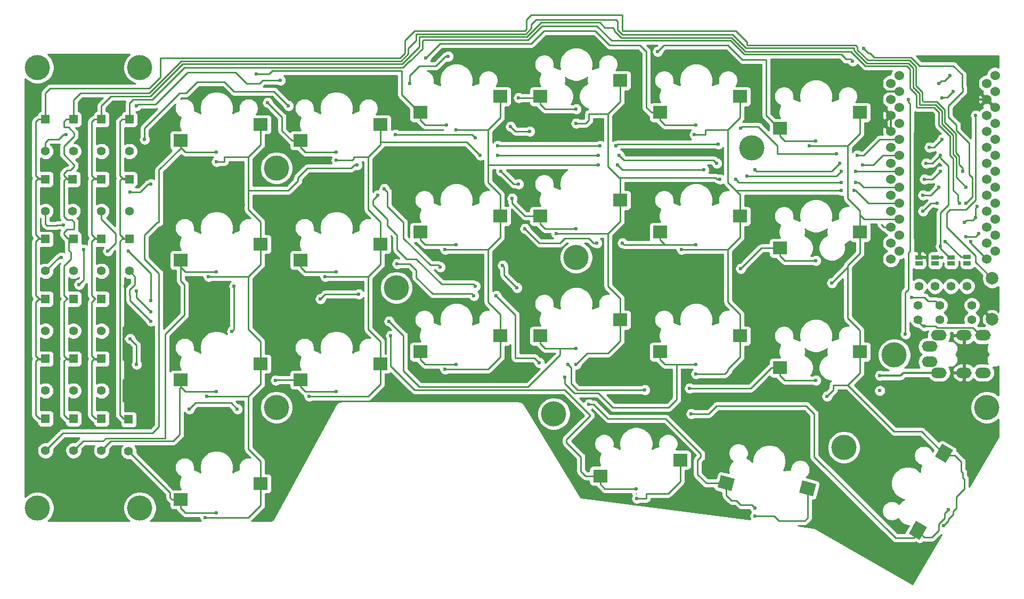
<source format=gbl>
G04 #@! TF.GenerationSoftware,KiCad,Pcbnew,(5.1.0)-1*
G04 #@! TF.CreationDate,2019-06-07T23:15:03+02:00*
G04 #@! TF.ProjectId,prkbd,70726b62-642e-46b6-9963-61645f706362,1*
G04 #@! TF.SameCoordinates,Original*
G04 #@! TF.FileFunction,Copper,L2,Bot*
G04 #@! TF.FilePolarity,Positive*
%FSLAX46Y46*%
G04 Gerber Fmt 4.6, Leading zero omitted, Abs format (unit mm)*
G04 Created by KiCad (PCBNEW (5.1.0)-1) date 2019-06-07 23:15:03*
%MOMM*%
%LPD*%
G04 APERTURE LIST*
%ADD10C,4.000000*%
%ADD11R,2.300000X2.000000*%
%ADD12O,2.500000X1.700000*%
%ADD13C,1.397000*%
%ADD14R,1.143000X0.635000*%
%ADD15C,2.000000*%
%ADD16C,0.100000*%
%ADD17C,1.524000*%
%ADD18C,1.400000*%
%ADD19R,1.400000X1.400000*%
%ADD20C,0.600000*%
%ADD21C,0.250000*%
%ADD22C,0.380000*%
%ADD23C,0.254000*%
G04 APERTURE END LIST*
D10*
X158750000Y-80645000D03*
X173355000Y-128270000D03*
X127254000Y-122936000D03*
X83185000Y-121920000D03*
X102235000Y-102870000D03*
X83185000Y-83820000D03*
X130810000Y-98044000D03*
D11*
X163210000Y-77510000D03*
X175910000Y-74970000D03*
D10*
X61468000Y-67818000D03*
X45212000Y-67818000D03*
X61468000Y-137922000D03*
X45212000Y-137922000D03*
X196088000Y-121920000D03*
X181356000Y-113538000D03*
D11*
X80660000Y-95925000D03*
X67960000Y-98465000D03*
D12*
X188455000Y-110450000D03*
X186955000Y-114650000D03*
X195455000Y-110450000D03*
X192455000Y-110450000D03*
X195455000Y-116400000D03*
X192455000Y-116400000D03*
X188455000Y-116400000D03*
X186955000Y-112200000D03*
D13*
X192913000Y-102616000D03*
X190373000Y-102616000D03*
X187833000Y-102616000D03*
X185293000Y-102616000D03*
D14*
X192958172Y-98006640D03*
X192958172Y-99007400D03*
X190411377Y-99021249D03*
X190411377Y-98020489D03*
X187871377Y-98020489D03*
X187871377Y-99021249D03*
X185331377Y-99021249D03*
X185331377Y-98020489D03*
D13*
X185166000Y-105664000D03*
X185166000Y-107950000D03*
X188595000Y-105664000D03*
X193675000Y-105664000D03*
X193675000Y-107950000D03*
X188595000Y-107950000D03*
D15*
X196908679Y-101383437D03*
X196908679Y-107883437D03*
D11*
X80660000Y-76875000D03*
X67960000Y-79415000D03*
X99710000Y-76875000D03*
X87010000Y-79415000D03*
X118760000Y-72430000D03*
X106060000Y-74970000D03*
X125110000Y-72430000D03*
X137810000Y-69890000D03*
X156860000Y-72430000D03*
X144160000Y-74970000D03*
X99710000Y-95925000D03*
X87010000Y-98465000D03*
X106060000Y-94020000D03*
X118760000Y-91480000D03*
X137810000Y-88940000D03*
X125110000Y-91480000D03*
X156860000Y-91480000D03*
X144160000Y-94020000D03*
X163210000Y-96560000D03*
X175910000Y-94020000D03*
X80660000Y-114975000D03*
X67960000Y-117515000D03*
X99710000Y-114975000D03*
X87010000Y-117515000D03*
X118760000Y-110530000D03*
X106060000Y-113070000D03*
X125110000Y-110530000D03*
X137810000Y-107990000D03*
X144160000Y-113070000D03*
X156860000Y-110530000D03*
X163210000Y-115610000D03*
X175910000Y-113070000D03*
X67960000Y-136565000D03*
X80660000Y-134025000D03*
X134635000Y-132820000D03*
X147335000Y-130280000D03*
D15*
X167583728Y-134803822D03*
D16*
G36*
X166214094Y-135472106D02*
G01*
X166731732Y-133540254D01*
X168953362Y-134135538D01*
X168435724Y-136067390D01*
X166214094Y-135472106D01*
X166214094Y-135472106D01*
G37*
D15*
X154659069Y-133970272D03*
D16*
G36*
X153289435Y-134638556D02*
G01*
X153807073Y-132706704D01*
X156028703Y-133301988D01*
X155511065Y-135233840D01*
X153289435Y-134638556D01*
X153289435Y-134638556D01*
G37*
D15*
X185099050Y-141481345D03*
D16*
G36*
X185390075Y-142977274D02*
G01*
X183658025Y-141977274D01*
X184808025Y-139985416D01*
X186540075Y-140985416D01*
X185390075Y-142977274D01*
X185390075Y-142977274D01*
G37*
D15*
X189249346Y-129212822D03*
D16*
G36*
X189540371Y-130708751D02*
G01*
X187808321Y-129708751D01*
X188958321Y-127716893D01*
X190690371Y-128716893D01*
X189540371Y-130708751D01*
X189540371Y-130708751D01*
G37*
D17*
X182151272Y-69088000D03*
X182151272Y-71628000D03*
X182151272Y-74168000D03*
X182151272Y-76708000D03*
X182151272Y-79248000D03*
X182151272Y-81788000D03*
X182151272Y-84328000D03*
X182151272Y-86868000D03*
X182151272Y-89408000D03*
X182151272Y-91948000D03*
X182151272Y-94488000D03*
X182151272Y-97028000D03*
X197371272Y-97028000D03*
X197371272Y-94488000D03*
X197371272Y-91948000D03*
X197371272Y-89408000D03*
X197371272Y-86868000D03*
X197371272Y-84328000D03*
X197371272Y-81788000D03*
X197371272Y-79248000D03*
X197371272Y-76708000D03*
X197371272Y-74168000D03*
X197371272Y-71628000D03*
X197371272Y-69088000D03*
X180824872Y-70358000D03*
X180824872Y-72898000D03*
X180824872Y-75438000D03*
X180824872Y-77978000D03*
X180824872Y-80518000D03*
X180824872Y-83058000D03*
X180824872Y-85598000D03*
X180824872Y-88138000D03*
X180824872Y-90678000D03*
X180824872Y-93218000D03*
X180824872Y-95758000D03*
X180824872Y-98298000D03*
X196064872Y-98298000D03*
X196064872Y-95758000D03*
X196064872Y-93218000D03*
X196064872Y-90678000D03*
X196064872Y-88138000D03*
X196064872Y-85598000D03*
X196064872Y-83058000D03*
X196064872Y-80518000D03*
X196064872Y-77978000D03*
X196064872Y-75438000D03*
X196064872Y-72898000D03*
X196064872Y-70358000D03*
D18*
X46482000Y-128778000D03*
D19*
X46482000Y-123698000D03*
X46482000Y-114173000D03*
D18*
X46482000Y-119253000D03*
D19*
X46482000Y-104648000D03*
D18*
X46482000Y-109728000D03*
X46482000Y-100203000D03*
D19*
X46482000Y-95123000D03*
D18*
X46482000Y-90678000D03*
D19*
X46482000Y-85598000D03*
X46482000Y-76073000D03*
D18*
X46482000Y-81153000D03*
X50927000Y-128778000D03*
D19*
X50927000Y-123698000D03*
X50927000Y-114173000D03*
D18*
X50927000Y-119253000D03*
X50927000Y-109728000D03*
D19*
X50927000Y-104648000D03*
X50927000Y-95123000D03*
D18*
X50927000Y-100203000D03*
X50801471Y-90678000D03*
D19*
X50801471Y-85598000D03*
X50927000Y-76073000D03*
D18*
X50927000Y-81153000D03*
X55372000Y-128778000D03*
D19*
X55372000Y-123698000D03*
X55372000Y-114173000D03*
D18*
X55372000Y-119253000D03*
X55372000Y-109728000D03*
D19*
X55372000Y-104648000D03*
X55372000Y-95123000D03*
D18*
X55372000Y-100203000D03*
X55372000Y-90678000D03*
D19*
X55372000Y-85598000D03*
X55372000Y-76073000D03*
D18*
X55372000Y-81153000D03*
X59690000Y-128905000D03*
D19*
X59690000Y-123825000D03*
X59817000Y-95123000D03*
D18*
X59817000Y-100203000D03*
X59817000Y-90678000D03*
D19*
X59817000Y-85598000D03*
X59817000Y-76073000D03*
D18*
X59817000Y-81153000D03*
D20*
X186182000Y-85598000D03*
X188722000Y-84328000D03*
X192278000Y-84328000D03*
X73660000Y-81280000D03*
X92710000Y-81280000D03*
X81788000Y-73406000D03*
X110236000Y-76962000D03*
X80010000Y-68834000D03*
X130810000Y-74422000D03*
X49022000Y-98044000D03*
X121666000Y-72644000D03*
X149860000Y-76962000D03*
X106934000Y-66294000D03*
X83820000Y-69850000D03*
X60960000Y-73914000D03*
X49335265Y-92876775D03*
X168910000Y-79502000D03*
X143764000Y-65278000D03*
X49784000Y-78486000D03*
X185928000Y-88138000D03*
X188468000Y-86868000D03*
X192786000Y-86868000D03*
X73660000Y-100330000D03*
X92710000Y-100330000D03*
X76454000Y-102616000D03*
X76114868Y-109813132D03*
X111760000Y-96012000D03*
X130810000Y-93472000D03*
X120650000Y-88646000D03*
X149860000Y-96012000D03*
X138176000Y-95758000D03*
X134112000Y-95758000D03*
X122682000Y-93472000D03*
X121666000Y-86360000D03*
X118872000Y-84328000D03*
X168910000Y-98552000D03*
X156972000Y-99822000D03*
X123444000Y-77978000D03*
X120396000Y-77216000D03*
X110490000Y-66040000D03*
X104394000Y-70358000D03*
X85090000Y-73914000D03*
X62230000Y-79248000D03*
X185928000Y-90678000D03*
X188214000Y-89408000D03*
X191770000Y-89408000D03*
X73660000Y-119380000D03*
X92710000Y-119380000D03*
X83058000Y-117602000D03*
X69342000Y-122174000D03*
X76962000Y-122174000D03*
X111760000Y-115062000D03*
X60960000Y-115062000D03*
X59944000Y-110998000D03*
X130810000Y-112522000D03*
X101092000Y-108204000D03*
X63246000Y-106680000D03*
X60960000Y-103378000D03*
X149860000Y-115062000D03*
X129032000Y-117094000D03*
X124968000Y-114808000D03*
X118110000Y-104140000D03*
X114554000Y-104140000D03*
X102362000Y-99060000D03*
X96266000Y-103886000D03*
X90170000Y-104648000D03*
X63246000Y-104902000D03*
X59690000Y-97028000D03*
X56388000Y-97028000D03*
X168910000Y-117602000D03*
X148844000Y-118872000D03*
X121412000Y-102870000D03*
X119126000Y-99314000D03*
X109220000Y-99568000D03*
X100330000Y-87122000D03*
X63246000Y-86360000D03*
X59944000Y-87630000D03*
X192532000Y-92456000D03*
X194310000Y-91694000D03*
X194564000Y-89916000D03*
X192786000Y-89408000D03*
X176530000Y-64770000D03*
X174752000Y-66802000D03*
X73660000Y-138684000D03*
X140335000Y-134874000D03*
X101346000Y-110490000D03*
X63246000Y-108204000D03*
X159258000Y-137922000D03*
X51816000Y-102362000D03*
X52578000Y-96774000D03*
X132842000Y-121412000D03*
X189992000Y-138176000D03*
X149098000Y-122936000D03*
X141732000Y-119126000D03*
X129540000Y-115062000D03*
X114808000Y-102616000D03*
X99314000Y-88138000D03*
X188952489Y-98020489D03*
X179070000Y-116840000D03*
X179070000Y-119253000D03*
X186182000Y-108966000D03*
X194056000Y-68072000D03*
X192278000Y-72898000D03*
X192278000Y-76708000D03*
X185928000Y-96266000D03*
X177038000Y-117602000D03*
X187452000Y-75438000D03*
X171958000Y-106680000D03*
X95250000Y-107188000D03*
X83058000Y-89662000D03*
X59182000Y-102616000D03*
X59944000Y-116586000D03*
X62230000Y-123698000D03*
X69850000Y-124968000D03*
X69850000Y-124968000D03*
X80772000Y-125984000D03*
X85598000Y-128016000D03*
X83058000Y-93218000D03*
X91186000Y-86106000D03*
X148590000Y-102616000D03*
X136144000Y-115824000D03*
X133604000Y-124968000D03*
X138430000Y-93980000D03*
X142240000Y-88646000D03*
X139954000Y-75946000D03*
X134112000Y-76708000D03*
X118618000Y-78232000D03*
X113030000Y-83058000D03*
X79756000Y-89408000D03*
X77978000Y-89662000D03*
X71120000Y-84074000D03*
X115316000Y-101092000D03*
X125984000Y-101092000D03*
X99314000Y-72136000D03*
X163322000Y-68580000D03*
X158242000Y-68326000D03*
X143764000Y-67564000D03*
X139192000Y-66548000D03*
X120142000Y-66802000D03*
X115062000Y-67564000D03*
X83058000Y-106934000D03*
X72136000Y-104394000D03*
X70612000Y-111506000D03*
X51054000Y-116332000D03*
X56388000Y-116332000D03*
X60198000Y-108712000D03*
X51054000Y-107188000D03*
X56388000Y-107188000D03*
X63246000Y-96774000D03*
X63246000Y-81280000D03*
X59944000Y-83566000D03*
X56896000Y-82296000D03*
X55372000Y-87630000D03*
X51054000Y-87630000D03*
X57150000Y-91440000D03*
X52578000Y-92710000D03*
X49022000Y-96266000D03*
X46228000Y-97536000D03*
X55118000Y-83820000D03*
X52324000Y-83566000D03*
X49530000Y-83312000D03*
X46482000Y-83058000D03*
X57404000Y-74676000D03*
X53340000Y-75184000D03*
X141732000Y-81280000D03*
X126746000Y-78994000D03*
X123444000Y-84836000D03*
X131064000Y-127254000D03*
X130048000Y-131064000D03*
X188976000Y-72644000D03*
X190754000Y-71628000D03*
X183642000Y-72898000D03*
X183134000Y-110236000D03*
X188722000Y-81788000D03*
X186436000Y-83058000D03*
X188722000Y-96266000D03*
X186944000Y-80518000D03*
X188976000Y-79248000D03*
X184150000Y-104394000D03*
X189484000Y-95504000D03*
X194310000Y-75438000D03*
X73660000Y-82804000D03*
X72390000Y-101092000D03*
X72136000Y-120142000D03*
X71882000Y-139446000D03*
X175514000Y-81788000D03*
X172212000Y-81534000D03*
X156972000Y-77470000D03*
X153416000Y-80010000D03*
X137160000Y-80264000D03*
X134620000Y-80264000D03*
X118364000Y-80264000D03*
X114808000Y-78994000D03*
X102108000Y-78486000D03*
X96012000Y-83312000D03*
X92710000Y-82550000D03*
X90932000Y-101092000D03*
X88392000Y-120142000D03*
X176348000Y-83312000D03*
X172720000Y-83058000D03*
X159258000Y-84074000D03*
X153162000Y-83058000D03*
X137668000Y-81788000D03*
X134366000Y-81788000D03*
X118364000Y-81788000D03*
X115570000Y-81788000D03*
X111760000Y-77724000D03*
X109982000Y-96774000D03*
X109982000Y-115824000D03*
X175260000Y-84328000D03*
X172974000Y-84328000D03*
X157988000Y-85090000D03*
X151130000Y-84074000D03*
X137414000Y-83312000D03*
X134366000Y-83312000D03*
X127635000Y-94234000D03*
X130810000Y-115062000D03*
X175260000Y-86106000D03*
X172974000Y-86106000D03*
X156210000Y-85598000D03*
X156210000Y-85598000D03*
X153670000Y-85598000D03*
X130810000Y-76708000D03*
X140462000Y-136398000D03*
X147574000Y-96774000D03*
X149860000Y-116586000D03*
X159258000Y-139192000D03*
X175006000Y-87376000D03*
X172974000Y-87376000D03*
X149606000Y-78486000D03*
X189230000Y-140716000D03*
X167894000Y-80264000D03*
X171450000Y-102108000D03*
X170688000Y-120142000D03*
X193548000Y-95504000D03*
X194818000Y-94234000D03*
X192786000Y-94742000D03*
X188468000Y-70358000D03*
X190246000Y-69088000D03*
D21*
X44958000Y-76454000D02*
X45339000Y-76073000D01*
X45339000Y-76073000D02*
X46482000Y-76073000D01*
X44958000Y-85024000D02*
X44958000Y-76454000D01*
X45532000Y-85598000D02*
X44958000Y-85024000D01*
X46482000Y-85598000D02*
X45532000Y-85598000D01*
X44958000Y-85852000D02*
X45339000Y-85471000D01*
X45339000Y-85471000D02*
X46482000Y-85471000D01*
X44958000Y-94422000D02*
X44958000Y-85852000D01*
X45532000Y-94996000D02*
X44958000Y-94422000D01*
X46482000Y-94996000D02*
X45532000Y-94996000D01*
X44958000Y-95504000D02*
X45339000Y-95123000D01*
X45339000Y-95123000D02*
X46482000Y-95123000D01*
X44958000Y-104074000D02*
X44958000Y-95504000D01*
X45532000Y-104648000D02*
X44958000Y-104074000D01*
X46482000Y-104648000D02*
X45532000Y-104648000D01*
X44958000Y-105156000D02*
X45339000Y-104775000D01*
X45339000Y-104775000D02*
X46482000Y-104775000D01*
X44958000Y-113726000D02*
X44958000Y-105156000D01*
X45532000Y-114300000D02*
X44958000Y-113726000D01*
X46482000Y-114300000D02*
X45532000Y-114300000D01*
X187452000Y-85598000D02*
X188722000Y-84328000D01*
X186182000Y-85598000D02*
X187452000Y-85598000D01*
X45532000Y-123698000D02*
X44958000Y-123124000D01*
X46482000Y-123698000D02*
X45532000Y-123698000D01*
X45339000Y-114173000D02*
X46482000Y-114173000D01*
X44958000Y-114554000D02*
X45339000Y-114173000D01*
X44958000Y-123124000D02*
X44958000Y-114554000D01*
X192278000Y-83820000D02*
X192278000Y-84328000D01*
X138176000Y-59436000D02*
X138176000Y-61976000D01*
X157988000Y-63754000D02*
X157988000Y-64262000D01*
X122936000Y-60198000D02*
X123698000Y-59436000D01*
X123698000Y-59436000D02*
X138176000Y-59436000D01*
X122936000Y-61722000D02*
X122936000Y-60198000D01*
X103632000Y-63500000D02*
X105156000Y-61976000D01*
X122682000Y-61976000D02*
X122936000Y-61722000D01*
X191654018Y-81923198D02*
X191654018Y-83196018D01*
X105156000Y-61976000D02*
X122682000Y-61976000D01*
X103632000Y-65532000D02*
X103632000Y-63500000D01*
X102870000Y-66294000D02*
X103632000Y-65532000D01*
X46482000Y-76073000D02*
X46482000Y-71882000D01*
X46482000Y-71882000D02*
X47244000Y-71120000D01*
X47244000Y-71120000D02*
X62992000Y-71120000D01*
X62992000Y-71120000D02*
X64770000Y-69342000D01*
X138176000Y-61976000D02*
X156210000Y-61976000D01*
X64770000Y-69342000D02*
X64770000Y-66294000D01*
X64770000Y-66294000D02*
X102870000Y-66294000D01*
X189368019Y-76589199D02*
X191146018Y-78367198D01*
X156210000Y-61976000D02*
X157988000Y-63754000D01*
X157988000Y-64262000D02*
X175260000Y-64262000D01*
X191146018Y-81415198D02*
X191654018Y-81923198D01*
X175260000Y-64262000D02*
X175514000Y-64516000D01*
X184796018Y-67699198D02*
X184796018Y-70747198D01*
X175514000Y-64516000D02*
X175514000Y-65024000D01*
X175514000Y-65024000D02*
X177153980Y-66663980D01*
X191146018Y-78367198D02*
X191146018Y-81415198D01*
X177153980Y-66663980D02*
X183760800Y-66663980D01*
X183760800Y-66663980D02*
X184796018Y-67699198D01*
X184796018Y-70747198D02*
X185812018Y-71763198D01*
X185812018Y-71763198D02*
X185812018Y-73036018D01*
X185812018Y-73036018D02*
X186043980Y-73267980D01*
X186043980Y-73267980D02*
X188078800Y-73267980D01*
X188078800Y-73267980D02*
X189368018Y-74557198D01*
X189368018Y-74557198D02*
X189368019Y-76589199D01*
X191654018Y-83196018D02*
X192278000Y-83820000D01*
X73660000Y-81280000D02*
X73660000Y-81280000D01*
X68702000Y-81280000D02*
X73660000Y-81280000D01*
X67960000Y-79288000D02*
X67960000Y-80538000D01*
X67960000Y-80538000D02*
X68702000Y-81280000D01*
X67960000Y-80665000D02*
X64516000Y-84109000D01*
X67960000Y-79415000D02*
X67960000Y-80665000D01*
X64516000Y-124968000D02*
X63500000Y-125984000D01*
X49276000Y-125984000D02*
X46482000Y-128778000D01*
X63500000Y-125984000D02*
X49276000Y-125984000D01*
X64516000Y-92456000D02*
X64262000Y-92456000D01*
X64516000Y-84109000D02*
X64516000Y-92456000D01*
X64262000Y-92456000D02*
X62230000Y-94488000D01*
X62230000Y-98298000D02*
X64516000Y-100584000D01*
X62230000Y-94488000D02*
X62230000Y-98298000D01*
X64516000Y-100584000D02*
X64516000Y-124968000D01*
X92710000Y-81280000D02*
X92710000Y-81280000D01*
X87752000Y-81280000D02*
X92710000Y-81280000D01*
X87010000Y-79288000D02*
X87010000Y-80538000D01*
X87010000Y-80538000D02*
X87752000Y-81280000D01*
X85610000Y-79415000D02*
X84074000Y-77879000D01*
X87010000Y-79415000D02*
X85610000Y-79415000D01*
X84074000Y-77879000D02*
X84074000Y-75692000D01*
X84074000Y-75692000D02*
X81788000Y-73406000D01*
X106060000Y-74970000D02*
X106060000Y-76220000D01*
X106060000Y-76220000D02*
X106802000Y-76962000D01*
X105910000Y-74970000D02*
X106060000Y-74970000D01*
X103124000Y-72184000D02*
X105910000Y-74970000D01*
X103124000Y-68326000D02*
X103124000Y-72184000D01*
X82550000Y-68326000D02*
X103124000Y-68326000D01*
X82042000Y-68834000D02*
X82550000Y-68326000D01*
X80010000Y-68834000D02*
X82042000Y-68834000D01*
X109474000Y-76962000D02*
X110236000Y-76962000D01*
X106802000Y-76962000D02*
X109474000Y-76962000D01*
X130810000Y-74422000D02*
X130810000Y-74422000D01*
X125852000Y-74422000D02*
X130810000Y-74422000D01*
X125110000Y-72430000D02*
X125110000Y-73680000D01*
X125110000Y-73680000D02*
X125852000Y-74422000D01*
X46482000Y-100203000D02*
X48641000Y-98044000D01*
X48641000Y-98044000D02*
X49022000Y-98044000D01*
X124896000Y-72644000D02*
X125110000Y-72430000D01*
X121666000Y-72644000D02*
X124896000Y-72644000D01*
X149860000Y-76962000D02*
X149860000Y-76962000D01*
X144902000Y-76962000D02*
X149860000Y-76962000D01*
X144160000Y-74970000D02*
X144160000Y-76220000D01*
X144160000Y-76220000D02*
X144902000Y-76962000D01*
X142760000Y-74970000D02*
X141986000Y-74196000D01*
X144160000Y-74970000D02*
X142760000Y-74970000D01*
X141986000Y-65278000D02*
X140970000Y-64262000D01*
X141986000Y-74196000D02*
X141986000Y-65278000D01*
X140970000Y-64262000D02*
X136144000Y-64262000D01*
X136144000Y-64262000D02*
X133858000Y-61976000D01*
X133858000Y-61976000D02*
X125730000Y-61976000D01*
X125730000Y-61976000D02*
X123698000Y-64008000D01*
X123698000Y-64008000D02*
X109220000Y-64008000D01*
X109220000Y-64008000D02*
X106934000Y-66294000D01*
X83820000Y-69850000D02*
X81026000Y-69850000D01*
X81026000Y-69850000D02*
X80518000Y-70358000D01*
X80518000Y-70358000D02*
X78486000Y-70358000D01*
X78486000Y-70358000D02*
X76708000Y-68580000D01*
X76708000Y-68580000D02*
X69088000Y-68580000D01*
X69088000Y-68580000D02*
X64008000Y-73660000D01*
X64008000Y-73660000D02*
X61214000Y-73660000D01*
X61214000Y-73660000D02*
X60960000Y-73914000D01*
X46482000Y-92710000D02*
X46482000Y-90678000D01*
X46736000Y-92964000D02*
X46482000Y-92710000D01*
X48347225Y-92876775D02*
X49335265Y-92876775D01*
X48260000Y-92964000D02*
X48347225Y-92876775D01*
X48260000Y-92964000D02*
X46736000Y-92964000D01*
X163210000Y-78760000D02*
X163952000Y-79502000D01*
X163210000Y-77510000D02*
X163210000Y-78760000D01*
X163952000Y-79502000D02*
X168910000Y-79502000D01*
X168910000Y-79502000D02*
X168910000Y-79502000D01*
X163060000Y-77510000D02*
X161036000Y-75486000D01*
X163210000Y-77510000D02*
X163060000Y-77510000D01*
X161036000Y-75486000D02*
X161036000Y-66548000D01*
X161036000Y-66548000D02*
X157226000Y-66548000D01*
X157226000Y-66548000D02*
X154940000Y-64262000D01*
X154940000Y-64262000D02*
X144780000Y-64262000D01*
X144780000Y-64262000D02*
X143764000Y-65278000D01*
X49359736Y-78486000D02*
X48597736Y-79248000D01*
X49784000Y-78486000D02*
X49359736Y-78486000D01*
X48597736Y-79248000D02*
X46990000Y-79248000D01*
X46482000Y-79756000D02*
X46482000Y-81153000D01*
X46990000Y-79248000D02*
X46482000Y-79756000D01*
X49977000Y-104648000D02*
X49403000Y-104074000D01*
X49403000Y-105156000D02*
X49784000Y-104775000D01*
X49403000Y-113726000D02*
X49403000Y-105156000D01*
X49977000Y-114300000D02*
X49403000Y-113726000D01*
X50927000Y-114300000D02*
X49977000Y-114300000D01*
X49403000Y-114554000D02*
X49784000Y-114173000D01*
X49784000Y-114173000D02*
X50927000Y-114173000D01*
X49403000Y-123124000D02*
X49403000Y-114554000D01*
X49977000Y-94996000D02*
X49403000Y-94422000D01*
X49403000Y-85852000D02*
X49784000Y-85471000D01*
X49784000Y-85471000D02*
X50927000Y-85471000D01*
X50927000Y-94996000D02*
X49977000Y-94996000D01*
X49977000Y-123698000D02*
X49403000Y-123124000D01*
X50927000Y-123698000D02*
X49977000Y-123698000D01*
X187198000Y-88138000D02*
X188468000Y-86868000D01*
X185928000Y-88138000D02*
X187198000Y-88138000D01*
X50927000Y-73025000D02*
X50927000Y-76073000D01*
X62992000Y-71882000D02*
X52070000Y-71882000D01*
X68072000Y-66802000D02*
X62992000Y-71882000D01*
X104140000Y-65660410D02*
X102998410Y-66802000D01*
X104140000Y-64770000D02*
X104140000Y-65660410D01*
X105410000Y-63500000D02*
X104140000Y-64770000D01*
X105410000Y-62484000D02*
X105410000Y-63500000D01*
X122810410Y-62484000D02*
X105410000Y-62484000D01*
X102998410Y-66802000D02*
X68072000Y-66802000D01*
X123698000Y-60960000D02*
X123698000Y-61596410D01*
X123698000Y-61596410D02*
X122810410Y-62484000D01*
X124460000Y-60198000D02*
X123698000Y-60960000D01*
X137414000Y-61850410D02*
X137414000Y-60452000D01*
X138176000Y-62612410D02*
X137414000Y-61850410D01*
X155702000Y-62612410D02*
X138176000Y-62612410D01*
X157801600Y-64712010D02*
X155702000Y-62612410D01*
X174948010Y-64712010D02*
X157801600Y-64712010D01*
X137160000Y-60198000D02*
X124460000Y-60198000D01*
X188918010Y-76775600D02*
X188918009Y-74743599D01*
X190696009Y-78553599D02*
X188918010Y-76775600D01*
X190696010Y-81601600D02*
X190696009Y-78553599D01*
X52070000Y-71882000D02*
X50927000Y-73025000D01*
X192786000Y-86868000D02*
X191204010Y-85286010D01*
X191204009Y-82109599D02*
X190696010Y-81601600D01*
X188918009Y-74743599D02*
X187892400Y-73717990D01*
X184346010Y-70933600D02*
X184346009Y-67885599D01*
X187892400Y-73717990D02*
X185362010Y-73717990D01*
X185362009Y-71949599D02*
X184346010Y-70933600D01*
X184346009Y-67885599D02*
X183574400Y-67113990D01*
X137414000Y-60452000D02*
X137160000Y-60198000D01*
X185362010Y-73717990D02*
X185362009Y-71949599D01*
X183574400Y-67113990D02*
X176967579Y-67113989D01*
X176967579Y-67113989D02*
X175006000Y-65152410D01*
X175006000Y-65152410D02*
X175006000Y-64770000D01*
X191204010Y-85286010D02*
X191204009Y-82109599D01*
X175006000Y-64770000D02*
X174948010Y-64712010D01*
X50165000Y-96901000D02*
X50546000Y-97282000D01*
X50546000Y-98298000D02*
X49403000Y-99441000D01*
X50546000Y-97282000D02*
X50546000Y-98298000D01*
X49403000Y-104074000D02*
X49403000Y-99441000D01*
X50673000Y-92075000D02*
X51054000Y-92456000D01*
X51054000Y-92456000D02*
X51054000Y-93472000D01*
X51054000Y-93472000D02*
X50927000Y-93599000D01*
X49911000Y-92075000D02*
X49403000Y-91567000D01*
X49403000Y-91567000D02*
X49403000Y-85852000D01*
X49911000Y-92075000D02*
X50673000Y-92075000D01*
X49911000Y-93599000D02*
X49403000Y-94107000D01*
X49403000Y-94422000D02*
X49403000Y-94107000D01*
X50927000Y-93599000D02*
X49911000Y-93599000D01*
X49784000Y-76073000D02*
X50927000Y-76073000D01*
X51054000Y-83312000D02*
X49403000Y-81661000D01*
X51054000Y-83566000D02*
X51054000Y-83312000D01*
X50927000Y-85598000D02*
X49977000Y-85598000D01*
X49403000Y-76454000D02*
X49784000Y-76073000D01*
X49977000Y-85598000D02*
X49403000Y-85024000D01*
X50419000Y-84201000D02*
X51054000Y-83566000D01*
X49911000Y-84201000D02*
X49403000Y-84709000D01*
X49403000Y-85024000D02*
X49403000Y-84709000D01*
X49911000Y-84201000D02*
X50419000Y-84201000D01*
X49403000Y-77343000D02*
X50165000Y-77343000D01*
X49403000Y-77343000D02*
X49403000Y-76454000D01*
X50165000Y-77343000D02*
X51054000Y-78232000D01*
X51054000Y-78740000D02*
X49403000Y-80391000D01*
X51054000Y-78232000D02*
X51054000Y-78740000D01*
X49403000Y-81661000D02*
X49403000Y-80391000D01*
X50165000Y-96901000D02*
X50165000Y-95123000D01*
X50165000Y-95123000D02*
X50927000Y-95123000D01*
X67960000Y-99588000D02*
X68702000Y-100330000D01*
X67960000Y-98338000D02*
X67960000Y-99588000D01*
X68702000Y-100330000D02*
X73660000Y-100330000D01*
X52451000Y-127254000D02*
X50927000Y-128778000D01*
X55626000Y-127254000D02*
X52451000Y-127254000D01*
X65532000Y-126746000D02*
X65474010Y-126803990D01*
X65474010Y-126803990D02*
X56076010Y-126803990D01*
X56076010Y-126803990D02*
X55626000Y-127254000D01*
X68580000Y-107188000D02*
X65532000Y-110236000D01*
X68580000Y-102362000D02*
X68580000Y-107188000D01*
X65532000Y-110236000D02*
X65532000Y-126746000D01*
X67960000Y-101742000D02*
X67960000Y-98465000D01*
X68580000Y-102362000D02*
X67960000Y-101742000D01*
X87010000Y-99588000D02*
X87752000Y-100330000D01*
X87010000Y-98338000D02*
X87010000Y-99588000D01*
X87752000Y-100330000D02*
X92710000Y-100330000D01*
X76200000Y-109728000D02*
X76114868Y-109813132D01*
X76454000Y-109474000D02*
X76114868Y-109813132D01*
X76454000Y-102616000D02*
X76454000Y-109474000D01*
X106060000Y-95270000D02*
X106802000Y-96012000D01*
X106060000Y-94020000D02*
X106060000Y-95270000D01*
X106802000Y-96012000D02*
X111760000Y-96012000D01*
X125110000Y-92730000D02*
X125852000Y-93472000D01*
X125110000Y-91480000D02*
X125110000Y-92730000D01*
X125852000Y-93472000D02*
X130810000Y-93472000D01*
X123710000Y-91480000D02*
X123670000Y-91440000D01*
X125110000Y-91480000D02*
X123710000Y-91480000D01*
X123670000Y-91440000D02*
X122682000Y-91440000D01*
X122682000Y-91440000D02*
X120650000Y-89408000D01*
X120650000Y-89408000D02*
X120650000Y-88646000D01*
X144160000Y-95270000D02*
X144902000Y-96012000D01*
X144160000Y-94020000D02*
X144160000Y-95270000D01*
X138430000Y-96012000D02*
X138176000Y-95758000D01*
X145034000Y-96012000D02*
X138430000Y-96012000D01*
X145034000Y-96012000D02*
X149860000Y-96012000D01*
X144902000Y-96012000D02*
X145034000Y-96012000D01*
X121666000Y-86360000D02*
X120904000Y-86360000D01*
X120904000Y-86360000D02*
X118872000Y-84328000D01*
X133604000Y-95758000D02*
X134112000Y-95758000D01*
X132842000Y-94996000D02*
X133604000Y-95758000D01*
X129032000Y-94996000D02*
X132842000Y-94996000D01*
X128270000Y-95758000D02*
X129032000Y-94996000D01*
X122682000Y-93472000D02*
X124968000Y-95758000D01*
X124968000Y-95758000D02*
X128270000Y-95758000D01*
X163952000Y-98552000D02*
X168910000Y-98552000D01*
X163210000Y-96560000D02*
X163210000Y-97810000D01*
X163210000Y-97810000D02*
X163952000Y-98552000D01*
X163210000Y-96560000D02*
X160234000Y-96560000D01*
X160234000Y-96560000D02*
X156972000Y-99822000D01*
X123444000Y-77978000D02*
X121158000Y-77978000D01*
X121158000Y-77978000D02*
X120396000Y-77216000D01*
X110065736Y-66040000D02*
X108541736Y-67564000D01*
X110490000Y-66040000D02*
X110065736Y-66040000D01*
X108541736Y-67564000D02*
X105918000Y-67564000D01*
X105918000Y-67564000D02*
X104394000Y-69088000D01*
X104394000Y-69088000D02*
X104394000Y-70358000D01*
X85090000Y-73914000D02*
X82804000Y-71628000D01*
X82804000Y-71628000D02*
X77470000Y-71628000D01*
X77470000Y-71628000D02*
X76454000Y-71628000D01*
X76454000Y-71628000D02*
X74930000Y-70104000D01*
X74930000Y-70104000D02*
X70612000Y-70104000D01*
X70612000Y-70104000D02*
X68834000Y-71882000D01*
X68834000Y-71882000D02*
X67818000Y-71882000D01*
X67818000Y-71882000D02*
X64770000Y-74930000D01*
X64770000Y-74930000D02*
X62230000Y-77470000D01*
X62230000Y-77470000D02*
X62230000Y-79248000D01*
X54422000Y-104648000D02*
X53848000Y-104074000D01*
X54229000Y-95123000D02*
X55372000Y-95123000D01*
X53848000Y-95504000D02*
X54229000Y-95123000D01*
X53848000Y-104074000D02*
X53848000Y-95504000D01*
X53848000Y-105156000D02*
X54229000Y-104775000D01*
X53848000Y-113726000D02*
X53848000Y-105156000D01*
X54422000Y-114300000D02*
X53848000Y-113726000D01*
X55372000Y-114300000D02*
X54422000Y-114300000D01*
X53848000Y-114554000D02*
X54229000Y-114173000D01*
X54229000Y-114173000D02*
X55372000Y-114173000D01*
X53848000Y-123124000D02*
X53848000Y-114554000D01*
X54422000Y-94996000D02*
X53848000Y-94422000D01*
X53848000Y-76454000D02*
X54229000Y-76073000D01*
X53848000Y-94422000D02*
X53848000Y-85852000D01*
X53848000Y-85024000D02*
X53848000Y-76454000D01*
X54229000Y-76073000D02*
X55372000Y-76073000D01*
X55372000Y-85598000D02*
X54422000Y-85598000D01*
X54422000Y-85598000D02*
X53848000Y-85024000D01*
X53848000Y-85852000D02*
X54229000Y-85471000D01*
X54229000Y-85471000D02*
X55372000Y-85471000D01*
X55372000Y-94996000D02*
X54422000Y-94996000D01*
X54422000Y-123698000D02*
X53848000Y-123124000D01*
X55372000Y-123698000D02*
X54422000Y-123698000D01*
X187198000Y-89408000D02*
X188214000Y-89408000D01*
X185928000Y-90678000D02*
X187198000Y-89408000D01*
X63120410Y-72390000D02*
X56896000Y-72390000D01*
X68258400Y-67252010D02*
X63120410Y-72390000D01*
X105918000Y-64518820D02*
X103184810Y-67252010D01*
X105918000Y-62934010D02*
X105918000Y-64518820D01*
X122996810Y-62934010D02*
X105918000Y-62934010D01*
X125282810Y-60648010D02*
X122996810Y-62934010D01*
X134562010Y-60648010D02*
X125282810Y-60648010D01*
X135382000Y-61468000D02*
X134562010Y-60648010D01*
X136652000Y-61468000D02*
X135382000Y-61468000D01*
X136906000Y-61722000D02*
X136652000Y-61468000D01*
X136906000Y-61978820D02*
X136906000Y-61722000D01*
X137989599Y-63062419D02*
X136906000Y-61978820D01*
X155515600Y-63062420D02*
X137989599Y-63062419D01*
X55372000Y-73914000D02*
X55372000Y-76073000D01*
X157734000Y-65280820D02*
X155515600Y-63062420D01*
X56896000Y-72390000D02*
X55372000Y-73914000D01*
X174498000Y-65280820D02*
X157734000Y-65280820D01*
X176781178Y-67563998D02*
X174498000Y-65280820D01*
X190754000Y-82296000D02*
X190246000Y-81788000D01*
X190754000Y-87376000D02*
X190754000Y-82296000D01*
X191470001Y-88092001D02*
X190754000Y-87376000D01*
X187706000Y-74168000D02*
X184912000Y-74168000D01*
X191470001Y-89108001D02*
X191470001Y-88092001D01*
X103184810Y-67252010D02*
X68258400Y-67252010D01*
X190246000Y-78740000D02*
X188468000Y-76962000D01*
X188468000Y-76962000D02*
X188468000Y-74930000D01*
X188468000Y-74930000D02*
X187706000Y-74168000D01*
X191770000Y-89408000D02*
X191470001Y-89108001D01*
X179832000Y-67564000D02*
X176781178Y-67563998D01*
X184912000Y-74168000D02*
X184912000Y-72136000D01*
X183388000Y-67564000D02*
X179832000Y-67564000D01*
X190246000Y-81788000D02*
X190246000Y-78740000D01*
X183896000Y-71120000D02*
X183896000Y-68072000D01*
X184912000Y-72136000D02*
X183896000Y-71120000D01*
X183896000Y-68072000D02*
X183388000Y-67564000D01*
X68702000Y-119380000D02*
X73660000Y-119380000D01*
X67960000Y-118638000D02*
X68702000Y-119380000D01*
X67960000Y-117388000D02*
X67960000Y-118638000D01*
X67960000Y-118765000D02*
X67818000Y-118907000D01*
X67960000Y-117515000D02*
X67960000Y-118765000D01*
X67818000Y-118907000D02*
X67818000Y-126238000D01*
X67818000Y-126238000D02*
X66802000Y-127254000D01*
X56896000Y-127254000D02*
X55372000Y-128778000D01*
X66802000Y-127254000D02*
X56896000Y-127254000D01*
X87752000Y-119380000D02*
X92710000Y-119380000D01*
X87010000Y-118638000D02*
X87752000Y-119380000D01*
X87010000Y-117388000D02*
X87010000Y-118638000D01*
X87010000Y-117515000D02*
X83145000Y-117515000D01*
X83145000Y-117515000D02*
X83058000Y-117602000D01*
X69342000Y-122174000D02*
X69641999Y-121874001D01*
X75991999Y-121203999D02*
X76962000Y-122174000D01*
X70312001Y-121203999D02*
X69342000Y-122174000D01*
X71074001Y-121203999D02*
X70312001Y-121203999D01*
X71074001Y-121203999D02*
X75991999Y-121203999D01*
X106802000Y-115062000D02*
X111760000Y-115062000D01*
X106060000Y-114320000D02*
X106802000Y-115062000D01*
X106060000Y-113070000D02*
X106060000Y-114320000D01*
X60960000Y-115062000D02*
X60960000Y-112014000D01*
X60960000Y-112014000D02*
X59944000Y-110998000D01*
X125110000Y-111780000D02*
X125852000Y-112522000D01*
X125110000Y-110530000D02*
X125110000Y-111780000D01*
X128270000Y-112522000D02*
X130810000Y-112522000D01*
X125852000Y-112522000D02*
X128270000Y-112522000D01*
X63246000Y-106680000D02*
X60960000Y-104394000D01*
X60960000Y-104394000D02*
X60960000Y-103378000D01*
X128270000Y-113538000D02*
X128270000Y-112522000D01*
X123190000Y-118618000D02*
X128270000Y-113538000D01*
X105918000Y-118618000D02*
X123190000Y-118618000D01*
X103378000Y-116078000D02*
X105918000Y-118618000D01*
X103378000Y-110490000D02*
X103378000Y-116078000D01*
X101092000Y-108204000D02*
X103378000Y-110490000D01*
X144160000Y-114320000D02*
X144902000Y-115062000D01*
X144160000Y-113070000D02*
X144160000Y-114320000D01*
X146812000Y-115062000D02*
X146812000Y-120650000D01*
X146812000Y-115062000D02*
X149860000Y-115062000D01*
X144902000Y-115062000D02*
X146812000Y-115062000D01*
X146812000Y-120650000D02*
X145542000Y-121920000D01*
X145542000Y-121920000D02*
X136652000Y-121920000D01*
X136652000Y-121920000D02*
X134366000Y-119634000D01*
X121158000Y-114046000D02*
X121158000Y-107188000D01*
X121158000Y-107188000D02*
X118110000Y-104140000D01*
X114254001Y-103840001D02*
X107995999Y-103840001D01*
X114554000Y-104140000D02*
X114254001Y-103840001D01*
X107995999Y-103840001D02*
X105410000Y-101254002D01*
X105410000Y-101254002D02*
X105410000Y-100076000D01*
X105410000Y-100076000D02*
X104394000Y-99060000D01*
X104394000Y-99060000D02*
X102362000Y-99060000D01*
X96266000Y-103886000D02*
X90932000Y-103886000D01*
X90932000Y-103886000D02*
X90170000Y-104648000D01*
X63246000Y-104902000D02*
X63246000Y-100584000D01*
X63246000Y-100584000D02*
X59690000Y-97028000D01*
X55372000Y-91948000D02*
X55372000Y-90678000D01*
X57658000Y-94234000D02*
X55372000Y-91948000D01*
X56388000Y-97028000D02*
X57658000Y-95758000D01*
X57658000Y-95758000D02*
X57658000Y-94234000D01*
X124206000Y-114046000D02*
X124968000Y-114808000D01*
X121158000Y-114046000D02*
X124206000Y-114046000D01*
X129032000Y-118110000D02*
X130556000Y-119634000D01*
X129032000Y-117094000D02*
X129032000Y-118110000D01*
X134366000Y-119634000D02*
X130556000Y-119634000D01*
X163952000Y-117602000D02*
X168910000Y-117602000D01*
X163210000Y-115610000D02*
X163210000Y-116860000D01*
X163210000Y-116860000D02*
X163952000Y-117602000D01*
X158548000Y-118872000D02*
X148844000Y-118872000D01*
X163210000Y-115610000D02*
X161810000Y-115610000D01*
X161810000Y-115610000D02*
X158548000Y-118872000D01*
X121412000Y-102870000D02*
X119380000Y-100838000D01*
X119380000Y-100838000D02*
X119380000Y-99568000D01*
X119380000Y-99568000D02*
X119126000Y-99314000D01*
X108920001Y-99268001D02*
X107650001Y-99268001D01*
X109220000Y-99568000D02*
X108920001Y-99268001D01*
X107650001Y-99268001D02*
X103378000Y-94996000D01*
X103378000Y-94996000D02*
X103378000Y-92456000D01*
X103378000Y-92456000D02*
X100838000Y-89916000D01*
X100838000Y-89916000D02*
X100838000Y-87630000D01*
X100838000Y-87630000D02*
X100330000Y-87122000D01*
X62821736Y-86360000D02*
X61551736Y-87630000D01*
X63246000Y-86360000D02*
X62821736Y-86360000D01*
X61551736Y-87630000D02*
X59944000Y-87630000D01*
X58867000Y-94996000D02*
X58293000Y-94422000D01*
X58293000Y-76454000D02*
X58674000Y-76073000D01*
X58293000Y-94422000D02*
X58293000Y-85852000D01*
X58293000Y-85024000D02*
X58293000Y-76454000D01*
X58674000Y-76073000D02*
X59817000Y-76073000D01*
X59817000Y-85598000D02*
X58867000Y-85598000D01*
X58867000Y-85598000D02*
X58293000Y-85024000D01*
X58293000Y-85852000D02*
X58674000Y-85471000D01*
X58674000Y-85471000D02*
X59817000Y-85471000D01*
X59817000Y-94996000D02*
X58867000Y-94996000D01*
X192831999Y-92156001D02*
X193847999Y-92156001D01*
X192532000Y-92456000D02*
X192831999Y-92156001D01*
X193847999Y-92156001D02*
X194310000Y-91694000D01*
X194310000Y-91694000D02*
X194310000Y-91694000D01*
X58674000Y-95123000D02*
X59817000Y-95123000D01*
X58293000Y-95504000D02*
X58674000Y-95123000D01*
X58293000Y-123124000D02*
X58293000Y-95504000D01*
X59817000Y-123698000D02*
X58867000Y-123698000D01*
X58867000Y-123698000D02*
X58293000Y-123124000D01*
X179747242Y-93218000D02*
X179324000Y-92794758D01*
X180824872Y-93218000D02*
X179747242Y-93218000D01*
X194310000Y-91694000D02*
X194310000Y-90170000D01*
X194310000Y-90170000D02*
X194564000Y-89916000D01*
X194564000Y-89916000D02*
X194564000Y-89916000D01*
X59817000Y-73533000D02*
X59817000Y-76073000D01*
X60452000Y-72898000D02*
X59817000Y-73533000D01*
X63500000Y-72898000D02*
X60452000Y-72898000D01*
X68580000Y-67818000D02*
X63500000Y-72898000D01*
X155329199Y-63512429D02*
X136410429Y-63512429D01*
X172918830Y-65730830D02*
X157547599Y-65730829D01*
X174452001Y-66502001D02*
X173690001Y-66502001D01*
X157547599Y-65730829D02*
X155329199Y-63512429D01*
X104394000Y-66802000D02*
X104271230Y-66802000D01*
X173690001Y-66502001D02*
X172918830Y-65730830D01*
X123183210Y-63384020D02*
X106541980Y-63384020D01*
X103255230Y-67818000D02*
X68580000Y-67818000D01*
X136410429Y-63512429D02*
X134112000Y-61214000D01*
X125353230Y-61214000D02*
X123183210Y-63384020D01*
X174752000Y-66802000D02*
X174452001Y-66502001D01*
X134112000Y-61214000D02*
X125353230Y-61214000D01*
X106541980Y-63384020D02*
X106368010Y-63557990D01*
X106368010Y-63557990D02*
X106368010Y-64827990D01*
X106368010Y-64827990D02*
X104394000Y-66802000D01*
X104271230Y-66802000D02*
X103255230Y-67818000D01*
X177546000Y-65532000D02*
X177292000Y-65532000D01*
X178227970Y-66213970D02*
X177546000Y-65532000D01*
X191262000Y-77846770D02*
X191262000Y-76962000D01*
X190754000Y-67564000D02*
X185420000Y-67564000D01*
X177292000Y-65532000D02*
X176530000Y-64770000D01*
X193294000Y-79878770D02*
X191262000Y-77846770D01*
X193802000Y-85344000D02*
X193294000Y-84836000D01*
X193802000Y-88392000D02*
X193802000Y-85344000D01*
X191262000Y-76962000D02*
X189992000Y-75692000D01*
X189992000Y-75692000D02*
X189992000Y-73914000D01*
X189992000Y-73914000D02*
X192278000Y-71628000D01*
X185420000Y-67564000D02*
X184069970Y-66213970D01*
X193294000Y-84836000D02*
X193294000Y-79878770D01*
X192278000Y-71628000D02*
X192278000Y-71120000D01*
X192278000Y-71120000D02*
X192160999Y-71002999D01*
X192160999Y-71002999D02*
X192160999Y-68970999D01*
X192160999Y-68970999D02*
X190754000Y-67564000D01*
X192786000Y-89408000D02*
X193802000Y-88392000D01*
X184069970Y-66213970D02*
X178227970Y-66213970D01*
X67960000Y-136692000D02*
X67960000Y-137942000D01*
X68702000Y-138684000D02*
X73660000Y-138684000D01*
X67960000Y-137942000D02*
X68702000Y-138684000D01*
X73660000Y-138684000D02*
X73660000Y-138684000D01*
X66560000Y-136565000D02*
X66294000Y-136299000D01*
X67960000Y-136565000D02*
X66560000Y-136565000D01*
X66294000Y-135509000D02*
X59690000Y-128905000D01*
X66294000Y-136299000D02*
X66294000Y-135509000D01*
X134635000Y-132882000D02*
X134635000Y-134132000D01*
X135377000Y-134874000D02*
X140335000Y-134874000D01*
X134635000Y-134132000D02*
X135377000Y-134874000D01*
X140335000Y-134874000D02*
X140335000Y-134874000D01*
X60706000Y-101092000D02*
X59817000Y-100203000D01*
X59944000Y-104902000D02*
X59944000Y-104140000D01*
X63246000Y-108204000D02*
X59944000Y-104902000D01*
X59944000Y-104140000D02*
X59817000Y-104013000D01*
X59817000Y-104013000D02*
X59817000Y-103251000D01*
X59817000Y-103251000D02*
X60706000Y-102362000D01*
X60706000Y-102362000D02*
X60706000Y-101092000D01*
X132312000Y-132820000D02*
X134635000Y-132820000D01*
X131572000Y-129794000D02*
X131572000Y-132080000D01*
X129286000Y-127508000D02*
X131572000Y-129794000D01*
X131572000Y-132080000D02*
X132312000Y-132820000D01*
X101346000Y-110490000D02*
X101346000Y-115316000D01*
X101346000Y-115316000D02*
X105156000Y-119126000D01*
X105156000Y-119126000D02*
X129032000Y-119126000D01*
X129032000Y-119126000D02*
X133096000Y-123190000D01*
X133096000Y-123190000D02*
X129286000Y-127000000D01*
X129286000Y-127000000D02*
X129286000Y-127508000D01*
X154659069Y-135105548D02*
X154686000Y-135132479D01*
X154659069Y-133970272D02*
X154659069Y-135105548D01*
X154686000Y-135132479D02*
X154686000Y-135890000D01*
X154686000Y-135890000D02*
X155522434Y-136726434D01*
X155522434Y-136726434D02*
X156284434Y-136726434D01*
X156284434Y-136726434D02*
X156972000Y-137414000D01*
X156972000Y-137414000D02*
X158750000Y-137414000D01*
X158750000Y-137414000D02*
X159258000Y-137922000D01*
X159258000Y-137922000D02*
X159258000Y-137922000D01*
X51816000Y-102362000D02*
X52578000Y-101600000D01*
X52578000Y-101600000D02*
X52578000Y-96774000D01*
X135890000Y-123698000D02*
X133604000Y-121412000D01*
X145034000Y-123698000D02*
X135890000Y-123698000D01*
X151496272Y-133970272D02*
X150114000Y-132588000D01*
X133604000Y-121412000D02*
X132842000Y-121412000D01*
X154659069Y-133970272D02*
X151496272Y-133970272D01*
X150114000Y-132588000D02*
X150114000Y-130323998D01*
X150114000Y-130323998D02*
X150622000Y-129815998D01*
X150622000Y-129815998D02*
X150622000Y-129286000D01*
X150622000Y-129286000D02*
X145034000Y-123698000D01*
X186136810Y-142599105D02*
X187346895Y-142599105D01*
X185334050Y-141796345D02*
X186136810Y-142599105D01*
X187346895Y-142599105D02*
X188468000Y-141478000D01*
X188468000Y-141478000D02*
X188468000Y-140462000D01*
X189992000Y-138176000D02*
X189992000Y-138176000D01*
X189357000Y-139573000D02*
X189357000Y-138811000D01*
X188468000Y-140462000D02*
X189357000Y-139573000D01*
X189357000Y-138811000D02*
X189992000Y-138176000D01*
X184421482Y-142708913D02*
X185334050Y-141796345D01*
X181570913Y-142708913D02*
X184421482Y-142708913D01*
X149098000Y-122936000D02*
X151892000Y-122936000D01*
X151892000Y-122936000D02*
X153162000Y-121666000D01*
X167386000Y-121666000D02*
X168656000Y-122936000D01*
X168656000Y-122936000D02*
X168656000Y-129794000D01*
X153162000Y-121666000D02*
X167386000Y-121666000D01*
X168656000Y-129794000D02*
X181570913Y-142708913D01*
X141732000Y-119126000D02*
X131064000Y-119126000D01*
X114508001Y-102316001D02*
X109428001Y-102316001D01*
X114808000Y-102616000D02*
X114508001Y-102316001D01*
X109428001Y-102316001D02*
X105410000Y-98298000D01*
X105410000Y-98298000D02*
X103886000Y-98298000D01*
X103886000Y-98298000D02*
X102362000Y-96774000D01*
X102362000Y-96774000D02*
X102362000Y-94488000D01*
X102362000Y-94488000D02*
X100838000Y-92964000D01*
X100838000Y-92964000D02*
X100838000Y-91948000D01*
X100838000Y-91948000D02*
X98552000Y-89662000D01*
X98552000Y-89662000D02*
X98552000Y-88900000D01*
X98552000Y-88900000D02*
X99314000Y-88138000D01*
X130048000Y-115570000D02*
X129540000Y-115062000D01*
X130048000Y-118110000D02*
X130048000Y-115570000D01*
X131064000Y-119126000D02*
X130048000Y-118110000D01*
D22*
X187744377Y-98020489D02*
X188952489Y-98020489D01*
X188952489Y-98020489D02*
X188952489Y-98020489D01*
X188455000Y-116400000D02*
X182812000Y-116400000D01*
X182812000Y-116400000D02*
X182372000Y-116840000D01*
X182372000Y-116840000D02*
X179070000Y-116840000D01*
X179070000Y-116840000D02*
X179070000Y-116840000D01*
D21*
X185166000Y-107950000D02*
X185166000Y-108204000D01*
X185166000Y-108204000D02*
X185928000Y-108966000D01*
X195055000Y-110450000D02*
X195455000Y-110450000D01*
X193825000Y-109220000D02*
X195055000Y-110450000D01*
X188214000Y-109220000D02*
X193825000Y-109220000D01*
X187960000Y-108966000D02*
X188214000Y-109220000D01*
X185928000Y-108966000D02*
X187960000Y-108966000D01*
X185928000Y-108966000D02*
X186182000Y-108966000D01*
D22*
X196064872Y-72898000D02*
X194564000Y-72898000D01*
X194564000Y-72898000D02*
X194310000Y-72644000D01*
X194310000Y-72644000D02*
X194056000Y-72390000D01*
X194056000Y-72390000D02*
X194056000Y-68326000D01*
X194056000Y-68326000D02*
X194056000Y-68072000D01*
X194056000Y-68072000D02*
X194056000Y-68072000D01*
X194056000Y-68072000D02*
X194056000Y-68072000D01*
X180824872Y-75438000D02*
X180824872Y-77978000D01*
X192278000Y-72898000D02*
X192278000Y-76708000D01*
X185331377Y-97322989D02*
X185420000Y-97234366D01*
X185331377Y-98020489D02*
X185331377Y-97322989D01*
X185420000Y-97234366D02*
X185420000Y-96774000D01*
X185420000Y-96774000D02*
X185928000Y-96266000D01*
X185928000Y-96266000D02*
X185928000Y-96266000D01*
X192455000Y-117630000D02*
X191975000Y-118110000D01*
X192455000Y-116400000D02*
X192455000Y-117630000D01*
X191975000Y-118110000D02*
X182390798Y-118110000D01*
X182390798Y-118110000D02*
X177546000Y-118110000D01*
X177546000Y-118110000D02*
X177038000Y-117602000D01*
X177038000Y-117602000D02*
X177038000Y-117602000D01*
X185928000Y-96266000D02*
X184658000Y-94996000D01*
X184658000Y-94996000D02*
X184658000Y-78232000D01*
X184658000Y-78232000D02*
X186436000Y-76454000D01*
X186436000Y-76454000D02*
X187452000Y-75438000D01*
X95250000Y-107188000D02*
X89916000Y-107188000D01*
X86614000Y-103886000D02*
X86614000Y-101600000D01*
X86614000Y-101600000D02*
X83058000Y-98044000D01*
X83058000Y-98044000D02*
X83058000Y-93218000D01*
X59182000Y-102616000D02*
X59182000Y-105918000D01*
X58928000Y-114300000D02*
X59944000Y-115316000D01*
X59944000Y-116586000D02*
X59944000Y-116586000D01*
X59944000Y-116078000D02*
X59944000Y-116586000D01*
X59944000Y-115316000D02*
X59944000Y-116078000D01*
X60706000Y-122174000D02*
X62230000Y-123698000D01*
X60198000Y-122174000D02*
X60706000Y-122174000D01*
X58928000Y-120904000D02*
X60198000Y-122174000D01*
X58928000Y-117602000D02*
X58928000Y-120904000D01*
X59944000Y-116586000D02*
X58928000Y-117602000D01*
X62230000Y-123698000D02*
X62230000Y-123698000D01*
X80772000Y-126408264D02*
X82379736Y-128016000D01*
X80772000Y-125984000D02*
X80772000Y-126408264D01*
X82379736Y-128016000D02*
X85598000Y-128016000D01*
X83058000Y-93218000D02*
X83058000Y-89662000D01*
X83357999Y-92918001D02*
X84373999Y-92918001D01*
X83058000Y-93218000D02*
X83357999Y-92918001D01*
X84373999Y-92918001D02*
X91186000Y-86106000D01*
X148165736Y-102616000D02*
X145625736Y-105156000D01*
X148590000Y-102616000D02*
X148165736Y-102616000D01*
X145625736Y-105156000D02*
X143764000Y-105156000D01*
X143764000Y-105156000D02*
X140462000Y-108458000D01*
X140462000Y-108458000D02*
X140462000Y-111506000D01*
X140462000Y-111506000D02*
X136144000Y-115824000D01*
X138729999Y-93680001D02*
X138729999Y-92156001D01*
X138430000Y-93980000D02*
X138729999Y-93680001D01*
X138729999Y-92156001D02*
X142240000Y-88646000D01*
X134112000Y-76708000D02*
X134112000Y-78740000D01*
X134112000Y-78740000D02*
X133858000Y-78994000D01*
X133858000Y-78994000D02*
X126746000Y-78994000D01*
X119380000Y-78994000D02*
X118618000Y-78232000D01*
X83058000Y-89662000D02*
X80010000Y-89662000D01*
X80010000Y-89662000D02*
X79756000Y-89408000D01*
X77678001Y-89362001D02*
X76408001Y-89362001D01*
X77978000Y-89662000D02*
X77678001Y-89362001D01*
X76408001Y-89362001D02*
X71120000Y-84074000D01*
X71120000Y-84074000D02*
X71120000Y-84074000D01*
X182151272Y-71628000D02*
X177038000Y-71628000D01*
X177038000Y-71628000D02*
X176276000Y-71628000D01*
X176276000Y-71628000D02*
X173228000Y-68580000D01*
X173228000Y-68580000D02*
X163322000Y-68580000D01*
X158242000Y-68326000D02*
X157734000Y-67818000D01*
X157734000Y-67818000D02*
X153924000Y-67818000D01*
X153924000Y-67818000D02*
X152146000Y-66040000D01*
X152146000Y-66040000D02*
X146050000Y-66040000D01*
X146050000Y-66040000D02*
X144526000Y-67564000D01*
X144526000Y-67564000D02*
X143764000Y-67564000D01*
X139192000Y-66123736D02*
X138346264Y-65278000D01*
X139192000Y-66548000D02*
X139192000Y-66123736D01*
X138346264Y-65278000D02*
X134620000Y-65278000D01*
X134620000Y-65278000D02*
X132842000Y-63500000D01*
X132842000Y-63500000D02*
X126238000Y-63500000D01*
X126238000Y-63500000D02*
X122936000Y-66802000D01*
X122936000Y-66802000D02*
X120142000Y-66802000D01*
X120142000Y-66802000D02*
X115824000Y-66802000D01*
X115824000Y-66802000D02*
X115062000Y-67564000D01*
X115062000Y-67564000D02*
X115062000Y-67564000D01*
X88900000Y-106172000D02*
X87884000Y-106172000D01*
X88900000Y-106172000D02*
X86614000Y-103886000D01*
X89916000Y-107188000D02*
X88900000Y-106172000D01*
X87884000Y-106172000D02*
X87122000Y-106934000D01*
X87122000Y-106934000D02*
X83058000Y-106934000D01*
X72136000Y-104394000D02*
X72136000Y-109728000D01*
X72136000Y-109728000D02*
X70612000Y-111252000D01*
X70612000Y-111252000D02*
X70612000Y-111506000D01*
X58928000Y-109220000D02*
X58928000Y-114300000D01*
X60198000Y-106934000D02*
X59182000Y-105918000D01*
X58928000Y-109220000D02*
X60198000Y-109220000D01*
X60198000Y-109220000D02*
X60198000Y-108712000D01*
X60198000Y-108712000D02*
X60198000Y-106934000D01*
X63246000Y-81280000D02*
X62230000Y-81280000D01*
X62230000Y-81280000D02*
X59944000Y-83566000D01*
X56896000Y-87122000D02*
X56388000Y-87630000D01*
X56388000Y-87630000D02*
X55372000Y-87630000D01*
X56388000Y-87630000D02*
X56388000Y-89408000D01*
X56388000Y-89408000D02*
X57150000Y-90170000D01*
X57150000Y-90170000D02*
X57150000Y-91440000D01*
X51054000Y-88054264D02*
X52578000Y-89578264D01*
X51054000Y-87630000D02*
X51054000Y-88054264D01*
X52578000Y-89578264D02*
X52578000Y-92710000D01*
X48597736Y-96266000D02*
X47327736Y-97536000D01*
X49022000Y-96266000D02*
X48597736Y-96266000D01*
X47327736Y-97536000D02*
X46228000Y-97536000D01*
X56896000Y-83820000D02*
X55118000Y-83820000D01*
X56896000Y-83820000D02*
X56896000Y-87122000D01*
X56896000Y-82296000D02*
X56896000Y-83820000D01*
X49530000Y-83312000D02*
X46736000Y-83312000D01*
X46736000Y-83312000D02*
X46482000Y-83058000D01*
X56896000Y-82296000D02*
X56896000Y-76962000D01*
X56896000Y-76962000D02*
X57404000Y-76454000D01*
X57404000Y-76454000D02*
X57404000Y-74676000D01*
X126746000Y-78994000D02*
X119380000Y-78994000D01*
X133604000Y-124968000D02*
X133350000Y-124968000D01*
X133350000Y-124968000D02*
X131064000Y-127254000D01*
D21*
X188767999Y-72598001D02*
X189783999Y-72598001D01*
X189783999Y-72598001D02*
X190754000Y-71628000D01*
X190754000Y-71628000D02*
X190754000Y-71628000D01*
X183642000Y-73322264D02*
X183896000Y-73576264D01*
X183642000Y-72898000D02*
X183642000Y-73322264D01*
X183896000Y-73576264D02*
X183896000Y-90170000D01*
X183896000Y-97028000D02*
X183642000Y-97282000D01*
X183896000Y-90170000D02*
X183896000Y-97028000D01*
X183642000Y-97282000D02*
X183642000Y-97790000D01*
X183642000Y-97790000D02*
X183642000Y-102362000D01*
X183642000Y-102362000D02*
X183642000Y-103124000D01*
X183642000Y-103124000D02*
X183134000Y-103632000D01*
X183134000Y-103632000D02*
X183134000Y-110236000D01*
X183134000Y-110236000D02*
X183134000Y-110236000D01*
X187452000Y-83058000D02*
X188722000Y-81788000D01*
X186436000Y-83058000D02*
X187452000Y-83058000D01*
X188722000Y-82212264D02*
X189992000Y-83482264D01*
X188722000Y-81788000D02*
X188722000Y-82212264D01*
X189992000Y-83482264D02*
X189992000Y-89662000D01*
X189992000Y-89662000D02*
X188722000Y-90932000D01*
X188722000Y-90932000D02*
X188722000Y-96266000D01*
X188722000Y-96266000D02*
X188722000Y-96266000D01*
X188722000Y-96585112D02*
X188722000Y-96266000D01*
X190157377Y-98020489D02*
X188722000Y-96585112D01*
X190411377Y-98020489D02*
X190157377Y-98020489D01*
X187706000Y-80518000D02*
X188976000Y-79248000D01*
X186944000Y-80518000D02*
X187706000Y-80518000D01*
X187896501Y-104965501D02*
X186753501Y-104965501D01*
X188595000Y-105664000D02*
X187896501Y-104965501D01*
X186753501Y-104965501D02*
X186182000Y-104394000D01*
X186182000Y-104394000D02*
X184150000Y-104394000D01*
X184150000Y-104394000D02*
X184150000Y-104394000D01*
X192958172Y-98006640D02*
X192136672Y-98006640D01*
X192136672Y-98006640D02*
X191986640Y-98006640D01*
X191986640Y-98006640D02*
X189484000Y-95504000D01*
X189484000Y-95504000D02*
X189484000Y-95504000D01*
X194310000Y-98784758D02*
X196908679Y-101383437D01*
X194310000Y-97790000D02*
X194310000Y-98784758D01*
X190246000Y-90424000D02*
X189738000Y-90932000D01*
X189738000Y-90932000D02*
X189738000Y-93218000D01*
X189738000Y-93218000D02*
X194310000Y-97790000D01*
X192786000Y-90424000D02*
X194310000Y-88900000D01*
X194310000Y-75438000D02*
X194310000Y-88900000D01*
X192786000Y-90424000D02*
X190246000Y-90424000D01*
X78740000Y-120142000D02*
X78740000Y-128524000D01*
X80660000Y-130444000D02*
X80660000Y-134025000D01*
X78740000Y-128524000D02*
X80660000Y-130444000D01*
X78740000Y-101092000D02*
X78740000Y-109474000D01*
X80660000Y-111394000D02*
X80660000Y-114975000D01*
X78740000Y-109474000D02*
X80660000Y-111394000D01*
X78740000Y-139446000D02*
X80660000Y-137526000D01*
X80660000Y-137526000D02*
X80660000Y-134152000D01*
X73660000Y-139446000D02*
X73660000Y-139446000D01*
X80660000Y-99172000D02*
X80660000Y-95798000D01*
X78740000Y-101092000D02*
X80660000Y-99172000D01*
X78740000Y-82042000D02*
X80660000Y-80122000D01*
X80660000Y-80122000D02*
X80660000Y-76748000D01*
X73660000Y-101092000D02*
X78740000Y-101092000D01*
X73660000Y-120142000D02*
X78740000Y-120142000D01*
X78740000Y-120142000D02*
X80660000Y-118222000D01*
X80660000Y-118222000D02*
X80660000Y-114848000D01*
X73660000Y-139446000D02*
X78740000Y-139446000D01*
X80660000Y-92344000D02*
X80660000Y-95925000D01*
X78740000Y-90424000D02*
X80660000Y-92344000D01*
X182151272Y-79248000D02*
X179070000Y-79248000D01*
X179070000Y-79248000D02*
X176530000Y-81788000D01*
X176530000Y-81788000D02*
X175514000Y-81788000D01*
X172212000Y-81534000D02*
X162814000Y-81534000D01*
X162814000Y-81534000D02*
X162814000Y-80264000D01*
X162814000Y-80264000D02*
X159766000Y-77216000D01*
X159766000Y-77216000D02*
X157226000Y-77216000D01*
X157226000Y-77216000D02*
X156972000Y-77470000D01*
X153416000Y-80010000D02*
X137414000Y-80010000D01*
X137414000Y-80010000D02*
X137160000Y-80264000D01*
X134620000Y-80264000D02*
X118364000Y-80264000D01*
X114808000Y-78994000D02*
X114300000Y-78486000D01*
X114300000Y-78486000D02*
X102108000Y-78486000D01*
X95587736Y-83312000D02*
X95079736Y-83820000D01*
X96012000Y-83312000D02*
X95587736Y-83312000D01*
X95079736Y-83820000D02*
X88138000Y-83820000D01*
X88138000Y-83820000D02*
X86614000Y-85344000D01*
X86614000Y-85344000D02*
X86614000Y-85852000D01*
X85090000Y-87376000D02*
X78740000Y-87376000D01*
X86614000Y-85852000D02*
X85090000Y-87376000D01*
X78740000Y-82042000D02*
X78740000Y-87376000D01*
X78740000Y-87376000D02*
X78740000Y-90424000D01*
X73660000Y-82804000D02*
X74930000Y-82804000D01*
X74930000Y-82804000D02*
X74930000Y-82042000D01*
X74930000Y-82042000D02*
X78740000Y-82042000D01*
X73660000Y-139446000D02*
X71882000Y-139446000D01*
X73660000Y-120142000D02*
X72136000Y-120142000D01*
X73660000Y-101092000D02*
X72390000Y-101092000D01*
X97790000Y-101092000D02*
X97790000Y-109474000D01*
X99710000Y-111394000D02*
X99710000Y-114975000D01*
X97790000Y-109474000D02*
X99710000Y-111394000D01*
X97790000Y-82042000D02*
X97790000Y-90424000D01*
X99710000Y-92344000D02*
X99710000Y-95925000D01*
X97790000Y-90424000D02*
X99710000Y-92344000D01*
X99710000Y-99172000D02*
X99710000Y-95798000D01*
X97790000Y-101092000D02*
X99710000Y-99172000D01*
X97790000Y-82042000D02*
X99710000Y-80122000D01*
X92710000Y-101092000D02*
X97790000Y-101092000D01*
X92710000Y-120142000D02*
X97790000Y-120142000D01*
X97790000Y-120142000D02*
X99710000Y-118222000D01*
X99710000Y-118222000D02*
X99710000Y-114848000D01*
X182151272Y-81788000D02*
X179578000Y-81788000D01*
X179578000Y-81788000D02*
X178054000Y-83312000D01*
X178054000Y-83312000D02*
X176530000Y-83312000D01*
X176530000Y-83312000D02*
X176348000Y-83312000D01*
X172720000Y-83058000D02*
X171450000Y-84328000D01*
X171450000Y-84328000D02*
X159512000Y-84328000D01*
X159512000Y-84328000D02*
X159258000Y-84074000D01*
X152654000Y-82550000D02*
X138430000Y-82550000D01*
X153162000Y-83058000D02*
X152654000Y-82550000D01*
X138430000Y-82550000D02*
X137668000Y-81788000D01*
X134366000Y-81788000D02*
X118364000Y-81788000D01*
X113426000Y-79644000D02*
X99710000Y-79644000D01*
X115570000Y-81788000D02*
X113426000Y-79644000D01*
X99710000Y-80122000D02*
X99710000Y-79644000D01*
X99710000Y-79644000D02*
X99710000Y-76748000D01*
X92710000Y-120142000D02*
X88392000Y-120142000D01*
X95504000Y-82296000D02*
X95504000Y-82042000D01*
X95250000Y-82550000D02*
X95504000Y-82296000D01*
X92710000Y-82550000D02*
X95250000Y-82550000D01*
X95504000Y-82042000D02*
X97790000Y-82042000D01*
X92710000Y-101092000D02*
X90932000Y-101092000D01*
X116840000Y-96774000D02*
X116840000Y-105156000D01*
X118760000Y-107076000D02*
X118760000Y-110657000D01*
X116840000Y-105156000D02*
X118760000Y-107076000D01*
X118760000Y-88026000D02*
X118760000Y-91607000D01*
X116840000Y-86106000D02*
X118760000Y-88026000D01*
X118760000Y-94854000D02*
X118760000Y-91480000D01*
X116840000Y-96774000D02*
X118760000Y-94854000D01*
X116840000Y-77724000D02*
X118760000Y-75804000D01*
X111760000Y-77724000D02*
X116840000Y-77724000D01*
X118760000Y-75804000D02*
X118760000Y-72430000D01*
X111760000Y-96774000D02*
X116840000Y-96774000D01*
X111760000Y-115824000D02*
X116840000Y-115824000D01*
X116840000Y-115824000D02*
X118760000Y-113904000D01*
X118760000Y-113904000D02*
X118760000Y-110530000D01*
X182151272Y-84328000D02*
X181356000Y-84328000D01*
X181356000Y-84328000D02*
X175260000Y-84328000D01*
X172974000Y-84328000D02*
X172212000Y-85090000D01*
X172212000Y-85090000D02*
X157988000Y-85090000D01*
X151130000Y-84074000D02*
X138176000Y-84074000D01*
X138176000Y-84074000D02*
X137414000Y-83312000D01*
X134366000Y-83312000D02*
X116840000Y-83312000D01*
X116840000Y-77724000D02*
X116840000Y-83312000D01*
X116840000Y-83312000D02*
X116840000Y-86106000D01*
X111760000Y-96774000D02*
X109982000Y-96774000D01*
X111760000Y-115824000D02*
X109982000Y-115824000D01*
X135890000Y-75184000D02*
X135890000Y-83566000D01*
X137810000Y-85486000D02*
X137810000Y-89067000D01*
X135890000Y-94234000D02*
X135890000Y-102616000D01*
X137810000Y-104536000D02*
X137810000Y-108117000D01*
X135890000Y-102616000D02*
X137810000Y-104536000D01*
X145415000Y-135636000D02*
X147335000Y-133716000D01*
X147335000Y-133716000D02*
X147335000Y-130342000D01*
X140335000Y-135636000D02*
X140335000Y-135636000D01*
X137810000Y-92314000D02*
X137810000Y-88940000D01*
X135890000Y-94234000D02*
X137810000Y-92314000D01*
X135890000Y-75184000D02*
X137810000Y-73264000D01*
X137810000Y-73264000D02*
X137810000Y-69890000D01*
X135890000Y-113284000D02*
X137810000Y-111364000D01*
X137810000Y-111364000D02*
X137810000Y-107990000D01*
X182151272Y-86868000D02*
X176530000Y-86868000D01*
X176530000Y-86868000D02*
X175768000Y-86106000D01*
X175768000Y-86106000D02*
X175260000Y-86106000D01*
X172974000Y-86106000D02*
X156718000Y-86106000D01*
X156718000Y-86106000D02*
X156210000Y-85598000D01*
X152991736Y-85344000D02*
X137668000Y-85344000D01*
X153245736Y-85598000D02*
X152991736Y-85344000D01*
X153670000Y-85598000D02*
X153245736Y-85598000D01*
X135890000Y-83566000D02*
X137668000Y-85344000D01*
X137668000Y-85344000D02*
X137810000Y-85486000D01*
X132842000Y-75184000D02*
X132842000Y-76200000D01*
X132842000Y-75184000D02*
X135890000Y-75184000D01*
X132842000Y-76200000D02*
X132334000Y-76708000D01*
X132334000Y-76708000D02*
X131318000Y-76708000D01*
X131318000Y-76708000D02*
X130810000Y-76708000D01*
X141986000Y-135636000D02*
X141986000Y-136398000D01*
X141986000Y-135636000D02*
X145415000Y-135636000D01*
X141986000Y-136398000D02*
X140462000Y-136398000D01*
X132588000Y-113284000D02*
X130810000Y-115062000D01*
X133096000Y-113284000D02*
X132588000Y-113284000D01*
X133096000Y-113284000D02*
X135890000Y-113284000D01*
X129032000Y-94234000D02*
X127635000Y-94234000D01*
X135890000Y-94234000D02*
X129032000Y-94234000D01*
X154940000Y-96774000D02*
X154940000Y-105156000D01*
X156860000Y-107076000D02*
X156860000Y-110657000D01*
X154940000Y-105156000D02*
X156860000Y-107076000D01*
X154940000Y-77724000D02*
X154940000Y-86106000D01*
X156860000Y-88026000D02*
X156860000Y-91607000D01*
X156860000Y-94854000D02*
X156860000Y-91480000D01*
X154940000Y-96774000D02*
X156860000Y-94854000D01*
X154940000Y-77724000D02*
X156860000Y-75804000D01*
X156860000Y-75804000D02*
X156860000Y-72430000D01*
X149860000Y-96774000D02*
X154940000Y-96774000D01*
X154940000Y-115824000D02*
X156860000Y-113904000D01*
X156860000Y-113904000D02*
X156860000Y-110530000D01*
X159258000Y-139192000D02*
X162306000Y-139192000D01*
X162306000Y-139192000D02*
X163068000Y-139954000D01*
X163068000Y-139954000D02*
X167132000Y-139954000D01*
X167583728Y-139502272D02*
X167583728Y-134803822D01*
X167132000Y-139954000D02*
X167583728Y-139502272D01*
X182151272Y-89408000D02*
X177292000Y-89408000D01*
X177292000Y-89408000D02*
X175260000Y-87376000D01*
X175260000Y-87376000D02*
X175006000Y-87376000D01*
X156210000Y-87376000D02*
X155956000Y-87122000D01*
X172974000Y-87376000D02*
X156210000Y-87376000D01*
X154940000Y-86106000D02*
X155956000Y-87122000D01*
X155956000Y-87122000D02*
X156860000Y-88026000D01*
X151384000Y-77724000D02*
X154940000Y-77724000D01*
X151384000Y-78486000D02*
X151384000Y-77724000D01*
X149606000Y-78486000D02*
X151384000Y-78486000D01*
X149860000Y-96774000D02*
X147574000Y-96774000D01*
X154940000Y-115824000D02*
X154940000Y-116078000D01*
X154940000Y-116078000D02*
X154432000Y-116586000D01*
X154432000Y-116586000D02*
X149860000Y-116586000D01*
X173990000Y-80264000D02*
X173990000Y-88646000D01*
X173990000Y-88646000D02*
X175910000Y-90566000D01*
X173990000Y-99314000D02*
X173990000Y-107696000D01*
X175910000Y-109616000D02*
X175910000Y-113197000D01*
X173990000Y-107696000D02*
X175910000Y-109616000D01*
X173990000Y-118364000D02*
X175910000Y-116444000D01*
X175910000Y-116444000D02*
X175910000Y-113070000D01*
X173990000Y-99314000D02*
X175910000Y-97394000D01*
X175910000Y-97394000D02*
X175910000Y-94020000D01*
X168910000Y-80264000D02*
X173990000Y-80264000D01*
X175910000Y-78344000D02*
X175910000Y-74970000D01*
X173990000Y-80264000D02*
X175910000Y-78344000D01*
X192024000Y-130556000D02*
X190995822Y-129527822D01*
X192024000Y-132067476D02*
X192024000Y-130556000D01*
X192278000Y-133096000D02*
X192278000Y-132321476D01*
X192532000Y-133350000D02*
X192278000Y-133096000D01*
X190995822Y-129527822D02*
X189484346Y-129527822D01*
X191262000Y-136144000D02*
X192532000Y-134874000D01*
X192278000Y-132321476D02*
X192024000Y-132067476D01*
X192532000Y-134874000D02*
X192532000Y-133350000D01*
X190754000Y-138430000D02*
X191262000Y-137922000D01*
X190754000Y-138938000D02*
X190754000Y-138430000D01*
X191262000Y-137922000D02*
X191262000Y-136144000D01*
X189992000Y-139700000D02*
X190754000Y-138938000D01*
X189992000Y-139954000D02*
X189230000Y-140716000D01*
X189992000Y-139700000D02*
X189992000Y-139954000D01*
X185686524Y-125730000D02*
X189484346Y-129527822D01*
X173990000Y-118364000D02*
X181356000Y-125730000D01*
X181356000Y-125730000D02*
X185686524Y-125730000D01*
X176560000Y-91948000D02*
X175910000Y-91298000D01*
X182151272Y-91948000D02*
X176560000Y-91948000D01*
X175910000Y-90566000D02*
X175910000Y-91298000D01*
X175910000Y-91298000D02*
X175910000Y-94147000D01*
X168910000Y-80264000D02*
X167894000Y-80264000D01*
X173990000Y-99568000D02*
X171450000Y-102108000D01*
X173990000Y-99314000D02*
X173990000Y-99568000D01*
X171704000Y-118364000D02*
X171704000Y-119126000D01*
X171704000Y-118364000D02*
X173990000Y-118364000D01*
X171704000Y-119126000D02*
X170688000Y-120142000D01*
X170688000Y-120142000D02*
X170688000Y-120142000D01*
X193548000Y-95781128D02*
X193548000Y-95504000D01*
X196064872Y-98298000D02*
X193548000Y-95781128D01*
X194310000Y-94742000D02*
X194818000Y-94234000D01*
X192786000Y-94742000D02*
X194310000Y-94742000D01*
X188867999Y-69958001D02*
X189375999Y-69958001D01*
X188468000Y-70358000D02*
X188468000Y-70358000D01*
X189375999Y-69958001D02*
X190246000Y-69088000D01*
X190246000Y-69088000D02*
X190246000Y-69088000D01*
X188468000Y-70358000D02*
X188867999Y-69958001D01*
X190246000Y-69088000D02*
X190246000Y-69088000D01*
D23*
G36*
X172531111Y-88204586D02*
G01*
X172701271Y-88275068D01*
X172881911Y-88311000D01*
X173066089Y-88311000D01*
X173230001Y-88278395D01*
X173230001Y-88608667D01*
X173226324Y-88646000D01*
X173230001Y-88683333D01*
X173240998Y-88794986D01*
X173254180Y-88838442D01*
X173284454Y-88938246D01*
X173355026Y-89070276D01*
X173416625Y-89145334D01*
X173450000Y-89186001D01*
X173478998Y-89209799D01*
X174124199Y-89855000D01*
X173833891Y-89855000D01*
X173527673Y-89915911D01*
X173239221Y-90035391D01*
X172979621Y-90208850D01*
X172758850Y-90429621D01*
X172585391Y-90689221D01*
X172465911Y-90977673D01*
X172405000Y-91283891D01*
X172405000Y-91596109D01*
X172456609Y-91855565D01*
X172097244Y-91927047D01*
X171708698Y-92087988D01*
X171486252Y-92236622D01*
X171491817Y-92223186D01*
X171595000Y-91704449D01*
X171595000Y-91175551D01*
X171491817Y-90656814D01*
X171289417Y-90168175D01*
X170995576Y-89728412D01*
X170621588Y-89354424D01*
X170181825Y-89060583D01*
X169693186Y-88858183D01*
X169174449Y-88755000D01*
X168645551Y-88755000D01*
X168126814Y-88858183D01*
X167638175Y-89060583D01*
X167198412Y-89354424D01*
X166824424Y-89728412D01*
X166530583Y-90168175D01*
X166328183Y-90656814D01*
X166225000Y-91175551D01*
X166225000Y-91704449D01*
X166328183Y-92223186D01*
X166333749Y-92236623D01*
X166111302Y-92087989D01*
X165722756Y-91927048D01*
X165363390Y-91855566D01*
X165415000Y-91596109D01*
X165415000Y-91283891D01*
X165354089Y-90977673D01*
X165234609Y-90689221D01*
X165061150Y-90429621D01*
X164840379Y-90208850D01*
X164580779Y-90035391D01*
X164292327Y-89915911D01*
X163986109Y-89855000D01*
X163673891Y-89855000D01*
X163367673Y-89915911D01*
X163079221Y-90035391D01*
X162819621Y-90208850D01*
X162598850Y-90429621D01*
X162425391Y-90689221D01*
X162305911Y-90977673D01*
X162245000Y-91283891D01*
X162245000Y-91596109D01*
X162305911Y-91902327D01*
X162425391Y-92190779D01*
X162598850Y-92450379D01*
X162819621Y-92671150D01*
X163079221Y-92844609D01*
X163245016Y-92913283D01*
X163207988Y-92968699D01*
X163047047Y-93357245D01*
X162965000Y-93769722D01*
X162965000Y-94190280D01*
X163047047Y-94602757D01*
X163179252Y-94921928D01*
X162060000Y-94921928D01*
X161935518Y-94934188D01*
X161815820Y-94970498D01*
X161705506Y-95029463D01*
X161608815Y-95108815D01*
X161529463Y-95205506D01*
X161470498Y-95315820D01*
X161434188Y-95435518D01*
X161421928Y-95560000D01*
X161421928Y-95800000D01*
X160271325Y-95800000D01*
X160234000Y-95796324D01*
X160196675Y-95800000D01*
X160196667Y-95800000D01*
X160085014Y-95810997D01*
X159941753Y-95854454D01*
X159809724Y-95925026D01*
X159693999Y-96019999D01*
X159670201Y-96048997D01*
X156820352Y-98898847D01*
X156699271Y-98922932D01*
X156529111Y-98993414D01*
X156375972Y-99095738D01*
X156245738Y-99225972D01*
X156143414Y-99379111D01*
X156072932Y-99549271D01*
X156037000Y-99729911D01*
X156037000Y-99914089D01*
X156072932Y-100094729D01*
X156143414Y-100264889D01*
X156245738Y-100418028D01*
X156375972Y-100548262D01*
X156529111Y-100650586D01*
X156699271Y-100721068D01*
X156879911Y-100757000D01*
X157064089Y-100757000D01*
X157244729Y-100721068D01*
X157414889Y-100650586D01*
X157568028Y-100548262D01*
X157698262Y-100418028D01*
X157800586Y-100264889D01*
X157871068Y-100094729D01*
X157895153Y-99973648D01*
X160548802Y-97320000D01*
X161421928Y-97320000D01*
X161421928Y-97560000D01*
X161434188Y-97684482D01*
X161470498Y-97804180D01*
X161529463Y-97914494D01*
X161608815Y-98011185D01*
X161705506Y-98090537D01*
X161815820Y-98149502D01*
X161935518Y-98185812D01*
X162060000Y-98198072D01*
X162555674Y-98198072D01*
X162575026Y-98234276D01*
X162642694Y-98316729D01*
X162670000Y-98350001D01*
X162698997Y-98373799D01*
X163388205Y-99063008D01*
X163411999Y-99092001D01*
X163440992Y-99115795D01*
X163440996Y-99115799D01*
X163485216Y-99152089D01*
X163527724Y-99186974D01*
X163659753Y-99257546D01*
X163803014Y-99301003D01*
X163914667Y-99312000D01*
X163914676Y-99312000D01*
X163951999Y-99315676D01*
X163989322Y-99312000D01*
X168364465Y-99312000D01*
X168467111Y-99380586D01*
X168637271Y-99451068D01*
X168817911Y-99487000D01*
X169002089Y-99487000D01*
X169182729Y-99451068D01*
X169352889Y-99380586D01*
X169506028Y-99278262D01*
X169636262Y-99148028D01*
X169738586Y-98994889D01*
X169809068Y-98824729D01*
X169845000Y-98644089D01*
X169845000Y-98459911D01*
X169809068Y-98279271D01*
X169738586Y-98109111D01*
X169636262Y-97955972D01*
X169506028Y-97825738D01*
X169352889Y-97723414D01*
X169182729Y-97652932D01*
X169002089Y-97617000D01*
X168817911Y-97617000D01*
X168637271Y-97652932D01*
X168467111Y-97723414D01*
X168364465Y-97792000D01*
X168087819Y-97792000D01*
X168262012Y-97531302D01*
X168422953Y-97142756D01*
X168505000Y-96730279D01*
X168505000Y-96309721D01*
X168422953Y-95897244D01*
X168262012Y-95508698D01*
X168028363Y-95159017D01*
X167730983Y-94861637D01*
X167381302Y-94627988D01*
X167165698Y-94538682D01*
X167235000Y-94190280D01*
X167235000Y-93769722D01*
X167183463Y-93510627D01*
X167198412Y-93525576D01*
X167638175Y-93819417D01*
X168126814Y-94021817D01*
X168645551Y-94125000D01*
X169174449Y-94125000D01*
X169693186Y-94021817D01*
X170181825Y-93819417D01*
X170621588Y-93525576D01*
X170636537Y-93510627D01*
X170585000Y-93769721D01*
X170585000Y-94190279D01*
X170654302Y-94538682D01*
X170438698Y-94627988D01*
X170089017Y-94861637D01*
X169791637Y-95159017D01*
X169557988Y-95508698D01*
X169397047Y-95897244D01*
X169315000Y-96309721D01*
X169315000Y-96730279D01*
X169397047Y-97142756D01*
X169557988Y-97531302D01*
X169791637Y-97880983D01*
X170089017Y-98178363D01*
X170438698Y-98412012D01*
X170827244Y-98572953D01*
X171239721Y-98655000D01*
X171660279Y-98655000D01*
X172072756Y-98572953D01*
X172461302Y-98412012D01*
X172810983Y-98178363D01*
X173108363Y-97880983D01*
X173342012Y-97531302D01*
X173502953Y-97142756D01*
X173585000Y-96730279D01*
X173585000Y-96309721D01*
X173515698Y-95961318D01*
X173731302Y-95872012D01*
X174080983Y-95638363D01*
X174281475Y-95437871D01*
X174308815Y-95471185D01*
X174405506Y-95550537D01*
X174515820Y-95609502D01*
X174635518Y-95645812D01*
X174760000Y-95658072D01*
X175150001Y-95658072D01*
X175150000Y-97079198D01*
X173479003Y-98750196D01*
X173449999Y-98773999D01*
X173397475Y-98838000D01*
X173355026Y-98889724D01*
X173293836Y-99004201D01*
X173284454Y-99021754D01*
X173240997Y-99165015D01*
X173232564Y-99250633D01*
X171298351Y-101184847D01*
X171177271Y-101208932D01*
X171007111Y-101279414D01*
X170853972Y-101381738D01*
X170723738Y-101511972D01*
X170621414Y-101665111D01*
X170550932Y-101835271D01*
X170515000Y-102015911D01*
X170515000Y-102200089D01*
X170550932Y-102380729D01*
X170621414Y-102550889D01*
X170723738Y-102704028D01*
X170853972Y-102834262D01*
X171007111Y-102936586D01*
X171177271Y-103007068D01*
X171357911Y-103043000D01*
X171542089Y-103043000D01*
X171722729Y-103007068D01*
X171892889Y-102936586D01*
X172046028Y-102834262D01*
X172176262Y-102704028D01*
X172278586Y-102550889D01*
X172349068Y-102380729D01*
X172373153Y-102259649D01*
X173230000Y-101402802D01*
X173230001Y-107658668D01*
X173226324Y-107696000D01*
X173240998Y-107844985D01*
X173284454Y-107988246D01*
X173355026Y-108120276D01*
X173423737Y-108204000D01*
X173450000Y-108236001D01*
X173478998Y-108259799D01*
X174124199Y-108905000D01*
X173833891Y-108905000D01*
X173527673Y-108965911D01*
X173239221Y-109085391D01*
X172979621Y-109258850D01*
X172758850Y-109479621D01*
X172585391Y-109739221D01*
X172465911Y-110027673D01*
X172405000Y-110333891D01*
X172405000Y-110646109D01*
X172456609Y-110905565D01*
X172097244Y-110977047D01*
X171708698Y-111137988D01*
X171486252Y-111286622D01*
X171491817Y-111273186D01*
X171595000Y-110754449D01*
X171595000Y-110225551D01*
X171491817Y-109706814D01*
X171289417Y-109218175D01*
X170995576Y-108778412D01*
X170621588Y-108404424D01*
X170181825Y-108110583D01*
X169693186Y-107908183D01*
X169174449Y-107805000D01*
X168645551Y-107805000D01*
X168126814Y-107908183D01*
X167638175Y-108110583D01*
X167198412Y-108404424D01*
X166824424Y-108778412D01*
X166530583Y-109218175D01*
X166328183Y-109706814D01*
X166225000Y-110225551D01*
X166225000Y-110754449D01*
X166328183Y-111273186D01*
X166333749Y-111286623D01*
X166111302Y-111137989D01*
X165722756Y-110977048D01*
X165363390Y-110905566D01*
X165415000Y-110646109D01*
X165415000Y-110333891D01*
X165354089Y-110027673D01*
X165234609Y-109739221D01*
X165061150Y-109479621D01*
X164840379Y-109258850D01*
X164580779Y-109085391D01*
X164292327Y-108965911D01*
X163986109Y-108905000D01*
X163673891Y-108905000D01*
X163367673Y-108965911D01*
X163079221Y-109085391D01*
X162819621Y-109258850D01*
X162598850Y-109479621D01*
X162425391Y-109739221D01*
X162305911Y-110027673D01*
X162245000Y-110333891D01*
X162245000Y-110646109D01*
X162305911Y-110952327D01*
X162425391Y-111240779D01*
X162598850Y-111500379D01*
X162819621Y-111721150D01*
X163079221Y-111894609D01*
X163245016Y-111963283D01*
X163207988Y-112018699D01*
X163047047Y-112407245D01*
X162965000Y-112819722D01*
X162965000Y-113240280D01*
X163047047Y-113652757D01*
X163179252Y-113971928D01*
X162060000Y-113971928D01*
X161935518Y-113984188D01*
X161815820Y-114020498D01*
X161705506Y-114079463D01*
X161608815Y-114158815D01*
X161529463Y-114255506D01*
X161470498Y-114365820D01*
X161434188Y-114485518D01*
X161421928Y-114610000D01*
X161421928Y-114955674D01*
X161385724Y-114975026D01*
X161269999Y-115069999D01*
X161246201Y-115098997D01*
X158233199Y-118112000D01*
X149389535Y-118112000D01*
X149286889Y-118043414D01*
X149116729Y-117972932D01*
X148936089Y-117937000D01*
X148751911Y-117937000D01*
X148571271Y-117972932D01*
X148401111Y-118043414D01*
X148247972Y-118145738D01*
X148117738Y-118275972D01*
X148015414Y-118429111D01*
X147944932Y-118599271D01*
X147909000Y-118779911D01*
X147909000Y-118964089D01*
X147944932Y-119144729D01*
X148015414Y-119314889D01*
X148117738Y-119468028D01*
X148247972Y-119598262D01*
X148401111Y-119700586D01*
X148571271Y-119771068D01*
X148751911Y-119807000D01*
X148936089Y-119807000D01*
X149116729Y-119771068D01*
X149286889Y-119700586D01*
X149389535Y-119632000D01*
X158510678Y-119632000D01*
X158548000Y-119635676D01*
X158585322Y-119632000D01*
X158585333Y-119632000D01*
X158696986Y-119621003D01*
X158840247Y-119577546D01*
X158972276Y-119506974D01*
X159088001Y-119412001D01*
X159111804Y-119382997D01*
X161529844Y-116964958D01*
X161608815Y-117061185D01*
X161705506Y-117140537D01*
X161815820Y-117199502D01*
X161935518Y-117235812D01*
X162060000Y-117248072D01*
X162555674Y-117248072D01*
X162575026Y-117284276D01*
X162642108Y-117366015D01*
X162670000Y-117400001D01*
X162698997Y-117423799D01*
X163388205Y-118113008D01*
X163411999Y-118142001D01*
X163440992Y-118165795D01*
X163440996Y-118165799D01*
X163499394Y-118213724D01*
X163527724Y-118236974D01*
X163659753Y-118307546D01*
X163803014Y-118351003D01*
X163914667Y-118362000D01*
X163914676Y-118362000D01*
X163951999Y-118365676D01*
X163989322Y-118362000D01*
X168364465Y-118362000D01*
X168467111Y-118430586D01*
X168637271Y-118501068D01*
X168817911Y-118537000D01*
X169002089Y-118537000D01*
X169182729Y-118501068D01*
X169352889Y-118430586D01*
X169506028Y-118328262D01*
X169636262Y-118198028D01*
X169738586Y-118044889D01*
X169809068Y-117874729D01*
X169845000Y-117694089D01*
X169845000Y-117509911D01*
X169809068Y-117329271D01*
X169738586Y-117159111D01*
X169636262Y-117005972D01*
X169506028Y-116875738D01*
X169352889Y-116773414D01*
X169182729Y-116702932D01*
X169002089Y-116667000D01*
X168817911Y-116667000D01*
X168637271Y-116702932D01*
X168467111Y-116773414D01*
X168364465Y-116842000D01*
X168087819Y-116842000D01*
X168262012Y-116581302D01*
X168422953Y-116192756D01*
X168505000Y-115780279D01*
X168505000Y-115359721D01*
X168422953Y-114947244D01*
X168262012Y-114558698D01*
X168028363Y-114209017D01*
X167730983Y-113911637D01*
X167381302Y-113677988D01*
X167165698Y-113588682D01*
X167235000Y-113240280D01*
X167235000Y-112819722D01*
X167183463Y-112560627D01*
X167198412Y-112575576D01*
X167638175Y-112869417D01*
X168126814Y-113071817D01*
X168645551Y-113175000D01*
X169174449Y-113175000D01*
X169693186Y-113071817D01*
X170181825Y-112869417D01*
X170621588Y-112575576D01*
X170636537Y-112560627D01*
X170585000Y-112819721D01*
X170585000Y-113240279D01*
X170654302Y-113588682D01*
X170438698Y-113677988D01*
X170089017Y-113911637D01*
X169791637Y-114209017D01*
X169557988Y-114558698D01*
X169397047Y-114947244D01*
X169315000Y-115359721D01*
X169315000Y-115780279D01*
X169397047Y-116192756D01*
X169557988Y-116581302D01*
X169791637Y-116930983D01*
X170089017Y-117228363D01*
X170438698Y-117462012D01*
X170827244Y-117622953D01*
X171239721Y-117705000D01*
X171324673Y-117705000D01*
X171279724Y-117729026D01*
X171163999Y-117823999D01*
X171069026Y-117939724D01*
X170998454Y-118071753D01*
X170954997Y-118215014D01*
X170940323Y-118364000D01*
X170944000Y-118401333D01*
X170944000Y-118811198D01*
X170536351Y-119218847D01*
X170415271Y-119242932D01*
X170245111Y-119313414D01*
X170091972Y-119415738D01*
X169961738Y-119545972D01*
X169859414Y-119699111D01*
X169788932Y-119869271D01*
X169753000Y-120049911D01*
X169753000Y-120234089D01*
X169788932Y-120414729D01*
X169859414Y-120584889D01*
X169961738Y-120738028D01*
X170091972Y-120868262D01*
X170245111Y-120970586D01*
X170415271Y-121041068D01*
X170595911Y-121077000D01*
X170780089Y-121077000D01*
X170960729Y-121041068D01*
X171130889Y-120970586D01*
X171284028Y-120868262D01*
X171414262Y-120738028D01*
X171516586Y-120584889D01*
X171587068Y-120414729D01*
X171611153Y-120293649D01*
X172215003Y-119689799D01*
X172244001Y-119666001D01*
X172280931Y-119621002D01*
X172338974Y-119550277D01*
X172409546Y-119418247D01*
X172415089Y-119399974D01*
X172453003Y-119274986D01*
X172464000Y-119163333D01*
X172464000Y-119163323D01*
X172467676Y-119126000D01*
X172467479Y-119124000D01*
X173675199Y-119124000D01*
X180792200Y-126241002D01*
X180815999Y-126270001D01*
X180844997Y-126293799D01*
X180931723Y-126364974D01*
X181012735Y-126408276D01*
X181063753Y-126435546D01*
X181207014Y-126479003D01*
X181318667Y-126490000D01*
X181318676Y-126490000D01*
X181355999Y-126493676D01*
X181393322Y-126490000D01*
X185371723Y-126490000D01*
X187627507Y-128745785D01*
X187508275Y-128952302D01*
X187459609Y-128834812D01*
X187286150Y-128575212D01*
X187065379Y-128354441D01*
X186805779Y-128180982D01*
X186517327Y-128061502D01*
X186211109Y-128000591D01*
X185898891Y-128000591D01*
X185592673Y-128061502D01*
X185304221Y-128180982D01*
X185044621Y-128354441D01*
X184823850Y-128575212D01*
X184650391Y-128834812D01*
X184530911Y-129123264D01*
X184470000Y-129429482D01*
X184470000Y-129741700D01*
X184530911Y-130047918D01*
X184650391Y-130336370D01*
X184823850Y-130595970D01*
X185044621Y-130816741D01*
X185304221Y-130990200D01*
X185592673Y-131109680D01*
X185654066Y-131121892D01*
X185566752Y-131332687D01*
X185484705Y-131745164D01*
X185484705Y-132157541D01*
X185226588Y-131899424D01*
X184786825Y-131605583D01*
X184298186Y-131403183D01*
X183779449Y-131300000D01*
X183250551Y-131300000D01*
X182731814Y-131403183D01*
X182243175Y-131605583D01*
X181803412Y-131899424D01*
X181429424Y-132273412D01*
X181135583Y-132713175D01*
X180933183Y-133201814D01*
X180830000Y-133720551D01*
X180830000Y-134249449D01*
X180933183Y-134768186D01*
X181135583Y-135256825D01*
X181429424Y-135696588D01*
X181803412Y-136070576D01*
X182243175Y-136364417D01*
X182731814Y-136566817D01*
X182932931Y-136606822D01*
X182798403Y-136662545D01*
X182448722Y-136896194D01*
X182151342Y-137193574D01*
X182101015Y-137268895D01*
X181985379Y-137153259D01*
X181725779Y-136979800D01*
X181437327Y-136860320D01*
X181131109Y-136799409D01*
X180818891Y-136799409D01*
X180512673Y-136860320D01*
X180224221Y-136979800D01*
X179964621Y-137153259D01*
X179743850Y-137374030D01*
X179570391Y-137633630D01*
X179450911Y-137922082D01*
X179390000Y-138228300D01*
X179390000Y-138540518D01*
X179450911Y-138846736D01*
X179570391Y-139135188D01*
X179743850Y-139394788D01*
X179964621Y-139615559D01*
X180224221Y-139789018D01*
X180512673Y-139908498D01*
X180818891Y-139969409D01*
X181131109Y-139969409D01*
X181437327Y-139908498D01*
X181725779Y-139789018D01*
X181961543Y-139631486D01*
X182151342Y-139915540D01*
X182448722Y-140212920D01*
X182798403Y-140446569D01*
X183186949Y-140607510D01*
X183599426Y-140689557D01*
X183664706Y-140689557D01*
X183105438Y-141658238D01*
X183053815Y-141772172D01*
X183025412Y-141893989D01*
X183023614Y-141948913D01*
X181885715Y-141948913D01*
X169416000Y-129479199D01*
X169416000Y-128010475D01*
X170720000Y-128010475D01*
X170720000Y-128529525D01*
X170821261Y-129038601D01*
X171019893Y-129518141D01*
X171308262Y-129949715D01*
X171675285Y-130316738D01*
X172106859Y-130605107D01*
X172586399Y-130803739D01*
X173095475Y-130905000D01*
X173614525Y-130905000D01*
X174123601Y-130803739D01*
X174603141Y-130605107D01*
X175034715Y-130316738D01*
X175401738Y-129949715D01*
X175690107Y-129518141D01*
X175888739Y-129038601D01*
X175990000Y-128529525D01*
X175990000Y-128010475D01*
X175888739Y-127501399D01*
X175690107Y-127021859D01*
X175401738Y-126590285D01*
X175034715Y-126223262D01*
X174603141Y-125934893D01*
X174123601Y-125736261D01*
X173614525Y-125635000D01*
X173095475Y-125635000D01*
X172586399Y-125736261D01*
X172106859Y-125934893D01*
X171675285Y-126223262D01*
X171308262Y-126590285D01*
X171019893Y-127021859D01*
X170821261Y-127501399D01*
X170720000Y-128010475D01*
X169416000Y-128010475D01*
X169416000Y-122973322D01*
X169419676Y-122935999D01*
X169416000Y-122898676D01*
X169416000Y-122898667D01*
X169405003Y-122787014D01*
X169361546Y-122643753D01*
X169290974Y-122511724D01*
X169196001Y-122395999D01*
X169167004Y-122372202D01*
X167949804Y-121155003D01*
X167926001Y-121125999D01*
X167810276Y-121031026D01*
X167678247Y-120960454D01*
X167534986Y-120916997D01*
X167423333Y-120906000D01*
X167423322Y-120906000D01*
X167386000Y-120902324D01*
X167348678Y-120906000D01*
X153199322Y-120906000D01*
X153161999Y-120902324D01*
X153124676Y-120906000D01*
X153124667Y-120906000D01*
X153013014Y-120916997D01*
X152869753Y-120960454D01*
X152737724Y-121031026D01*
X152621999Y-121125999D01*
X152598201Y-121154997D01*
X151577199Y-122176000D01*
X149643535Y-122176000D01*
X149540889Y-122107414D01*
X149370729Y-122036932D01*
X149190089Y-122001000D01*
X149005911Y-122001000D01*
X148825271Y-122036932D01*
X148655111Y-122107414D01*
X148501972Y-122209738D01*
X148371738Y-122339972D01*
X148269414Y-122493111D01*
X148198932Y-122663271D01*
X148163000Y-122843911D01*
X148163000Y-123028089D01*
X148198932Y-123208729D01*
X148269414Y-123378889D01*
X148371738Y-123532028D01*
X148501972Y-123662262D01*
X148655111Y-123764586D01*
X148825271Y-123835068D01*
X149005911Y-123871000D01*
X149190089Y-123871000D01*
X149370729Y-123835068D01*
X149540889Y-123764586D01*
X149643535Y-123696000D01*
X151854678Y-123696000D01*
X151892000Y-123699676D01*
X151929322Y-123696000D01*
X151929333Y-123696000D01*
X152040986Y-123685003D01*
X152184247Y-123641546D01*
X152316276Y-123570974D01*
X152432001Y-123476001D01*
X152455804Y-123446997D01*
X153476802Y-122426000D01*
X167071199Y-122426000D01*
X167896000Y-123250802D01*
X167896001Y-129756667D01*
X167892324Y-129794000D01*
X167896001Y-129831333D01*
X167903010Y-129902490D01*
X167906998Y-129942985D01*
X167950454Y-130086246D01*
X168021026Y-130218276D01*
X168084003Y-130295013D01*
X168116000Y-130334001D01*
X168144998Y-130357799D01*
X181007114Y-143219916D01*
X181030912Y-143248914D01*
X181059910Y-143272712D01*
X181146636Y-143343887D01*
X181247844Y-143397984D01*
X181278666Y-143414459D01*
X181421927Y-143457916D01*
X181533580Y-143468913D01*
X181533589Y-143468913D01*
X181570912Y-143472589D01*
X181608235Y-143468913D01*
X184384160Y-143468913D01*
X184421482Y-143472589D01*
X184458804Y-143468913D01*
X184458815Y-143468913D01*
X184570468Y-143457916D01*
X184713729Y-143414459D01*
X184795476Y-143370764D01*
X185071039Y-143529860D01*
X185184973Y-143581484D01*
X185306790Y-143609887D01*
X185431807Y-143613980D01*
X185555220Y-143593604D01*
X185672287Y-143549543D01*
X185778509Y-143483491D01*
X185869803Y-143397984D01*
X185920236Y-143327606D01*
X185987824Y-143348108D01*
X186099477Y-143359105D01*
X186099486Y-143359105D01*
X186136809Y-143362781D01*
X186174132Y-143359105D01*
X187309573Y-143359105D01*
X187346895Y-143362781D01*
X187384217Y-143359105D01*
X187384228Y-143359105D01*
X187495881Y-143348108D01*
X187639142Y-143304651D01*
X187771171Y-143234079D01*
X187886896Y-143139106D01*
X187910699Y-143110103D01*
X188851560Y-142169242D01*
X184326527Y-149962355D01*
X184307310Y-149985842D01*
X184293787Y-149996993D01*
X184278355Y-150005306D01*
X184261602Y-150010463D01*
X184244791Y-150012203D01*
X168786095Y-141133831D01*
X168757796Y-141113616D01*
X168725592Y-141099082D01*
X168725360Y-141098949D01*
X168694842Y-141085205D01*
X168630318Y-141056085D01*
X168630042Y-141056021D01*
X168629793Y-141055909D01*
X168563086Y-141040514D01*
X168528209Y-141032437D01*
X168527926Y-141032400D01*
X168493516Y-141024459D01*
X168458770Y-141023400D01*
X166081271Y-140714000D01*
X167094678Y-140714000D01*
X167132000Y-140717676D01*
X167169322Y-140714000D01*
X167169333Y-140714000D01*
X167280986Y-140703003D01*
X167424247Y-140659546D01*
X167556276Y-140588974D01*
X167672001Y-140494001D01*
X167695804Y-140464997D01*
X168094726Y-140066075D01*
X168123729Y-140042273D01*
X168218702Y-139926548D01*
X168289274Y-139794519D01*
X168332731Y-139651258D01*
X168343728Y-139539605D01*
X168343728Y-139539595D01*
X168347404Y-139502272D01*
X168343728Y-139464949D01*
X168343728Y-136695797D01*
X168393992Y-136704096D01*
X168519009Y-136700003D01*
X168640826Y-136671600D01*
X168754760Y-136619977D01*
X168856434Y-136547118D01*
X168941941Y-136455824D01*
X169007993Y-136349602D01*
X169052054Y-136232535D01*
X169569692Y-134300683D01*
X169590068Y-134177270D01*
X169585975Y-134052253D01*
X169557572Y-133930436D01*
X169505949Y-133816502D01*
X169433090Y-133714828D01*
X169341796Y-133629321D01*
X169235574Y-133563269D01*
X169118507Y-133519208D01*
X167391541Y-133056469D01*
X167407282Y-133045951D01*
X167628053Y-132825180D01*
X167801512Y-132565580D01*
X167920992Y-132277128D01*
X167981903Y-131970910D01*
X167981903Y-131658692D01*
X167920992Y-131352474D01*
X167801512Y-131064022D01*
X167628053Y-130804422D01*
X167407282Y-130583651D01*
X167147682Y-130410192D01*
X166859230Y-130290712D01*
X166553012Y-130229801D01*
X166240794Y-130229801D01*
X165934576Y-130290712D01*
X165646124Y-130410192D01*
X165386524Y-130583651D01*
X165165753Y-130804422D01*
X164992294Y-131064022D01*
X164872814Y-131352474D01*
X164811903Y-131658692D01*
X164811903Y-131822225D01*
X164723056Y-131804552D01*
X164302498Y-131804552D01*
X163890021Y-131886599D01*
X163755494Y-131942322D01*
X163869417Y-131771825D01*
X164071817Y-131283186D01*
X164175000Y-130764449D01*
X164175000Y-130235551D01*
X164071817Y-129716814D01*
X163869417Y-129228175D01*
X163575576Y-128788412D01*
X163201588Y-128414424D01*
X162761825Y-128120583D01*
X162273186Y-127918183D01*
X161754449Y-127815000D01*
X161225551Y-127815000D01*
X160706814Y-127918183D01*
X160218175Y-128120583D01*
X159778412Y-128414424D01*
X159404424Y-128788412D01*
X159110583Y-129228175D01*
X158908183Y-129716814D01*
X158805000Y-130235551D01*
X158805000Y-130600584D01*
X158513405Y-130308989D01*
X158163724Y-130075340D01*
X157952929Y-129988026D01*
X157987706Y-129935978D01*
X158107186Y-129647526D01*
X158168097Y-129341308D01*
X158168097Y-129029090D01*
X158107186Y-128722872D01*
X157987706Y-128434420D01*
X157814247Y-128174820D01*
X157593476Y-127954049D01*
X157333876Y-127780590D01*
X157045424Y-127661110D01*
X156739206Y-127600199D01*
X156426988Y-127600199D01*
X156120770Y-127661110D01*
X155832318Y-127780590D01*
X155572718Y-127954049D01*
X155351947Y-128174820D01*
X155178488Y-128434420D01*
X155059008Y-128722872D01*
X154998097Y-129029090D01*
X154998097Y-129341308D01*
X155059008Y-129647526D01*
X155178488Y-129935978D01*
X155351947Y-130195578D01*
X155572718Y-130416349D01*
X155639474Y-130460954D01*
X155494059Y-130606369D01*
X155260410Y-130956050D01*
X155099469Y-131344596D01*
X155017422Y-131757073D01*
X155017422Y-132177631D01*
X155057932Y-132381290D01*
X153972218Y-132090374D01*
X153848805Y-132069998D01*
X153723788Y-132074091D01*
X153601971Y-132102494D01*
X153488037Y-132154117D01*
X153386363Y-132226976D01*
X153300856Y-132318270D01*
X153234804Y-132424492D01*
X153190743Y-132541559D01*
X153011562Y-133210272D01*
X151811074Y-133210272D01*
X150874000Y-132273199D01*
X150874000Y-130638799D01*
X151133003Y-130379796D01*
X151162001Y-130355999D01*
X151256974Y-130240274D01*
X151327546Y-130108245D01*
X151371003Y-129964984D01*
X151382000Y-129853331D01*
X151382000Y-129853322D01*
X151385676Y-129815999D01*
X151382000Y-129778676D01*
X151382000Y-129323322D01*
X151385676Y-129285999D01*
X151382000Y-129248676D01*
X151382000Y-129248667D01*
X151371003Y-129137014D01*
X151327546Y-128993753D01*
X151256974Y-128861724D01*
X151219652Y-128816247D01*
X151185799Y-128774996D01*
X151185795Y-128774992D01*
X151162001Y-128745999D01*
X151133008Y-128722205D01*
X145597804Y-123187003D01*
X145574001Y-123157999D01*
X145458276Y-123063026D01*
X145326247Y-122992454D01*
X145182986Y-122948997D01*
X145071333Y-122938000D01*
X145071322Y-122938000D01*
X145034000Y-122934324D01*
X144996678Y-122938000D01*
X136204802Y-122938000D01*
X134167804Y-120901003D01*
X134144001Y-120871999D01*
X134028276Y-120777026D01*
X133896247Y-120706454D01*
X133752986Y-120662997D01*
X133641333Y-120652000D01*
X133641322Y-120652000D01*
X133604000Y-120648324D01*
X133566678Y-120652000D01*
X133387535Y-120652000D01*
X133284889Y-120583414D01*
X133114729Y-120512932D01*
X132934089Y-120477000D01*
X132749911Y-120477000D01*
X132569271Y-120512932D01*
X132399111Y-120583414D01*
X132245972Y-120685738D01*
X132115738Y-120815972D01*
X132013414Y-120969111D01*
X131994815Y-121014013D01*
X131374801Y-120394000D01*
X134051199Y-120394000D01*
X136088201Y-122431003D01*
X136111999Y-122460001D01*
X136227724Y-122554974D01*
X136359753Y-122625546D01*
X136503014Y-122669003D01*
X136614667Y-122680000D01*
X136614676Y-122680000D01*
X136651999Y-122683676D01*
X136689322Y-122680000D01*
X145504678Y-122680000D01*
X145542000Y-122683676D01*
X145579322Y-122680000D01*
X145579333Y-122680000D01*
X145690986Y-122669003D01*
X145834247Y-122625546D01*
X145966276Y-122554974D01*
X146082001Y-122460001D01*
X146105804Y-122430997D01*
X147323003Y-121213799D01*
X147352001Y-121190001D01*
X147446974Y-121074276D01*
X147517546Y-120942247D01*
X147561003Y-120798986D01*
X147572000Y-120687333D01*
X147572000Y-120687324D01*
X147575676Y-120650001D01*
X147572000Y-120612678D01*
X147572000Y-115822000D01*
X149314465Y-115822000D01*
X149317458Y-115824000D01*
X149263972Y-115859738D01*
X149133738Y-115989972D01*
X149031414Y-116143111D01*
X148960932Y-116313271D01*
X148925000Y-116493911D01*
X148925000Y-116678089D01*
X148960932Y-116858729D01*
X149031414Y-117028889D01*
X149133738Y-117182028D01*
X149263972Y-117312262D01*
X149417111Y-117414586D01*
X149587271Y-117485068D01*
X149767911Y-117521000D01*
X149952089Y-117521000D01*
X150132729Y-117485068D01*
X150302889Y-117414586D01*
X150405535Y-117346000D01*
X154394678Y-117346000D01*
X154432000Y-117349676D01*
X154469322Y-117346000D01*
X154469333Y-117346000D01*
X154580986Y-117335003D01*
X154724247Y-117291546D01*
X154856276Y-117220974D01*
X154972001Y-117126001D01*
X154995803Y-117096998D01*
X155451002Y-116641800D01*
X155480001Y-116618001D01*
X155574974Y-116502276D01*
X155645546Y-116370247D01*
X155689003Y-116226985D01*
X155697436Y-116141365D01*
X157371004Y-114467798D01*
X157400001Y-114444001D01*
X157449469Y-114383724D01*
X157494974Y-114328277D01*
X157565546Y-114196247D01*
X157575652Y-114162932D01*
X157609003Y-114052986D01*
X157620000Y-113941333D01*
X157620000Y-113941324D01*
X157623676Y-113904001D01*
X157620000Y-113866678D01*
X157620000Y-112168072D01*
X158010000Y-112168072D01*
X158134482Y-112155812D01*
X158254180Y-112119502D01*
X158364494Y-112060537D01*
X158461185Y-111981185D01*
X158540537Y-111884494D01*
X158599502Y-111774180D01*
X158635812Y-111654482D01*
X158648072Y-111530000D01*
X158648072Y-109530000D01*
X158635812Y-109405518D01*
X158599502Y-109285820D01*
X158540537Y-109175506D01*
X158461185Y-109078815D01*
X158364494Y-108999463D01*
X158254180Y-108940498D01*
X158134482Y-108904188D01*
X158010000Y-108891928D01*
X157620000Y-108891928D01*
X157620000Y-107113322D01*
X157623676Y-107075999D01*
X157620000Y-107038676D01*
X157620000Y-107038667D01*
X157609003Y-106927014D01*
X157565546Y-106783753D01*
X157508483Y-106676997D01*
X157494974Y-106651723D01*
X157423799Y-106564997D01*
X157400001Y-106535999D01*
X157371004Y-106512202D01*
X155700000Y-104841199D01*
X155700000Y-97088801D01*
X157371004Y-95417798D01*
X157400001Y-95394001D01*
X157451705Y-95331000D01*
X157494974Y-95278277D01*
X157565546Y-95146247D01*
X157571219Y-95127546D01*
X157609003Y-95002986D01*
X157620000Y-94891333D01*
X157620000Y-94891324D01*
X157623676Y-94854001D01*
X157620000Y-94816678D01*
X157620000Y-93118072D01*
X158010000Y-93118072D01*
X158134482Y-93105812D01*
X158254180Y-93069502D01*
X158364494Y-93010537D01*
X158461185Y-92931185D01*
X158540537Y-92834494D01*
X158599502Y-92724180D01*
X158635812Y-92604482D01*
X158648072Y-92480000D01*
X158648072Y-90480000D01*
X158635812Y-90355518D01*
X158599502Y-90235820D01*
X158540537Y-90125506D01*
X158461185Y-90028815D01*
X158364494Y-89949463D01*
X158254180Y-89890498D01*
X158134482Y-89854188D01*
X158010000Y-89841928D01*
X157620000Y-89841928D01*
X157620000Y-88136000D01*
X172428465Y-88136000D01*
X172531111Y-88204586D01*
X172531111Y-88204586D01*
G37*
X172531111Y-88204586D02*
X172701271Y-88275068D01*
X172881911Y-88311000D01*
X173066089Y-88311000D01*
X173230001Y-88278395D01*
X173230001Y-88608667D01*
X173226324Y-88646000D01*
X173230001Y-88683333D01*
X173240998Y-88794986D01*
X173254180Y-88838442D01*
X173284454Y-88938246D01*
X173355026Y-89070276D01*
X173416625Y-89145334D01*
X173450000Y-89186001D01*
X173478998Y-89209799D01*
X174124199Y-89855000D01*
X173833891Y-89855000D01*
X173527673Y-89915911D01*
X173239221Y-90035391D01*
X172979621Y-90208850D01*
X172758850Y-90429621D01*
X172585391Y-90689221D01*
X172465911Y-90977673D01*
X172405000Y-91283891D01*
X172405000Y-91596109D01*
X172456609Y-91855565D01*
X172097244Y-91927047D01*
X171708698Y-92087988D01*
X171486252Y-92236622D01*
X171491817Y-92223186D01*
X171595000Y-91704449D01*
X171595000Y-91175551D01*
X171491817Y-90656814D01*
X171289417Y-90168175D01*
X170995576Y-89728412D01*
X170621588Y-89354424D01*
X170181825Y-89060583D01*
X169693186Y-88858183D01*
X169174449Y-88755000D01*
X168645551Y-88755000D01*
X168126814Y-88858183D01*
X167638175Y-89060583D01*
X167198412Y-89354424D01*
X166824424Y-89728412D01*
X166530583Y-90168175D01*
X166328183Y-90656814D01*
X166225000Y-91175551D01*
X166225000Y-91704449D01*
X166328183Y-92223186D01*
X166333749Y-92236623D01*
X166111302Y-92087989D01*
X165722756Y-91927048D01*
X165363390Y-91855566D01*
X165415000Y-91596109D01*
X165415000Y-91283891D01*
X165354089Y-90977673D01*
X165234609Y-90689221D01*
X165061150Y-90429621D01*
X164840379Y-90208850D01*
X164580779Y-90035391D01*
X164292327Y-89915911D01*
X163986109Y-89855000D01*
X163673891Y-89855000D01*
X163367673Y-89915911D01*
X163079221Y-90035391D01*
X162819621Y-90208850D01*
X162598850Y-90429621D01*
X162425391Y-90689221D01*
X162305911Y-90977673D01*
X162245000Y-91283891D01*
X162245000Y-91596109D01*
X162305911Y-91902327D01*
X162425391Y-92190779D01*
X162598850Y-92450379D01*
X162819621Y-92671150D01*
X163079221Y-92844609D01*
X163245016Y-92913283D01*
X163207988Y-92968699D01*
X163047047Y-93357245D01*
X162965000Y-93769722D01*
X162965000Y-94190280D01*
X163047047Y-94602757D01*
X163179252Y-94921928D01*
X162060000Y-94921928D01*
X161935518Y-94934188D01*
X161815820Y-94970498D01*
X161705506Y-95029463D01*
X161608815Y-95108815D01*
X161529463Y-95205506D01*
X161470498Y-95315820D01*
X161434188Y-95435518D01*
X161421928Y-95560000D01*
X161421928Y-95800000D01*
X160271325Y-95800000D01*
X160234000Y-95796324D01*
X160196675Y-95800000D01*
X160196667Y-95800000D01*
X160085014Y-95810997D01*
X159941753Y-95854454D01*
X159809724Y-95925026D01*
X159693999Y-96019999D01*
X159670201Y-96048997D01*
X156820352Y-98898847D01*
X156699271Y-98922932D01*
X156529111Y-98993414D01*
X156375972Y-99095738D01*
X156245738Y-99225972D01*
X156143414Y-99379111D01*
X156072932Y-99549271D01*
X156037000Y-99729911D01*
X156037000Y-99914089D01*
X156072932Y-100094729D01*
X156143414Y-100264889D01*
X156245738Y-100418028D01*
X156375972Y-100548262D01*
X156529111Y-100650586D01*
X156699271Y-100721068D01*
X156879911Y-100757000D01*
X157064089Y-100757000D01*
X157244729Y-100721068D01*
X157414889Y-100650586D01*
X157568028Y-100548262D01*
X157698262Y-100418028D01*
X157800586Y-100264889D01*
X157871068Y-100094729D01*
X157895153Y-99973648D01*
X160548802Y-97320000D01*
X161421928Y-97320000D01*
X161421928Y-97560000D01*
X161434188Y-97684482D01*
X161470498Y-97804180D01*
X161529463Y-97914494D01*
X161608815Y-98011185D01*
X161705506Y-98090537D01*
X161815820Y-98149502D01*
X161935518Y-98185812D01*
X162060000Y-98198072D01*
X162555674Y-98198072D01*
X162575026Y-98234276D01*
X162642694Y-98316729D01*
X162670000Y-98350001D01*
X162698997Y-98373799D01*
X163388205Y-99063008D01*
X163411999Y-99092001D01*
X163440992Y-99115795D01*
X163440996Y-99115799D01*
X163485216Y-99152089D01*
X163527724Y-99186974D01*
X163659753Y-99257546D01*
X163803014Y-99301003D01*
X163914667Y-99312000D01*
X163914676Y-99312000D01*
X163951999Y-99315676D01*
X163989322Y-99312000D01*
X168364465Y-99312000D01*
X168467111Y-99380586D01*
X168637271Y-99451068D01*
X168817911Y-99487000D01*
X169002089Y-99487000D01*
X169182729Y-99451068D01*
X169352889Y-99380586D01*
X169506028Y-99278262D01*
X169636262Y-99148028D01*
X169738586Y-98994889D01*
X169809068Y-98824729D01*
X169845000Y-98644089D01*
X169845000Y-98459911D01*
X169809068Y-98279271D01*
X169738586Y-98109111D01*
X169636262Y-97955972D01*
X169506028Y-97825738D01*
X169352889Y-97723414D01*
X169182729Y-97652932D01*
X169002089Y-97617000D01*
X168817911Y-97617000D01*
X168637271Y-97652932D01*
X168467111Y-97723414D01*
X168364465Y-97792000D01*
X168087819Y-97792000D01*
X168262012Y-97531302D01*
X168422953Y-97142756D01*
X168505000Y-96730279D01*
X168505000Y-96309721D01*
X168422953Y-95897244D01*
X168262012Y-95508698D01*
X168028363Y-95159017D01*
X167730983Y-94861637D01*
X167381302Y-94627988D01*
X167165698Y-94538682D01*
X167235000Y-94190280D01*
X167235000Y-93769722D01*
X167183463Y-93510627D01*
X167198412Y-93525576D01*
X167638175Y-93819417D01*
X168126814Y-94021817D01*
X168645551Y-94125000D01*
X169174449Y-94125000D01*
X169693186Y-94021817D01*
X170181825Y-93819417D01*
X170621588Y-93525576D01*
X170636537Y-93510627D01*
X170585000Y-93769721D01*
X170585000Y-94190279D01*
X170654302Y-94538682D01*
X170438698Y-94627988D01*
X170089017Y-94861637D01*
X169791637Y-95159017D01*
X169557988Y-95508698D01*
X169397047Y-95897244D01*
X169315000Y-96309721D01*
X169315000Y-96730279D01*
X169397047Y-97142756D01*
X169557988Y-97531302D01*
X169791637Y-97880983D01*
X170089017Y-98178363D01*
X170438698Y-98412012D01*
X170827244Y-98572953D01*
X171239721Y-98655000D01*
X171660279Y-98655000D01*
X172072756Y-98572953D01*
X172461302Y-98412012D01*
X172810983Y-98178363D01*
X173108363Y-97880983D01*
X173342012Y-97531302D01*
X173502953Y-97142756D01*
X173585000Y-96730279D01*
X173585000Y-96309721D01*
X173515698Y-95961318D01*
X173731302Y-95872012D01*
X174080983Y-95638363D01*
X174281475Y-95437871D01*
X174308815Y-95471185D01*
X174405506Y-95550537D01*
X174515820Y-95609502D01*
X174635518Y-95645812D01*
X174760000Y-95658072D01*
X175150001Y-95658072D01*
X175150000Y-97079198D01*
X173479003Y-98750196D01*
X173449999Y-98773999D01*
X173397475Y-98838000D01*
X173355026Y-98889724D01*
X173293836Y-99004201D01*
X173284454Y-99021754D01*
X173240997Y-99165015D01*
X173232564Y-99250633D01*
X171298351Y-101184847D01*
X171177271Y-101208932D01*
X171007111Y-101279414D01*
X170853972Y-101381738D01*
X170723738Y-101511972D01*
X170621414Y-101665111D01*
X170550932Y-101835271D01*
X170515000Y-102015911D01*
X170515000Y-102200089D01*
X170550932Y-102380729D01*
X170621414Y-102550889D01*
X170723738Y-102704028D01*
X170853972Y-102834262D01*
X171007111Y-102936586D01*
X171177271Y-103007068D01*
X171357911Y-103043000D01*
X171542089Y-103043000D01*
X171722729Y-103007068D01*
X171892889Y-102936586D01*
X172046028Y-102834262D01*
X172176262Y-102704028D01*
X172278586Y-102550889D01*
X172349068Y-102380729D01*
X172373153Y-102259649D01*
X173230000Y-101402802D01*
X173230001Y-107658668D01*
X173226324Y-107696000D01*
X173240998Y-107844985D01*
X173284454Y-107988246D01*
X173355026Y-108120276D01*
X173423737Y-108204000D01*
X173450000Y-108236001D01*
X173478998Y-108259799D01*
X174124199Y-108905000D01*
X173833891Y-108905000D01*
X173527673Y-108965911D01*
X173239221Y-109085391D01*
X172979621Y-109258850D01*
X172758850Y-109479621D01*
X172585391Y-109739221D01*
X172465911Y-110027673D01*
X172405000Y-110333891D01*
X172405000Y-110646109D01*
X172456609Y-110905565D01*
X172097244Y-110977047D01*
X171708698Y-111137988D01*
X171486252Y-111286622D01*
X171491817Y-111273186D01*
X171595000Y-110754449D01*
X171595000Y-110225551D01*
X171491817Y-109706814D01*
X171289417Y-109218175D01*
X170995576Y-108778412D01*
X170621588Y-108404424D01*
X170181825Y-108110583D01*
X169693186Y-107908183D01*
X169174449Y-107805000D01*
X168645551Y-107805000D01*
X168126814Y-107908183D01*
X167638175Y-108110583D01*
X167198412Y-108404424D01*
X166824424Y-108778412D01*
X166530583Y-109218175D01*
X166328183Y-109706814D01*
X166225000Y-110225551D01*
X166225000Y-110754449D01*
X166328183Y-111273186D01*
X166333749Y-111286623D01*
X166111302Y-111137989D01*
X165722756Y-110977048D01*
X165363390Y-110905566D01*
X165415000Y-110646109D01*
X165415000Y-110333891D01*
X165354089Y-110027673D01*
X165234609Y-109739221D01*
X165061150Y-109479621D01*
X164840379Y-109258850D01*
X164580779Y-109085391D01*
X164292327Y-108965911D01*
X163986109Y-108905000D01*
X163673891Y-108905000D01*
X163367673Y-108965911D01*
X163079221Y-109085391D01*
X162819621Y-109258850D01*
X162598850Y-109479621D01*
X162425391Y-109739221D01*
X162305911Y-110027673D01*
X162245000Y-110333891D01*
X162245000Y-110646109D01*
X162305911Y-110952327D01*
X162425391Y-111240779D01*
X162598850Y-111500379D01*
X162819621Y-111721150D01*
X163079221Y-111894609D01*
X163245016Y-111963283D01*
X163207988Y-112018699D01*
X163047047Y-112407245D01*
X162965000Y-112819722D01*
X162965000Y-113240280D01*
X163047047Y-113652757D01*
X163179252Y-113971928D01*
X162060000Y-113971928D01*
X161935518Y-113984188D01*
X161815820Y-114020498D01*
X161705506Y-114079463D01*
X161608815Y-114158815D01*
X161529463Y-114255506D01*
X161470498Y-114365820D01*
X161434188Y-114485518D01*
X161421928Y-114610000D01*
X161421928Y-114955674D01*
X161385724Y-114975026D01*
X161269999Y-115069999D01*
X161246201Y-115098997D01*
X158233199Y-118112000D01*
X149389535Y-118112000D01*
X149286889Y-118043414D01*
X149116729Y-117972932D01*
X148936089Y-117937000D01*
X148751911Y-117937000D01*
X148571271Y-117972932D01*
X148401111Y-118043414D01*
X148247972Y-118145738D01*
X148117738Y-118275972D01*
X148015414Y-118429111D01*
X147944932Y-118599271D01*
X147909000Y-118779911D01*
X147909000Y-118964089D01*
X147944932Y-119144729D01*
X148015414Y-119314889D01*
X148117738Y-119468028D01*
X148247972Y-119598262D01*
X148401111Y-119700586D01*
X148571271Y-119771068D01*
X148751911Y-119807000D01*
X148936089Y-119807000D01*
X149116729Y-119771068D01*
X149286889Y-119700586D01*
X149389535Y-119632000D01*
X158510678Y-119632000D01*
X158548000Y-119635676D01*
X158585322Y-119632000D01*
X158585333Y-119632000D01*
X158696986Y-119621003D01*
X158840247Y-119577546D01*
X158972276Y-119506974D01*
X159088001Y-119412001D01*
X159111804Y-119382997D01*
X161529844Y-116964958D01*
X161608815Y-117061185D01*
X161705506Y-117140537D01*
X161815820Y-117199502D01*
X161935518Y-117235812D01*
X162060000Y-117248072D01*
X162555674Y-117248072D01*
X162575026Y-117284276D01*
X162642108Y-117366015D01*
X162670000Y-117400001D01*
X162698997Y-117423799D01*
X163388205Y-118113008D01*
X163411999Y-118142001D01*
X163440992Y-118165795D01*
X163440996Y-118165799D01*
X163499394Y-118213724D01*
X163527724Y-118236974D01*
X163659753Y-118307546D01*
X163803014Y-118351003D01*
X163914667Y-118362000D01*
X163914676Y-118362000D01*
X163951999Y-118365676D01*
X163989322Y-118362000D01*
X168364465Y-118362000D01*
X168467111Y-118430586D01*
X168637271Y-118501068D01*
X168817911Y-118537000D01*
X169002089Y-118537000D01*
X169182729Y-118501068D01*
X169352889Y-118430586D01*
X169506028Y-118328262D01*
X169636262Y-118198028D01*
X169738586Y-118044889D01*
X169809068Y-117874729D01*
X169845000Y-117694089D01*
X169845000Y-117509911D01*
X169809068Y-117329271D01*
X169738586Y-117159111D01*
X169636262Y-117005972D01*
X169506028Y-116875738D01*
X169352889Y-116773414D01*
X169182729Y-116702932D01*
X169002089Y-116667000D01*
X168817911Y-116667000D01*
X168637271Y-116702932D01*
X168467111Y-116773414D01*
X168364465Y-116842000D01*
X168087819Y-116842000D01*
X168262012Y-116581302D01*
X168422953Y-116192756D01*
X168505000Y-115780279D01*
X168505000Y-115359721D01*
X168422953Y-114947244D01*
X168262012Y-114558698D01*
X168028363Y-114209017D01*
X167730983Y-113911637D01*
X167381302Y-113677988D01*
X167165698Y-113588682D01*
X167235000Y-113240280D01*
X167235000Y-112819722D01*
X167183463Y-112560627D01*
X167198412Y-112575576D01*
X167638175Y-112869417D01*
X168126814Y-113071817D01*
X168645551Y-113175000D01*
X169174449Y-113175000D01*
X169693186Y-113071817D01*
X170181825Y-112869417D01*
X170621588Y-112575576D01*
X170636537Y-112560627D01*
X170585000Y-112819721D01*
X170585000Y-113240279D01*
X170654302Y-113588682D01*
X170438698Y-113677988D01*
X170089017Y-113911637D01*
X169791637Y-114209017D01*
X169557988Y-114558698D01*
X169397047Y-114947244D01*
X169315000Y-115359721D01*
X169315000Y-115780279D01*
X169397047Y-116192756D01*
X169557988Y-116581302D01*
X169791637Y-116930983D01*
X170089017Y-117228363D01*
X170438698Y-117462012D01*
X170827244Y-117622953D01*
X171239721Y-117705000D01*
X171324673Y-117705000D01*
X171279724Y-117729026D01*
X171163999Y-117823999D01*
X171069026Y-117939724D01*
X170998454Y-118071753D01*
X170954997Y-118215014D01*
X170940323Y-118364000D01*
X170944000Y-118401333D01*
X170944000Y-118811198D01*
X170536351Y-119218847D01*
X170415271Y-119242932D01*
X170245111Y-119313414D01*
X170091972Y-119415738D01*
X169961738Y-119545972D01*
X169859414Y-119699111D01*
X169788932Y-119869271D01*
X169753000Y-120049911D01*
X169753000Y-120234089D01*
X169788932Y-120414729D01*
X169859414Y-120584889D01*
X169961738Y-120738028D01*
X170091972Y-120868262D01*
X170245111Y-120970586D01*
X170415271Y-121041068D01*
X170595911Y-121077000D01*
X170780089Y-121077000D01*
X170960729Y-121041068D01*
X171130889Y-120970586D01*
X171284028Y-120868262D01*
X171414262Y-120738028D01*
X171516586Y-120584889D01*
X171587068Y-120414729D01*
X171611153Y-120293649D01*
X172215003Y-119689799D01*
X172244001Y-119666001D01*
X172280931Y-119621002D01*
X172338974Y-119550277D01*
X172409546Y-119418247D01*
X172415089Y-119399974D01*
X172453003Y-119274986D01*
X172464000Y-119163333D01*
X172464000Y-119163323D01*
X172467676Y-119126000D01*
X172467479Y-119124000D01*
X173675199Y-119124000D01*
X180792200Y-126241002D01*
X180815999Y-126270001D01*
X180844997Y-126293799D01*
X180931723Y-126364974D01*
X181012735Y-126408276D01*
X181063753Y-126435546D01*
X181207014Y-126479003D01*
X181318667Y-126490000D01*
X181318676Y-126490000D01*
X181355999Y-126493676D01*
X181393322Y-126490000D01*
X185371723Y-126490000D01*
X187627507Y-128745785D01*
X187508275Y-128952302D01*
X187459609Y-128834812D01*
X187286150Y-128575212D01*
X187065379Y-128354441D01*
X186805779Y-128180982D01*
X186517327Y-128061502D01*
X186211109Y-128000591D01*
X185898891Y-128000591D01*
X185592673Y-128061502D01*
X185304221Y-128180982D01*
X185044621Y-128354441D01*
X184823850Y-128575212D01*
X184650391Y-128834812D01*
X184530911Y-129123264D01*
X184470000Y-129429482D01*
X184470000Y-129741700D01*
X184530911Y-130047918D01*
X184650391Y-130336370D01*
X184823850Y-130595970D01*
X185044621Y-130816741D01*
X185304221Y-130990200D01*
X185592673Y-131109680D01*
X185654066Y-131121892D01*
X185566752Y-131332687D01*
X185484705Y-131745164D01*
X185484705Y-132157541D01*
X185226588Y-131899424D01*
X184786825Y-131605583D01*
X184298186Y-131403183D01*
X183779449Y-131300000D01*
X183250551Y-131300000D01*
X182731814Y-131403183D01*
X182243175Y-131605583D01*
X181803412Y-131899424D01*
X181429424Y-132273412D01*
X181135583Y-132713175D01*
X180933183Y-133201814D01*
X180830000Y-133720551D01*
X180830000Y-134249449D01*
X180933183Y-134768186D01*
X181135583Y-135256825D01*
X181429424Y-135696588D01*
X181803412Y-136070576D01*
X182243175Y-136364417D01*
X182731814Y-136566817D01*
X182932931Y-136606822D01*
X182798403Y-136662545D01*
X182448722Y-136896194D01*
X182151342Y-137193574D01*
X182101015Y-137268895D01*
X181985379Y-137153259D01*
X181725779Y-136979800D01*
X181437327Y-136860320D01*
X181131109Y-136799409D01*
X180818891Y-136799409D01*
X180512673Y-136860320D01*
X180224221Y-136979800D01*
X179964621Y-137153259D01*
X179743850Y-137374030D01*
X179570391Y-137633630D01*
X179450911Y-137922082D01*
X179390000Y-138228300D01*
X179390000Y-138540518D01*
X179450911Y-138846736D01*
X179570391Y-139135188D01*
X179743850Y-139394788D01*
X179964621Y-139615559D01*
X180224221Y-139789018D01*
X180512673Y-139908498D01*
X180818891Y-139969409D01*
X181131109Y-139969409D01*
X181437327Y-139908498D01*
X181725779Y-139789018D01*
X181961543Y-139631486D01*
X182151342Y-139915540D01*
X182448722Y-140212920D01*
X182798403Y-140446569D01*
X183186949Y-140607510D01*
X183599426Y-140689557D01*
X183664706Y-140689557D01*
X183105438Y-141658238D01*
X183053815Y-141772172D01*
X183025412Y-141893989D01*
X183023614Y-141948913D01*
X181885715Y-141948913D01*
X169416000Y-129479199D01*
X169416000Y-128010475D01*
X170720000Y-128010475D01*
X170720000Y-128529525D01*
X170821261Y-129038601D01*
X171019893Y-129518141D01*
X171308262Y-129949715D01*
X171675285Y-130316738D01*
X172106859Y-130605107D01*
X172586399Y-130803739D01*
X173095475Y-130905000D01*
X173614525Y-130905000D01*
X174123601Y-130803739D01*
X174603141Y-130605107D01*
X175034715Y-130316738D01*
X175401738Y-129949715D01*
X175690107Y-129518141D01*
X175888739Y-129038601D01*
X175990000Y-128529525D01*
X175990000Y-128010475D01*
X175888739Y-127501399D01*
X175690107Y-127021859D01*
X175401738Y-126590285D01*
X175034715Y-126223262D01*
X174603141Y-125934893D01*
X174123601Y-125736261D01*
X173614525Y-125635000D01*
X173095475Y-125635000D01*
X172586399Y-125736261D01*
X172106859Y-125934893D01*
X171675285Y-126223262D01*
X171308262Y-126590285D01*
X171019893Y-127021859D01*
X170821261Y-127501399D01*
X170720000Y-128010475D01*
X169416000Y-128010475D01*
X169416000Y-122973322D01*
X169419676Y-122935999D01*
X169416000Y-122898676D01*
X169416000Y-122898667D01*
X169405003Y-122787014D01*
X169361546Y-122643753D01*
X169290974Y-122511724D01*
X169196001Y-122395999D01*
X169167004Y-122372202D01*
X167949804Y-121155003D01*
X167926001Y-121125999D01*
X167810276Y-121031026D01*
X167678247Y-120960454D01*
X167534986Y-120916997D01*
X167423333Y-120906000D01*
X167423322Y-120906000D01*
X167386000Y-120902324D01*
X167348678Y-120906000D01*
X153199322Y-120906000D01*
X153161999Y-120902324D01*
X153124676Y-120906000D01*
X153124667Y-120906000D01*
X153013014Y-120916997D01*
X152869753Y-120960454D01*
X152737724Y-121031026D01*
X152621999Y-121125999D01*
X152598201Y-121154997D01*
X151577199Y-122176000D01*
X149643535Y-122176000D01*
X149540889Y-122107414D01*
X149370729Y-122036932D01*
X149190089Y-122001000D01*
X149005911Y-122001000D01*
X148825271Y-122036932D01*
X148655111Y-122107414D01*
X148501972Y-122209738D01*
X148371738Y-122339972D01*
X148269414Y-122493111D01*
X148198932Y-122663271D01*
X148163000Y-122843911D01*
X148163000Y-123028089D01*
X148198932Y-123208729D01*
X148269414Y-123378889D01*
X148371738Y-123532028D01*
X148501972Y-123662262D01*
X148655111Y-123764586D01*
X148825271Y-123835068D01*
X149005911Y-123871000D01*
X149190089Y-123871000D01*
X149370729Y-123835068D01*
X149540889Y-123764586D01*
X149643535Y-123696000D01*
X151854678Y-123696000D01*
X151892000Y-123699676D01*
X151929322Y-123696000D01*
X151929333Y-123696000D01*
X152040986Y-123685003D01*
X152184247Y-123641546D01*
X152316276Y-123570974D01*
X152432001Y-123476001D01*
X152455804Y-123446997D01*
X153476802Y-122426000D01*
X167071199Y-122426000D01*
X167896000Y-123250802D01*
X167896001Y-129756667D01*
X167892324Y-129794000D01*
X167896001Y-129831333D01*
X167903010Y-129902490D01*
X167906998Y-129942985D01*
X167950454Y-130086246D01*
X168021026Y-130218276D01*
X168084003Y-130295013D01*
X168116000Y-130334001D01*
X168144998Y-130357799D01*
X181007114Y-143219916D01*
X181030912Y-143248914D01*
X181059910Y-143272712D01*
X181146636Y-143343887D01*
X181247844Y-143397984D01*
X181278666Y-143414459D01*
X181421927Y-143457916D01*
X181533580Y-143468913D01*
X181533589Y-143468913D01*
X181570912Y-143472589D01*
X181608235Y-143468913D01*
X184384160Y-143468913D01*
X184421482Y-143472589D01*
X184458804Y-143468913D01*
X184458815Y-143468913D01*
X184570468Y-143457916D01*
X184713729Y-143414459D01*
X184795476Y-143370764D01*
X185071039Y-143529860D01*
X185184973Y-143581484D01*
X185306790Y-143609887D01*
X185431807Y-143613980D01*
X185555220Y-143593604D01*
X185672287Y-143549543D01*
X185778509Y-143483491D01*
X185869803Y-143397984D01*
X185920236Y-143327606D01*
X185987824Y-143348108D01*
X186099477Y-143359105D01*
X186099486Y-143359105D01*
X186136809Y-143362781D01*
X186174132Y-143359105D01*
X187309573Y-143359105D01*
X187346895Y-143362781D01*
X187384217Y-143359105D01*
X187384228Y-143359105D01*
X187495881Y-143348108D01*
X187639142Y-143304651D01*
X187771171Y-143234079D01*
X187886896Y-143139106D01*
X187910699Y-143110103D01*
X188851560Y-142169242D01*
X184326527Y-149962355D01*
X184307310Y-149985842D01*
X184293787Y-149996993D01*
X184278355Y-150005306D01*
X184261602Y-150010463D01*
X184244791Y-150012203D01*
X168786095Y-141133831D01*
X168757796Y-141113616D01*
X168725592Y-141099082D01*
X168725360Y-141098949D01*
X168694842Y-141085205D01*
X168630318Y-141056085D01*
X168630042Y-141056021D01*
X168629793Y-141055909D01*
X168563086Y-141040514D01*
X168528209Y-141032437D01*
X168527926Y-141032400D01*
X168493516Y-141024459D01*
X168458770Y-141023400D01*
X166081271Y-140714000D01*
X167094678Y-140714000D01*
X167132000Y-140717676D01*
X167169322Y-140714000D01*
X167169333Y-140714000D01*
X167280986Y-140703003D01*
X167424247Y-140659546D01*
X167556276Y-140588974D01*
X167672001Y-140494001D01*
X167695804Y-140464997D01*
X168094726Y-140066075D01*
X168123729Y-140042273D01*
X168218702Y-139926548D01*
X168289274Y-139794519D01*
X168332731Y-139651258D01*
X168343728Y-139539605D01*
X168343728Y-139539595D01*
X168347404Y-139502272D01*
X168343728Y-139464949D01*
X168343728Y-136695797D01*
X168393992Y-136704096D01*
X168519009Y-136700003D01*
X168640826Y-136671600D01*
X168754760Y-136619977D01*
X168856434Y-136547118D01*
X168941941Y-136455824D01*
X169007993Y-136349602D01*
X169052054Y-136232535D01*
X169569692Y-134300683D01*
X169590068Y-134177270D01*
X169585975Y-134052253D01*
X169557572Y-133930436D01*
X169505949Y-133816502D01*
X169433090Y-133714828D01*
X169341796Y-133629321D01*
X169235574Y-133563269D01*
X169118507Y-133519208D01*
X167391541Y-133056469D01*
X167407282Y-133045951D01*
X167628053Y-132825180D01*
X167801512Y-132565580D01*
X167920992Y-132277128D01*
X167981903Y-131970910D01*
X167981903Y-131658692D01*
X167920992Y-131352474D01*
X167801512Y-131064022D01*
X167628053Y-130804422D01*
X167407282Y-130583651D01*
X167147682Y-130410192D01*
X166859230Y-130290712D01*
X166553012Y-130229801D01*
X166240794Y-130229801D01*
X165934576Y-130290712D01*
X165646124Y-130410192D01*
X165386524Y-130583651D01*
X165165753Y-130804422D01*
X164992294Y-131064022D01*
X164872814Y-131352474D01*
X164811903Y-131658692D01*
X164811903Y-131822225D01*
X164723056Y-131804552D01*
X164302498Y-131804552D01*
X163890021Y-131886599D01*
X163755494Y-131942322D01*
X163869417Y-131771825D01*
X164071817Y-131283186D01*
X164175000Y-130764449D01*
X164175000Y-130235551D01*
X164071817Y-129716814D01*
X163869417Y-129228175D01*
X163575576Y-128788412D01*
X163201588Y-128414424D01*
X162761825Y-128120583D01*
X162273186Y-127918183D01*
X161754449Y-127815000D01*
X161225551Y-127815000D01*
X160706814Y-127918183D01*
X160218175Y-128120583D01*
X159778412Y-128414424D01*
X159404424Y-128788412D01*
X159110583Y-129228175D01*
X158908183Y-129716814D01*
X158805000Y-130235551D01*
X158805000Y-130600584D01*
X158513405Y-130308989D01*
X158163724Y-130075340D01*
X157952929Y-129988026D01*
X157987706Y-129935978D01*
X158107186Y-129647526D01*
X158168097Y-129341308D01*
X158168097Y-129029090D01*
X158107186Y-128722872D01*
X157987706Y-128434420D01*
X157814247Y-128174820D01*
X157593476Y-127954049D01*
X157333876Y-127780590D01*
X157045424Y-127661110D01*
X156739206Y-127600199D01*
X156426988Y-127600199D01*
X156120770Y-127661110D01*
X155832318Y-127780590D01*
X155572718Y-127954049D01*
X155351947Y-128174820D01*
X155178488Y-128434420D01*
X155059008Y-128722872D01*
X154998097Y-129029090D01*
X154998097Y-129341308D01*
X155059008Y-129647526D01*
X155178488Y-129935978D01*
X155351947Y-130195578D01*
X155572718Y-130416349D01*
X155639474Y-130460954D01*
X155494059Y-130606369D01*
X155260410Y-130956050D01*
X155099469Y-131344596D01*
X155017422Y-131757073D01*
X155017422Y-132177631D01*
X155057932Y-132381290D01*
X153972218Y-132090374D01*
X153848805Y-132069998D01*
X153723788Y-132074091D01*
X153601971Y-132102494D01*
X153488037Y-132154117D01*
X153386363Y-132226976D01*
X153300856Y-132318270D01*
X153234804Y-132424492D01*
X153190743Y-132541559D01*
X153011562Y-133210272D01*
X151811074Y-133210272D01*
X150874000Y-132273199D01*
X150874000Y-130638799D01*
X151133003Y-130379796D01*
X151162001Y-130355999D01*
X151256974Y-130240274D01*
X151327546Y-130108245D01*
X151371003Y-129964984D01*
X151382000Y-129853331D01*
X151382000Y-129853322D01*
X151385676Y-129815999D01*
X151382000Y-129778676D01*
X151382000Y-129323322D01*
X151385676Y-129285999D01*
X151382000Y-129248676D01*
X151382000Y-129248667D01*
X151371003Y-129137014D01*
X151327546Y-128993753D01*
X151256974Y-128861724D01*
X151219652Y-128816247D01*
X151185799Y-128774996D01*
X151185795Y-128774992D01*
X151162001Y-128745999D01*
X151133008Y-128722205D01*
X145597804Y-123187003D01*
X145574001Y-123157999D01*
X145458276Y-123063026D01*
X145326247Y-122992454D01*
X145182986Y-122948997D01*
X145071333Y-122938000D01*
X145071322Y-122938000D01*
X145034000Y-122934324D01*
X144996678Y-122938000D01*
X136204802Y-122938000D01*
X134167804Y-120901003D01*
X134144001Y-120871999D01*
X134028276Y-120777026D01*
X133896247Y-120706454D01*
X133752986Y-120662997D01*
X133641333Y-120652000D01*
X133641322Y-120652000D01*
X133604000Y-120648324D01*
X133566678Y-120652000D01*
X133387535Y-120652000D01*
X133284889Y-120583414D01*
X133114729Y-120512932D01*
X132934089Y-120477000D01*
X132749911Y-120477000D01*
X132569271Y-120512932D01*
X132399111Y-120583414D01*
X132245972Y-120685738D01*
X132115738Y-120815972D01*
X132013414Y-120969111D01*
X131994815Y-121014013D01*
X131374801Y-120394000D01*
X134051199Y-120394000D01*
X136088201Y-122431003D01*
X136111999Y-122460001D01*
X136227724Y-122554974D01*
X136359753Y-122625546D01*
X136503014Y-122669003D01*
X136614667Y-122680000D01*
X136614676Y-122680000D01*
X136651999Y-122683676D01*
X136689322Y-122680000D01*
X145504678Y-122680000D01*
X145542000Y-122683676D01*
X145579322Y-122680000D01*
X145579333Y-122680000D01*
X145690986Y-122669003D01*
X145834247Y-122625546D01*
X145966276Y-122554974D01*
X146082001Y-122460001D01*
X146105804Y-122430997D01*
X147323003Y-121213799D01*
X147352001Y-121190001D01*
X147446974Y-121074276D01*
X147517546Y-120942247D01*
X147561003Y-120798986D01*
X147572000Y-120687333D01*
X147572000Y-120687324D01*
X147575676Y-120650001D01*
X147572000Y-120612678D01*
X147572000Y-115822000D01*
X149314465Y-115822000D01*
X149317458Y-115824000D01*
X149263972Y-115859738D01*
X149133738Y-115989972D01*
X149031414Y-116143111D01*
X148960932Y-116313271D01*
X148925000Y-116493911D01*
X148925000Y-116678089D01*
X148960932Y-116858729D01*
X149031414Y-117028889D01*
X149133738Y-117182028D01*
X149263972Y-117312262D01*
X149417111Y-117414586D01*
X149587271Y-117485068D01*
X149767911Y-117521000D01*
X149952089Y-117521000D01*
X150132729Y-117485068D01*
X150302889Y-117414586D01*
X150405535Y-117346000D01*
X154394678Y-117346000D01*
X154432000Y-117349676D01*
X154469322Y-117346000D01*
X154469333Y-117346000D01*
X154580986Y-117335003D01*
X154724247Y-117291546D01*
X154856276Y-117220974D01*
X154972001Y-117126001D01*
X154995803Y-117096998D01*
X155451002Y-116641800D01*
X155480001Y-116618001D01*
X155574974Y-116502276D01*
X155645546Y-116370247D01*
X155689003Y-116226985D01*
X155697436Y-116141365D01*
X157371004Y-114467798D01*
X157400001Y-114444001D01*
X157449469Y-114383724D01*
X157494974Y-114328277D01*
X157565546Y-114196247D01*
X157575652Y-114162932D01*
X157609003Y-114052986D01*
X157620000Y-113941333D01*
X157620000Y-113941324D01*
X157623676Y-113904001D01*
X157620000Y-113866678D01*
X157620000Y-112168072D01*
X158010000Y-112168072D01*
X158134482Y-112155812D01*
X158254180Y-112119502D01*
X158364494Y-112060537D01*
X158461185Y-111981185D01*
X158540537Y-111884494D01*
X158599502Y-111774180D01*
X158635812Y-111654482D01*
X158648072Y-111530000D01*
X158648072Y-109530000D01*
X158635812Y-109405518D01*
X158599502Y-109285820D01*
X158540537Y-109175506D01*
X158461185Y-109078815D01*
X158364494Y-108999463D01*
X158254180Y-108940498D01*
X158134482Y-108904188D01*
X158010000Y-108891928D01*
X157620000Y-108891928D01*
X157620000Y-107113322D01*
X157623676Y-107075999D01*
X157620000Y-107038676D01*
X157620000Y-107038667D01*
X157609003Y-106927014D01*
X157565546Y-106783753D01*
X157508483Y-106676997D01*
X157494974Y-106651723D01*
X157423799Y-106564997D01*
X157400001Y-106535999D01*
X157371004Y-106512202D01*
X155700000Y-104841199D01*
X155700000Y-97088801D01*
X157371004Y-95417798D01*
X157400001Y-95394001D01*
X157451705Y-95331000D01*
X157494974Y-95278277D01*
X157565546Y-95146247D01*
X157571219Y-95127546D01*
X157609003Y-95002986D01*
X157620000Y-94891333D01*
X157620000Y-94891324D01*
X157623676Y-94854001D01*
X157620000Y-94816678D01*
X157620000Y-93118072D01*
X158010000Y-93118072D01*
X158134482Y-93105812D01*
X158254180Y-93069502D01*
X158364494Y-93010537D01*
X158461185Y-92931185D01*
X158540537Y-92834494D01*
X158599502Y-92724180D01*
X158635812Y-92604482D01*
X158648072Y-92480000D01*
X158648072Y-90480000D01*
X158635812Y-90355518D01*
X158599502Y-90235820D01*
X158540537Y-90125506D01*
X158461185Y-90028815D01*
X158364494Y-89949463D01*
X158254180Y-89890498D01*
X158134482Y-89854188D01*
X158010000Y-89841928D01*
X157620000Y-89841928D01*
X157620000Y-88136000D01*
X172428465Y-88136000D01*
X172531111Y-88204586D01*
G36*
X59788285Y-65771262D02*
G01*
X59421262Y-66138285D01*
X59132893Y-66569859D01*
X58934261Y-67049399D01*
X58833000Y-67558475D01*
X58833000Y-68077525D01*
X58934261Y-68586601D01*
X59132893Y-69066141D01*
X59421262Y-69497715D01*
X59788285Y-69864738D01*
X60219859Y-70153107D01*
X60699399Y-70351739D01*
X60740930Y-70360000D01*
X47281325Y-70360000D01*
X47244000Y-70356324D01*
X47206675Y-70360000D01*
X47206667Y-70360000D01*
X47095014Y-70370997D01*
X46951753Y-70414454D01*
X46819724Y-70485026D01*
X46703999Y-70579999D01*
X46680201Y-70608997D01*
X45970998Y-71318201D01*
X45942000Y-71341999D01*
X45918202Y-71370997D01*
X45918201Y-71370998D01*
X45847026Y-71457724D01*
X45776454Y-71589754D01*
X45755146Y-71660000D01*
X45732998Y-71733014D01*
X45728667Y-71776985D01*
X45718324Y-71882000D01*
X45722001Y-71919332D01*
X45722000Y-74740837D01*
X45657518Y-74747188D01*
X45537820Y-74783498D01*
X45427506Y-74842463D01*
X45330815Y-74921815D01*
X45251463Y-75018506D01*
X45192498Y-75128820D01*
X45156188Y-75248518D01*
X45147484Y-75336898D01*
X45046753Y-75367454D01*
X44914724Y-75438026D01*
X44798999Y-75532999D01*
X44775196Y-75562003D01*
X44446998Y-75890201D01*
X44418000Y-75913999D01*
X44394202Y-75942997D01*
X44394201Y-75942998D01*
X44323026Y-76029724D01*
X44252454Y-76161754D01*
X44225784Y-76249677D01*
X44208998Y-76305014D01*
X44198091Y-76415753D01*
X44194324Y-76454000D01*
X44198001Y-76491332D01*
X44198000Y-84986678D01*
X44194324Y-85024000D01*
X44198000Y-85061322D01*
X44198000Y-85061332D01*
X44208997Y-85172985D01*
X44239275Y-85272799D01*
X44252454Y-85316246D01*
X44317533Y-85438000D01*
X44252454Y-85559754D01*
X44229251Y-85636247D01*
X44208998Y-85703014D01*
X44202994Y-85763972D01*
X44194324Y-85852000D01*
X44198001Y-85889332D01*
X44198000Y-94384678D01*
X44194324Y-94422000D01*
X44198000Y-94459322D01*
X44198000Y-94459332D01*
X44208997Y-94570985D01*
X44247746Y-94698724D01*
X44252454Y-94714246D01*
X44323026Y-94846276D01*
X44343051Y-94870676D01*
X44417999Y-94962001D01*
X44419217Y-94963000D01*
X44418000Y-94963999D01*
X44394202Y-94992997D01*
X44394201Y-94992998D01*
X44323026Y-95079724D01*
X44252454Y-95211754D01*
X44229251Y-95288247D01*
X44208998Y-95355014D01*
X44202994Y-95415972D01*
X44194324Y-95504000D01*
X44198001Y-95541332D01*
X44198000Y-104036678D01*
X44194324Y-104074000D01*
X44198000Y-104111322D01*
X44198000Y-104111332D01*
X44208997Y-104222985D01*
X44241122Y-104328889D01*
X44252454Y-104366246D01*
X44323026Y-104498276D01*
X44341654Y-104520974D01*
X44417999Y-104614001D01*
X44419217Y-104615000D01*
X44418000Y-104615999D01*
X44394202Y-104644997D01*
X44394201Y-104644998D01*
X44323026Y-104731724D01*
X44252454Y-104863754D01*
X44223176Y-104960276D01*
X44208998Y-105007014D01*
X44202570Y-105072276D01*
X44194324Y-105156000D01*
X44198001Y-105193332D01*
X44198000Y-113688678D01*
X44194324Y-113726000D01*
X44198000Y-113763322D01*
X44198000Y-113763332D01*
X44208997Y-113874985D01*
X44242123Y-113984188D01*
X44252454Y-114018246D01*
X44317533Y-114140000D01*
X44252454Y-114261754D01*
X44229251Y-114338247D01*
X44208998Y-114405014D01*
X44202994Y-114465972D01*
X44194324Y-114554000D01*
X44198001Y-114591332D01*
X44198000Y-123086678D01*
X44194324Y-123124000D01*
X44198000Y-123161322D01*
X44198000Y-123161332D01*
X44208997Y-123272985D01*
X44229018Y-123338986D01*
X44252454Y-123416246D01*
X44323026Y-123548276D01*
X44341654Y-123570974D01*
X44417999Y-123664001D01*
X44447002Y-123687803D01*
X44968200Y-124209002D01*
X44991999Y-124238001D01*
X45020997Y-124261799D01*
X45107724Y-124332974D01*
X45143928Y-124352326D01*
X45143928Y-124398000D01*
X45156188Y-124522482D01*
X45192498Y-124642180D01*
X45251463Y-124752494D01*
X45330815Y-124849185D01*
X45427506Y-124928537D01*
X45537820Y-124987502D01*
X45657518Y-125023812D01*
X45782000Y-125036072D01*
X47182000Y-125036072D01*
X47306482Y-125023812D01*
X47426180Y-124987502D01*
X47536494Y-124928537D01*
X47633185Y-124849185D01*
X47712537Y-124752494D01*
X47771502Y-124642180D01*
X47807812Y-124522482D01*
X47820072Y-124398000D01*
X47820072Y-122998000D01*
X47807812Y-122873518D01*
X47771502Y-122753820D01*
X47712537Y-122643506D01*
X47633185Y-122546815D01*
X47536494Y-122467463D01*
X47426180Y-122408498D01*
X47306482Y-122372188D01*
X47182000Y-122359928D01*
X45782000Y-122359928D01*
X45718000Y-122366231D01*
X45718000Y-120348102D01*
X45849641Y-120436061D01*
X46092595Y-120536696D01*
X46350514Y-120588000D01*
X46613486Y-120588000D01*
X46871405Y-120536696D01*
X47114359Y-120436061D01*
X47333013Y-120289962D01*
X47518962Y-120104013D01*
X47665061Y-119885359D01*
X47765696Y-119642405D01*
X47817000Y-119384486D01*
X47817000Y-119121514D01*
X47765696Y-118863595D01*
X47665061Y-118620641D01*
X47518962Y-118401987D01*
X47333013Y-118216038D01*
X47114359Y-118069939D01*
X46871405Y-117969304D01*
X46613486Y-117918000D01*
X46350514Y-117918000D01*
X46092595Y-117969304D01*
X45849641Y-118069939D01*
X45718000Y-118157898D01*
X45718000Y-115504769D01*
X45782000Y-115511072D01*
X47182000Y-115511072D01*
X47306482Y-115498812D01*
X47426180Y-115462502D01*
X47536494Y-115403537D01*
X47633185Y-115324185D01*
X47712537Y-115227494D01*
X47771502Y-115117180D01*
X47807812Y-114997482D01*
X47820072Y-114873000D01*
X47820072Y-113473000D01*
X47807812Y-113348518D01*
X47771502Y-113228820D01*
X47712537Y-113118506D01*
X47633185Y-113021815D01*
X47536494Y-112942463D01*
X47426180Y-112883498D01*
X47306482Y-112847188D01*
X47182000Y-112834928D01*
X45782000Y-112834928D01*
X45718000Y-112841231D01*
X45718000Y-110823102D01*
X45849641Y-110911061D01*
X46092595Y-111011696D01*
X46350514Y-111063000D01*
X46613486Y-111063000D01*
X46871405Y-111011696D01*
X47114359Y-110911061D01*
X47333013Y-110764962D01*
X47518962Y-110579013D01*
X47665061Y-110360359D01*
X47765696Y-110117405D01*
X47817000Y-109859486D01*
X47817000Y-109596514D01*
X47765696Y-109338595D01*
X47665061Y-109095641D01*
X47518962Y-108876987D01*
X47333013Y-108691038D01*
X47114359Y-108544939D01*
X46871405Y-108444304D01*
X46613486Y-108393000D01*
X46350514Y-108393000D01*
X46092595Y-108444304D01*
X45849641Y-108544939D01*
X45718000Y-108632898D01*
X45718000Y-105979769D01*
X45782000Y-105986072D01*
X47182000Y-105986072D01*
X47306482Y-105973812D01*
X47426180Y-105937502D01*
X47536494Y-105878537D01*
X47633185Y-105799185D01*
X47712537Y-105702494D01*
X47771502Y-105592180D01*
X47807812Y-105472482D01*
X47820072Y-105348000D01*
X47820072Y-103948000D01*
X47807812Y-103823518D01*
X47771502Y-103703820D01*
X47712537Y-103593506D01*
X47633185Y-103496815D01*
X47536494Y-103417463D01*
X47426180Y-103358498D01*
X47306482Y-103322188D01*
X47182000Y-103309928D01*
X45782000Y-103309928D01*
X45718000Y-103316231D01*
X45718000Y-101298102D01*
X45849641Y-101386061D01*
X46092595Y-101486696D01*
X46350514Y-101538000D01*
X46613486Y-101538000D01*
X46871405Y-101486696D01*
X47114359Y-101386061D01*
X47333013Y-101239962D01*
X47518962Y-101054013D01*
X47665061Y-100835359D01*
X47765696Y-100592405D01*
X47817000Y-100334486D01*
X47817000Y-100071514D01*
X47795645Y-99964156D01*
X48805541Y-98954261D01*
X48817359Y-98956612D01*
X48768026Y-99016724D01*
X48697454Y-99148754D01*
X48675263Y-99221911D01*
X48653998Y-99292014D01*
X48646272Y-99370454D01*
X48639324Y-99441000D01*
X48643001Y-99478332D01*
X48643000Y-104036677D01*
X48639324Y-104074000D01*
X48643000Y-104111322D01*
X48643000Y-104111332D01*
X48653997Y-104222985D01*
X48686122Y-104328889D01*
X48697454Y-104366246D01*
X48768026Y-104498276D01*
X48786654Y-104520974D01*
X48862999Y-104614001D01*
X48864217Y-104615000D01*
X48863000Y-104615999D01*
X48839202Y-104644997D01*
X48839201Y-104644998D01*
X48768026Y-104731724D01*
X48697454Y-104863754D01*
X48668176Y-104960276D01*
X48653998Y-105007014D01*
X48647570Y-105072276D01*
X48639324Y-105156000D01*
X48643001Y-105193332D01*
X48643000Y-113688678D01*
X48639324Y-113726000D01*
X48643000Y-113763322D01*
X48643000Y-113763332D01*
X48653997Y-113874985D01*
X48687123Y-113984188D01*
X48697454Y-114018246D01*
X48762533Y-114140000D01*
X48697454Y-114261754D01*
X48674251Y-114338247D01*
X48653998Y-114405014D01*
X48647994Y-114465972D01*
X48639324Y-114554000D01*
X48643001Y-114591332D01*
X48643000Y-123086678D01*
X48639324Y-123124000D01*
X48643000Y-123161322D01*
X48643000Y-123161332D01*
X48653997Y-123272985D01*
X48674018Y-123338986D01*
X48697454Y-123416246D01*
X48768026Y-123548276D01*
X48786654Y-123570974D01*
X48862999Y-123664001D01*
X48892002Y-123687803D01*
X49413200Y-124209002D01*
X49436999Y-124238001D01*
X49465997Y-124261799D01*
X49552724Y-124332974D01*
X49588928Y-124352326D01*
X49588928Y-124398000D01*
X49601188Y-124522482D01*
X49637498Y-124642180D01*
X49696463Y-124752494D01*
X49775815Y-124849185D01*
X49872506Y-124928537D01*
X49982820Y-124987502D01*
X50102518Y-125023812D01*
X50227000Y-125036072D01*
X51627000Y-125036072D01*
X51751482Y-125023812D01*
X51871180Y-124987502D01*
X51981494Y-124928537D01*
X52078185Y-124849185D01*
X52157537Y-124752494D01*
X52216502Y-124642180D01*
X52252812Y-124522482D01*
X52265072Y-124398000D01*
X52265072Y-122998000D01*
X52252812Y-122873518D01*
X52216502Y-122753820D01*
X52157537Y-122643506D01*
X52078185Y-122546815D01*
X51981494Y-122467463D01*
X51871180Y-122408498D01*
X51751482Y-122372188D01*
X51627000Y-122359928D01*
X50227000Y-122359928D01*
X50163000Y-122366231D01*
X50163000Y-120348102D01*
X50294641Y-120436061D01*
X50537595Y-120536696D01*
X50795514Y-120588000D01*
X51058486Y-120588000D01*
X51316405Y-120536696D01*
X51559359Y-120436061D01*
X51778013Y-120289962D01*
X51963962Y-120104013D01*
X52110061Y-119885359D01*
X52210696Y-119642405D01*
X52262000Y-119384486D01*
X52262000Y-119121514D01*
X52210696Y-118863595D01*
X52110061Y-118620641D01*
X51963962Y-118401987D01*
X51778013Y-118216038D01*
X51559359Y-118069939D01*
X51316405Y-117969304D01*
X51058486Y-117918000D01*
X50795514Y-117918000D01*
X50537595Y-117969304D01*
X50294641Y-118069939D01*
X50163000Y-118157898D01*
X50163000Y-115504769D01*
X50227000Y-115511072D01*
X51627000Y-115511072D01*
X51751482Y-115498812D01*
X51871180Y-115462502D01*
X51981494Y-115403537D01*
X52078185Y-115324185D01*
X52157537Y-115227494D01*
X52216502Y-115117180D01*
X52252812Y-114997482D01*
X52265072Y-114873000D01*
X52265072Y-113473000D01*
X52252812Y-113348518D01*
X52216502Y-113228820D01*
X52157537Y-113118506D01*
X52078185Y-113021815D01*
X51981494Y-112942463D01*
X51871180Y-112883498D01*
X51751482Y-112847188D01*
X51627000Y-112834928D01*
X50227000Y-112834928D01*
X50163000Y-112841231D01*
X50163000Y-110823102D01*
X50294641Y-110911061D01*
X50537595Y-111011696D01*
X50795514Y-111063000D01*
X51058486Y-111063000D01*
X51316405Y-111011696D01*
X51559359Y-110911061D01*
X51778013Y-110764962D01*
X51963962Y-110579013D01*
X52110061Y-110360359D01*
X52210696Y-110117405D01*
X52262000Y-109859486D01*
X52262000Y-109596514D01*
X52210696Y-109338595D01*
X52110061Y-109095641D01*
X51963962Y-108876987D01*
X51778013Y-108691038D01*
X51559359Y-108544939D01*
X51316405Y-108444304D01*
X51058486Y-108393000D01*
X50795514Y-108393000D01*
X50537595Y-108444304D01*
X50294641Y-108544939D01*
X50163000Y-108632898D01*
X50163000Y-105979769D01*
X50227000Y-105986072D01*
X51627000Y-105986072D01*
X51751482Y-105973812D01*
X51871180Y-105937502D01*
X51981494Y-105878537D01*
X52078185Y-105799185D01*
X52157537Y-105702494D01*
X52216502Y-105592180D01*
X52252812Y-105472482D01*
X52265072Y-105348000D01*
X52265072Y-103948000D01*
X52252812Y-103823518D01*
X52216502Y-103703820D01*
X52157537Y-103593506D01*
X52078185Y-103496815D01*
X51981494Y-103417463D01*
X51871180Y-103358498D01*
X51751482Y-103322188D01*
X51627000Y-103309928D01*
X50227000Y-103309928D01*
X50163000Y-103316231D01*
X50163000Y-101298102D01*
X50294641Y-101386061D01*
X50537595Y-101486696D01*
X50795514Y-101538000D01*
X51058486Y-101538000D01*
X51316405Y-101486696D01*
X51559359Y-101386061D01*
X51778013Y-101239962D01*
X51818000Y-101199975D01*
X51818000Y-101285198D01*
X51664351Y-101438847D01*
X51543271Y-101462932D01*
X51373111Y-101533414D01*
X51219972Y-101635738D01*
X51089738Y-101765972D01*
X50987414Y-101919111D01*
X50916932Y-102089271D01*
X50881000Y-102269911D01*
X50881000Y-102454089D01*
X50916932Y-102634729D01*
X50987414Y-102804889D01*
X51089738Y-102958028D01*
X51219972Y-103088262D01*
X51373111Y-103190586D01*
X51543271Y-103261068D01*
X51723911Y-103297000D01*
X51908089Y-103297000D01*
X52088729Y-103261068D01*
X52258889Y-103190586D01*
X52412028Y-103088262D01*
X52542262Y-102958028D01*
X52644586Y-102804889D01*
X52715068Y-102634729D01*
X52739153Y-102513649D01*
X53088000Y-102164802D01*
X53088000Y-104036678D01*
X53084324Y-104074000D01*
X53088000Y-104111322D01*
X53088000Y-104111332D01*
X53098997Y-104222985D01*
X53131122Y-104328889D01*
X53142454Y-104366246D01*
X53213026Y-104498276D01*
X53231654Y-104520974D01*
X53307999Y-104614001D01*
X53309217Y-104615000D01*
X53308000Y-104615999D01*
X53284202Y-104644997D01*
X53284201Y-104644998D01*
X53213026Y-104731724D01*
X53142454Y-104863754D01*
X53113176Y-104960276D01*
X53098998Y-105007014D01*
X53092570Y-105072276D01*
X53084324Y-105156000D01*
X53088001Y-105193332D01*
X53088000Y-113688678D01*
X53084324Y-113726000D01*
X53088000Y-113763322D01*
X53088000Y-113763332D01*
X53098997Y-113874985D01*
X53132123Y-113984188D01*
X53142454Y-114018246D01*
X53207533Y-114140000D01*
X53142454Y-114261754D01*
X53119251Y-114338247D01*
X53098998Y-114405014D01*
X53092994Y-114465972D01*
X53084324Y-114554000D01*
X53088001Y-114591332D01*
X53088000Y-123086678D01*
X53084324Y-123124000D01*
X53088000Y-123161322D01*
X53088000Y-123161332D01*
X53098997Y-123272985D01*
X53119018Y-123338986D01*
X53142454Y-123416246D01*
X53213026Y-123548276D01*
X53231654Y-123570974D01*
X53307999Y-123664001D01*
X53337002Y-123687803D01*
X53858200Y-124209002D01*
X53881999Y-124238001D01*
X53910997Y-124261799D01*
X53997724Y-124332974D01*
X54033928Y-124352326D01*
X54033928Y-124398000D01*
X54046188Y-124522482D01*
X54082498Y-124642180D01*
X54141463Y-124752494D01*
X54220815Y-124849185D01*
X54317506Y-124928537D01*
X54427820Y-124987502D01*
X54547518Y-125023812D01*
X54672000Y-125036072D01*
X56072000Y-125036072D01*
X56196482Y-125023812D01*
X56316180Y-124987502D01*
X56426494Y-124928537D01*
X56523185Y-124849185D01*
X56602537Y-124752494D01*
X56661502Y-124642180D01*
X56697812Y-124522482D01*
X56710072Y-124398000D01*
X56710072Y-122998000D01*
X56697812Y-122873518D01*
X56661502Y-122753820D01*
X56602537Y-122643506D01*
X56523185Y-122546815D01*
X56426494Y-122467463D01*
X56316180Y-122408498D01*
X56196482Y-122372188D01*
X56072000Y-122359928D01*
X54672000Y-122359928D01*
X54608000Y-122366231D01*
X54608000Y-120348102D01*
X54739641Y-120436061D01*
X54982595Y-120536696D01*
X55240514Y-120588000D01*
X55503486Y-120588000D01*
X55761405Y-120536696D01*
X56004359Y-120436061D01*
X56223013Y-120289962D01*
X56408962Y-120104013D01*
X56555061Y-119885359D01*
X56655696Y-119642405D01*
X56707000Y-119384486D01*
X56707000Y-119121514D01*
X56655696Y-118863595D01*
X56555061Y-118620641D01*
X56408962Y-118401987D01*
X56223013Y-118216038D01*
X56004359Y-118069939D01*
X55761405Y-117969304D01*
X55503486Y-117918000D01*
X55240514Y-117918000D01*
X54982595Y-117969304D01*
X54739641Y-118069939D01*
X54608000Y-118157898D01*
X54608000Y-115504769D01*
X54672000Y-115511072D01*
X56072000Y-115511072D01*
X56196482Y-115498812D01*
X56316180Y-115462502D01*
X56426494Y-115403537D01*
X56523185Y-115324185D01*
X56602537Y-115227494D01*
X56661502Y-115117180D01*
X56697812Y-114997482D01*
X56710072Y-114873000D01*
X56710072Y-113473000D01*
X56697812Y-113348518D01*
X56661502Y-113228820D01*
X56602537Y-113118506D01*
X56523185Y-113021815D01*
X56426494Y-112942463D01*
X56316180Y-112883498D01*
X56196482Y-112847188D01*
X56072000Y-112834928D01*
X54672000Y-112834928D01*
X54608000Y-112841231D01*
X54608000Y-110823102D01*
X54739641Y-110911061D01*
X54982595Y-111011696D01*
X55240514Y-111063000D01*
X55503486Y-111063000D01*
X55761405Y-111011696D01*
X56004359Y-110911061D01*
X56223013Y-110764962D01*
X56408962Y-110579013D01*
X56555061Y-110360359D01*
X56655696Y-110117405D01*
X56707000Y-109859486D01*
X56707000Y-109596514D01*
X56655696Y-109338595D01*
X56555061Y-109095641D01*
X56408962Y-108876987D01*
X56223013Y-108691038D01*
X56004359Y-108544939D01*
X55761405Y-108444304D01*
X55503486Y-108393000D01*
X55240514Y-108393000D01*
X54982595Y-108444304D01*
X54739641Y-108544939D01*
X54608000Y-108632898D01*
X54608000Y-105979769D01*
X54672000Y-105986072D01*
X56072000Y-105986072D01*
X56196482Y-105973812D01*
X56316180Y-105937502D01*
X56426494Y-105878537D01*
X56523185Y-105799185D01*
X56602537Y-105702494D01*
X56661502Y-105592180D01*
X56697812Y-105472482D01*
X56710072Y-105348000D01*
X56710072Y-103948000D01*
X56697812Y-103823518D01*
X56661502Y-103703820D01*
X56602537Y-103593506D01*
X56523185Y-103496815D01*
X56426494Y-103417463D01*
X56316180Y-103358498D01*
X56196482Y-103322188D01*
X56072000Y-103309928D01*
X54672000Y-103309928D01*
X54608000Y-103316231D01*
X54608000Y-101298102D01*
X54739641Y-101386061D01*
X54982595Y-101486696D01*
X55240514Y-101538000D01*
X55503486Y-101538000D01*
X55761405Y-101486696D01*
X56004359Y-101386061D01*
X56223013Y-101239962D01*
X56408962Y-101054013D01*
X56555061Y-100835359D01*
X56655696Y-100592405D01*
X56707000Y-100334486D01*
X56707000Y-100071514D01*
X56655696Y-99813595D01*
X56555061Y-99570641D01*
X56408962Y-99351987D01*
X56223013Y-99166038D01*
X56004359Y-99019939D01*
X55761405Y-98919304D01*
X55503486Y-98868000D01*
X55240514Y-98868000D01*
X54982595Y-98919304D01*
X54739641Y-99019939D01*
X54608000Y-99107898D01*
X54608000Y-96454769D01*
X54672000Y-96461072D01*
X55642294Y-96461072D01*
X55559414Y-96585111D01*
X55488932Y-96755271D01*
X55453000Y-96935911D01*
X55453000Y-97120089D01*
X55488932Y-97300729D01*
X55559414Y-97470889D01*
X55661738Y-97624028D01*
X55791972Y-97754262D01*
X55945111Y-97856586D01*
X56115271Y-97927068D01*
X56295911Y-97963000D01*
X56480089Y-97963000D01*
X56660729Y-97927068D01*
X56830889Y-97856586D01*
X56984028Y-97754262D01*
X57114262Y-97624028D01*
X57216586Y-97470889D01*
X57287068Y-97300729D01*
X57311153Y-97179649D01*
X57533001Y-96957801D01*
X57533000Y-123086678D01*
X57529324Y-123124000D01*
X57533000Y-123161322D01*
X57533000Y-123161332D01*
X57543997Y-123272985D01*
X57564018Y-123338986D01*
X57587454Y-123416246D01*
X57658026Y-123548276D01*
X57676654Y-123570974D01*
X57752999Y-123664001D01*
X57782002Y-123687803D01*
X58303200Y-124209002D01*
X58326999Y-124238001D01*
X58351928Y-124258460D01*
X58351928Y-124525000D01*
X58364188Y-124649482D01*
X58400498Y-124769180D01*
X58459463Y-124879494D01*
X58538815Y-124976185D01*
X58635506Y-125055537D01*
X58745820Y-125114502D01*
X58865518Y-125150812D01*
X58990000Y-125163072D01*
X60390000Y-125163072D01*
X60514482Y-125150812D01*
X60634180Y-125114502D01*
X60744494Y-125055537D01*
X60841185Y-124976185D01*
X60920537Y-124879494D01*
X60979502Y-124769180D01*
X61015812Y-124649482D01*
X61028072Y-124525000D01*
X61028072Y-123125000D01*
X61015812Y-123000518D01*
X60979502Y-122880820D01*
X60920537Y-122770506D01*
X60841185Y-122673815D01*
X60744494Y-122594463D01*
X60634180Y-122535498D01*
X60514482Y-122499188D01*
X60390000Y-122486928D01*
X59053000Y-122486928D01*
X59053000Y-111290207D01*
X59115414Y-111440889D01*
X59217738Y-111594028D01*
X59347972Y-111724262D01*
X59501111Y-111826586D01*
X59671271Y-111897068D01*
X59792351Y-111921153D01*
X60200001Y-112328803D01*
X60200000Y-114516464D01*
X60131414Y-114619111D01*
X60060932Y-114789271D01*
X60025000Y-114969911D01*
X60025000Y-115154089D01*
X60060932Y-115334729D01*
X60131414Y-115504889D01*
X60233738Y-115658028D01*
X60363972Y-115788262D01*
X60517111Y-115890586D01*
X60687271Y-115961068D01*
X60867911Y-115997000D01*
X61052089Y-115997000D01*
X61232729Y-115961068D01*
X61402889Y-115890586D01*
X61556028Y-115788262D01*
X61686262Y-115658028D01*
X61788586Y-115504889D01*
X61859068Y-115334729D01*
X61895000Y-115154089D01*
X61895000Y-114969911D01*
X61859068Y-114789271D01*
X61788586Y-114619111D01*
X61720000Y-114516465D01*
X61720000Y-112051322D01*
X61723676Y-112014000D01*
X61720000Y-111976677D01*
X61720000Y-111976667D01*
X61709003Y-111865014D01*
X61665546Y-111721753D01*
X61630532Y-111656247D01*
X61594974Y-111589723D01*
X61523799Y-111502997D01*
X61500001Y-111473999D01*
X61471003Y-111450201D01*
X60867153Y-110846351D01*
X60843068Y-110725271D01*
X60772586Y-110555111D01*
X60670262Y-110401972D01*
X60540028Y-110271738D01*
X60386889Y-110169414D01*
X60216729Y-110098932D01*
X60036089Y-110063000D01*
X59851911Y-110063000D01*
X59671271Y-110098932D01*
X59501111Y-110169414D01*
X59347972Y-110271738D01*
X59217738Y-110401972D01*
X59115414Y-110555111D01*
X59053000Y-110705793D01*
X59053000Y-101298102D01*
X59184641Y-101386061D01*
X59427595Y-101486696D01*
X59685514Y-101538000D01*
X59946001Y-101538000D01*
X59946000Y-102047198D01*
X59305998Y-102687201D01*
X59277000Y-102710999D01*
X59253202Y-102739997D01*
X59253201Y-102739998D01*
X59182026Y-102826724D01*
X59111454Y-102958754D01*
X59102907Y-102986932D01*
X59067997Y-103102014D01*
X59057000Y-103213667D01*
X59057000Y-103213678D01*
X59053324Y-103251000D01*
X59057000Y-103288322D01*
X59057000Y-103975678D01*
X59053324Y-104013000D01*
X59057000Y-104050322D01*
X59057000Y-104050332D01*
X59067997Y-104161985D01*
X59106521Y-104288985D01*
X59111454Y-104305246D01*
X59182026Y-104437276D01*
X59184000Y-104439681D01*
X59184000Y-104864678D01*
X59180324Y-104902000D01*
X59184000Y-104939322D01*
X59184000Y-104939332D01*
X59194997Y-105050985D01*
X59227361Y-105157677D01*
X59238454Y-105194246D01*
X59309026Y-105326276D01*
X59343419Y-105368183D01*
X59403999Y-105442001D01*
X59433003Y-105465804D01*
X62322847Y-108355649D01*
X62346932Y-108476729D01*
X62417414Y-108646889D01*
X62519738Y-108800028D01*
X62649972Y-108930262D01*
X62803111Y-109032586D01*
X62973271Y-109103068D01*
X63153911Y-109139000D01*
X63338089Y-109139000D01*
X63518729Y-109103068D01*
X63688889Y-109032586D01*
X63756000Y-108987744D01*
X63756001Y-124653197D01*
X63185199Y-125224000D01*
X49313325Y-125224000D01*
X49276000Y-125220324D01*
X49238675Y-125224000D01*
X49238667Y-125224000D01*
X49127014Y-125234997D01*
X48983753Y-125278454D01*
X48851724Y-125349026D01*
X48735999Y-125443999D01*
X48712201Y-125472997D01*
X46720844Y-127464355D01*
X46613486Y-127443000D01*
X46350514Y-127443000D01*
X46092595Y-127494304D01*
X45849641Y-127594939D01*
X45630987Y-127741038D01*
X45445038Y-127926987D01*
X45298939Y-128145641D01*
X45198304Y-128388595D01*
X45147000Y-128646514D01*
X45147000Y-128909486D01*
X45198304Y-129167405D01*
X45298939Y-129410359D01*
X45445038Y-129629013D01*
X45630987Y-129814962D01*
X45849641Y-129961061D01*
X46092595Y-130061696D01*
X46350514Y-130113000D01*
X46613486Y-130113000D01*
X46871405Y-130061696D01*
X47114359Y-129961061D01*
X47333013Y-129814962D01*
X47518962Y-129629013D01*
X47665061Y-129410359D01*
X47765696Y-129167405D01*
X47817000Y-128909486D01*
X47817000Y-128646514D01*
X47795645Y-128539156D01*
X49590802Y-126744000D01*
X51886197Y-126744000D01*
X51165843Y-127464355D01*
X51058486Y-127443000D01*
X50795514Y-127443000D01*
X50537595Y-127494304D01*
X50294641Y-127594939D01*
X50075987Y-127741038D01*
X49890038Y-127926987D01*
X49743939Y-128145641D01*
X49643304Y-128388595D01*
X49592000Y-128646514D01*
X49592000Y-128909486D01*
X49643304Y-129167405D01*
X49743939Y-129410359D01*
X49890038Y-129629013D01*
X50075987Y-129814962D01*
X50294641Y-129961061D01*
X50537595Y-130061696D01*
X50795514Y-130113000D01*
X51058486Y-130113000D01*
X51316405Y-130061696D01*
X51559359Y-129961061D01*
X51778013Y-129814962D01*
X51963962Y-129629013D01*
X52110061Y-129410359D01*
X52210696Y-129167405D01*
X52262000Y-128909486D01*
X52262000Y-128646514D01*
X52240645Y-128539157D01*
X52765803Y-128014000D01*
X54276898Y-128014000D01*
X54188939Y-128145641D01*
X54088304Y-128388595D01*
X54037000Y-128646514D01*
X54037000Y-128909486D01*
X54088304Y-129167405D01*
X54188939Y-129410359D01*
X54335038Y-129629013D01*
X54520987Y-129814962D01*
X54739641Y-129961061D01*
X54982595Y-130061696D01*
X55240514Y-130113000D01*
X55503486Y-130113000D01*
X55761405Y-130061696D01*
X56004359Y-129961061D01*
X56223013Y-129814962D01*
X56408962Y-129629013D01*
X56555061Y-129410359D01*
X56655696Y-129167405D01*
X56707000Y-128909486D01*
X56707000Y-128646514D01*
X56685645Y-128539157D01*
X57210803Y-128014000D01*
X58693025Y-128014000D01*
X58653038Y-128053987D01*
X58506939Y-128272641D01*
X58406304Y-128515595D01*
X58355000Y-128773514D01*
X58355000Y-129036486D01*
X58406304Y-129294405D01*
X58506939Y-129537359D01*
X58653038Y-129756013D01*
X58838987Y-129941962D01*
X59057641Y-130088061D01*
X59300595Y-130188696D01*
X59558514Y-130240000D01*
X59821486Y-130240000D01*
X59928844Y-130218645D01*
X65534000Y-135823802D01*
X65534000Y-136261678D01*
X65530324Y-136299000D01*
X65534000Y-136336322D01*
X65534000Y-136336332D01*
X65544997Y-136447985D01*
X65584269Y-136577449D01*
X65588454Y-136591246D01*
X65659026Y-136723276D01*
X65668877Y-136735279D01*
X65753999Y-136839001D01*
X65783003Y-136862804D01*
X65996196Y-137075997D01*
X66019999Y-137105001D01*
X66135724Y-137199974D01*
X66171928Y-137219326D01*
X66171928Y-137565000D01*
X66184188Y-137689482D01*
X66220498Y-137809180D01*
X66279463Y-137919494D01*
X66358815Y-138016185D01*
X66455506Y-138095537D01*
X66565820Y-138154502D01*
X66685518Y-138190812D01*
X66810000Y-138203072D01*
X67244998Y-138203072D01*
X67254454Y-138234246D01*
X67325026Y-138366276D01*
X67375948Y-138428324D01*
X67420000Y-138482001D01*
X67448997Y-138505799D01*
X68138205Y-139195008D01*
X68161999Y-139224001D01*
X68190992Y-139247795D01*
X68190996Y-139247799D01*
X68235216Y-139284089D01*
X68277724Y-139318974D01*
X68409753Y-139389546D01*
X68553014Y-139433003D01*
X68664667Y-139444000D01*
X68664676Y-139444000D01*
X68701999Y-139447676D01*
X68739322Y-139444000D01*
X70947000Y-139444000D01*
X70947000Y-139538089D01*
X70982932Y-139718729D01*
X71053414Y-139888889D01*
X71131665Y-140006000D01*
X63091949Y-140006000D01*
X63147715Y-139968738D01*
X63514738Y-139601715D01*
X63803107Y-139170141D01*
X64001739Y-138690601D01*
X64103000Y-138181525D01*
X64103000Y-137662475D01*
X64001739Y-137153399D01*
X63803107Y-136673859D01*
X63514738Y-136242285D01*
X63147715Y-135875262D01*
X62716141Y-135586893D01*
X62236601Y-135388261D01*
X61727525Y-135287000D01*
X61208475Y-135287000D01*
X60699399Y-135388261D01*
X60219859Y-135586893D01*
X59788285Y-135875262D01*
X59421262Y-136242285D01*
X59132893Y-136673859D01*
X58934261Y-137153399D01*
X58833000Y-137662475D01*
X58833000Y-138181525D01*
X58934261Y-138690601D01*
X59132893Y-139170141D01*
X59421262Y-139601715D01*
X59788285Y-139968738D01*
X59844051Y-140006000D01*
X46835949Y-140006000D01*
X46891715Y-139968738D01*
X47258738Y-139601715D01*
X47547107Y-139170141D01*
X47745739Y-138690601D01*
X47847000Y-138181525D01*
X47847000Y-137662475D01*
X47745739Y-137153399D01*
X47547107Y-136673859D01*
X47258738Y-136242285D01*
X46891715Y-135875262D01*
X46460141Y-135586893D01*
X45980601Y-135388261D01*
X45471525Y-135287000D01*
X44952475Y-135287000D01*
X44443399Y-135388261D01*
X43963859Y-135586893D01*
X43532285Y-135875262D01*
X43255000Y-136152547D01*
X43255000Y-69587453D01*
X43532285Y-69864738D01*
X43963859Y-70153107D01*
X44443399Y-70351739D01*
X44952475Y-70453000D01*
X45471525Y-70453000D01*
X45980601Y-70351739D01*
X46460141Y-70153107D01*
X46891715Y-69864738D01*
X47258738Y-69497715D01*
X47547107Y-69066141D01*
X47745739Y-68586601D01*
X47847000Y-68077525D01*
X47847000Y-67558475D01*
X47745739Y-67049399D01*
X47547107Y-66569859D01*
X47258738Y-66138285D01*
X46891715Y-65771262D01*
X46835949Y-65734000D01*
X59844051Y-65734000D01*
X59788285Y-65771262D01*
X59788285Y-65771262D01*
G37*
X59788285Y-65771262D02*
X59421262Y-66138285D01*
X59132893Y-66569859D01*
X58934261Y-67049399D01*
X58833000Y-67558475D01*
X58833000Y-68077525D01*
X58934261Y-68586601D01*
X59132893Y-69066141D01*
X59421262Y-69497715D01*
X59788285Y-69864738D01*
X60219859Y-70153107D01*
X60699399Y-70351739D01*
X60740930Y-70360000D01*
X47281325Y-70360000D01*
X47244000Y-70356324D01*
X47206675Y-70360000D01*
X47206667Y-70360000D01*
X47095014Y-70370997D01*
X46951753Y-70414454D01*
X46819724Y-70485026D01*
X46703999Y-70579999D01*
X46680201Y-70608997D01*
X45970998Y-71318201D01*
X45942000Y-71341999D01*
X45918202Y-71370997D01*
X45918201Y-71370998D01*
X45847026Y-71457724D01*
X45776454Y-71589754D01*
X45755146Y-71660000D01*
X45732998Y-71733014D01*
X45728667Y-71776985D01*
X45718324Y-71882000D01*
X45722001Y-71919332D01*
X45722000Y-74740837D01*
X45657518Y-74747188D01*
X45537820Y-74783498D01*
X45427506Y-74842463D01*
X45330815Y-74921815D01*
X45251463Y-75018506D01*
X45192498Y-75128820D01*
X45156188Y-75248518D01*
X45147484Y-75336898D01*
X45046753Y-75367454D01*
X44914724Y-75438026D01*
X44798999Y-75532999D01*
X44775196Y-75562003D01*
X44446998Y-75890201D01*
X44418000Y-75913999D01*
X44394202Y-75942997D01*
X44394201Y-75942998D01*
X44323026Y-76029724D01*
X44252454Y-76161754D01*
X44225784Y-76249677D01*
X44208998Y-76305014D01*
X44198091Y-76415753D01*
X44194324Y-76454000D01*
X44198001Y-76491332D01*
X44198000Y-84986678D01*
X44194324Y-85024000D01*
X44198000Y-85061322D01*
X44198000Y-85061332D01*
X44208997Y-85172985D01*
X44239275Y-85272799D01*
X44252454Y-85316246D01*
X44317533Y-85438000D01*
X44252454Y-85559754D01*
X44229251Y-85636247D01*
X44208998Y-85703014D01*
X44202994Y-85763972D01*
X44194324Y-85852000D01*
X44198001Y-85889332D01*
X44198000Y-94384678D01*
X44194324Y-94422000D01*
X44198000Y-94459322D01*
X44198000Y-94459332D01*
X44208997Y-94570985D01*
X44247746Y-94698724D01*
X44252454Y-94714246D01*
X44323026Y-94846276D01*
X44343051Y-94870676D01*
X44417999Y-94962001D01*
X44419217Y-94963000D01*
X44418000Y-94963999D01*
X44394202Y-94992997D01*
X44394201Y-94992998D01*
X44323026Y-95079724D01*
X44252454Y-95211754D01*
X44229251Y-95288247D01*
X44208998Y-95355014D01*
X44202994Y-95415972D01*
X44194324Y-95504000D01*
X44198001Y-95541332D01*
X44198000Y-104036678D01*
X44194324Y-104074000D01*
X44198000Y-104111322D01*
X44198000Y-104111332D01*
X44208997Y-104222985D01*
X44241122Y-104328889D01*
X44252454Y-104366246D01*
X44323026Y-104498276D01*
X44341654Y-104520974D01*
X44417999Y-104614001D01*
X44419217Y-104615000D01*
X44418000Y-104615999D01*
X44394202Y-104644997D01*
X44394201Y-104644998D01*
X44323026Y-104731724D01*
X44252454Y-104863754D01*
X44223176Y-104960276D01*
X44208998Y-105007014D01*
X44202570Y-105072276D01*
X44194324Y-105156000D01*
X44198001Y-105193332D01*
X44198000Y-113688678D01*
X44194324Y-113726000D01*
X44198000Y-113763322D01*
X44198000Y-113763332D01*
X44208997Y-113874985D01*
X44242123Y-113984188D01*
X44252454Y-114018246D01*
X44317533Y-114140000D01*
X44252454Y-114261754D01*
X44229251Y-114338247D01*
X44208998Y-114405014D01*
X44202994Y-114465972D01*
X44194324Y-114554000D01*
X44198001Y-114591332D01*
X44198000Y-123086678D01*
X44194324Y-123124000D01*
X44198000Y-123161322D01*
X44198000Y-123161332D01*
X44208997Y-123272985D01*
X44229018Y-123338986D01*
X44252454Y-123416246D01*
X44323026Y-123548276D01*
X44341654Y-123570974D01*
X44417999Y-123664001D01*
X44447002Y-123687803D01*
X44968200Y-124209002D01*
X44991999Y-124238001D01*
X45020997Y-124261799D01*
X45107724Y-124332974D01*
X45143928Y-124352326D01*
X45143928Y-124398000D01*
X45156188Y-124522482D01*
X45192498Y-124642180D01*
X45251463Y-124752494D01*
X45330815Y-124849185D01*
X45427506Y-124928537D01*
X45537820Y-124987502D01*
X45657518Y-125023812D01*
X45782000Y-125036072D01*
X47182000Y-125036072D01*
X47306482Y-125023812D01*
X47426180Y-124987502D01*
X47536494Y-124928537D01*
X47633185Y-124849185D01*
X47712537Y-124752494D01*
X47771502Y-124642180D01*
X47807812Y-124522482D01*
X47820072Y-124398000D01*
X47820072Y-122998000D01*
X47807812Y-122873518D01*
X47771502Y-122753820D01*
X47712537Y-122643506D01*
X47633185Y-122546815D01*
X47536494Y-122467463D01*
X47426180Y-122408498D01*
X47306482Y-122372188D01*
X47182000Y-122359928D01*
X45782000Y-122359928D01*
X45718000Y-122366231D01*
X45718000Y-120348102D01*
X45849641Y-120436061D01*
X46092595Y-120536696D01*
X46350514Y-120588000D01*
X46613486Y-120588000D01*
X46871405Y-120536696D01*
X47114359Y-120436061D01*
X47333013Y-120289962D01*
X47518962Y-120104013D01*
X47665061Y-119885359D01*
X47765696Y-119642405D01*
X47817000Y-119384486D01*
X47817000Y-119121514D01*
X47765696Y-118863595D01*
X47665061Y-118620641D01*
X47518962Y-118401987D01*
X47333013Y-118216038D01*
X47114359Y-118069939D01*
X46871405Y-117969304D01*
X46613486Y-117918000D01*
X46350514Y-117918000D01*
X46092595Y-117969304D01*
X45849641Y-118069939D01*
X45718000Y-118157898D01*
X45718000Y-115504769D01*
X45782000Y-115511072D01*
X47182000Y-115511072D01*
X47306482Y-115498812D01*
X47426180Y-115462502D01*
X47536494Y-115403537D01*
X47633185Y-115324185D01*
X47712537Y-115227494D01*
X47771502Y-115117180D01*
X47807812Y-114997482D01*
X47820072Y-114873000D01*
X47820072Y-113473000D01*
X47807812Y-113348518D01*
X47771502Y-113228820D01*
X47712537Y-113118506D01*
X47633185Y-113021815D01*
X47536494Y-112942463D01*
X47426180Y-112883498D01*
X47306482Y-112847188D01*
X47182000Y-112834928D01*
X45782000Y-112834928D01*
X45718000Y-112841231D01*
X45718000Y-110823102D01*
X45849641Y-110911061D01*
X46092595Y-111011696D01*
X46350514Y-111063000D01*
X46613486Y-111063000D01*
X46871405Y-111011696D01*
X47114359Y-110911061D01*
X47333013Y-110764962D01*
X47518962Y-110579013D01*
X47665061Y-110360359D01*
X47765696Y-110117405D01*
X47817000Y-109859486D01*
X47817000Y-109596514D01*
X47765696Y-109338595D01*
X47665061Y-109095641D01*
X47518962Y-108876987D01*
X47333013Y-108691038D01*
X47114359Y-108544939D01*
X46871405Y-108444304D01*
X46613486Y-108393000D01*
X46350514Y-108393000D01*
X46092595Y-108444304D01*
X45849641Y-108544939D01*
X45718000Y-108632898D01*
X45718000Y-105979769D01*
X45782000Y-105986072D01*
X47182000Y-105986072D01*
X47306482Y-105973812D01*
X47426180Y-105937502D01*
X47536494Y-105878537D01*
X47633185Y-105799185D01*
X47712537Y-105702494D01*
X47771502Y-105592180D01*
X47807812Y-105472482D01*
X47820072Y-105348000D01*
X47820072Y-103948000D01*
X47807812Y-103823518D01*
X47771502Y-103703820D01*
X47712537Y-103593506D01*
X47633185Y-103496815D01*
X47536494Y-103417463D01*
X47426180Y-103358498D01*
X47306482Y-103322188D01*
X47182000Y-103309928D01*
X45782000Y-103309928D01*
X45718000Y-103316231D01*
X45718000Y-101298102D01*
X45849641Y-101386061D01*
X46092595Y-101486696D01*
X46350514Y-101538000D01*
X46613486Y-101538000D01*
X46871405Y-101486696D01*
X47114359Y-101386061D01*
X47333013Y-101239962D01*
X47518962Y-101054013D01*
X47665061Y-100835359D01*
X47765696Y-100592405D01*
X47817000Y-100334486D01*
X47817000Y-100071514D01*
X47795645Y-99964156D01*
X48805541Y-98954261D01*
X48817359Y-98956612D01*
X48768026Y-99016724D01*
X48697454Y-99148754D01*
X48675263Y-99221911D01*
X48653998Y-99292014D01*
X48646272Y-99370454D01*
X48639324Y-99441000D01*
X48643001Y-99478332D01*
X48643000Y-104036677D01*
X48639324Y-104074000D01*
X48643000Y-104111322D01*
X48643000Y-104111332D01*
X48653997Y-104222985D01*
X48686122Y-104328889D01*
X48697454Y-104366246D01*
X48768026Y-104498276D01*
X48786654Y-104520974D01*
X48862999Y-104614001D01*
X48864217Y-104615000D01*
X48863000Y-104615999D01*
X48839202Y-104644997D01*
X48839201Y-104644998D01*
X48768026Y-104731724D01*
X48697454Y-104863754D01*
X48668176Y-104960276D01*
X48653998Y-105007014D01*
X48647570Y-105072276D01*
X48639324Y-105156000D01*
X48643001Y-105193332D01*
X48643000Y-113688678D01*
X48639324Y-113726000D01*
X48643000Y-113763322D01*
X48643000Y-113763332D01*
X48653997Y-113874985D01*
X48687123Y-113984188D01*
X48697454Y-114018246D01*
X48762533Y-114140000D01*
X48697454Y-114261754D01*
X48674251Y-114338247D01*
X48653998Y-114405014D01*
X48647994Y-114465972D01*
X48639324Y-114554000D01*
X48643001Y-114591332D01*
X48643000Y-123086678D01*
X48639324Y-123124000D01*
X48643000Y-123161322D01*
X48643000Y-123161332D01*
X48653997Y-123272985D01*
X48674018Y-123338986D01*
X48697454Y-123416246D01*
X48768026Y-123548276D01*
X48786654Y-123570974D01*
X48862999Y-123664001D01*
X48892002Y-123687803D01*
X49413200Y-124209002D01*
X49436999Y-124238001D01*
X49465997Y-124261799D01*
X49552724Y-124332974D01*
X49588928Y-124352326D01*
X49588928Y-124398000D01*
X49601188Y-124522482D01*
X49637498Y-124642180D01*
X49696463Y-124752494D01*
X49775815Y-124849185D01*
X49872506Y-124928537D01*
X49982820Y-124987502D01*
X50102518Y-125023812D01*
X50227000Y-125036072D01*
X51627000Y-125036072D01*
X51751482Y-125023812D01*
X51871180Y-124987502D01*
X51981494Y-124928537D01*
X52078185Y-124849185D01*
X52157537Y-124752494D01*
X52216502Y-124642180D01*
X52252812Y-124522482D01*
X52265072Y-124398000D01*
X52265072Y-122998000D01*
X52252812Y-122873518D01*
X52216502Y-122753820D01*
X52157537Y-122643506D01*
X52078185Y-122546815D01*
X51981494Y-122467463D01*
X51871180Y-122408498D01*
X51751482Y-122372188D01*
X51627000Y-122359928D01*
X50227000Y-122359928D01*
X50163000Y-122366231D01*
X50163000Y-120348102D01*
X50294641Y-120436061D01*
X50537595Y-120536696D01*
X50795514Y-120588000D01*
X51058486Y-120588000D01*
X51316405Y-120536696D01*
X51559359Y-120436061D01*
X51778013Y-120289962D01*
X51963962Y-120104013D01*
X52110061Y-119885359D01*
X52210696Y-119642405D01*
X52262000Y-119384486D01*
X52262000Y-119121514D01*
X52210696Y-118863595D01*
X52110061Y-118620641D01*
X51963962Y-118401987D01*
X51778013Y-118216038D01*
X51559359Y-118069939D01*
X51316405Y-117969304D01*
X51058486Y-117918000D01*
X50795514Y-117918000D01*
X50537595Y-117969304D01*
X50294641Y-118069939D01*
X50163000Y-118157898D01*
X50163000Y-115504769D01*
X50227000Y-115511072D01*
X51627000Y-115511072D01*
X51751482Y-115498812D01*
X51871180Y-115462502D01*
X51981494Y-115403537D01*
X52078185Y-115324185D01*
X52157537Y-115227494D01*
X52216502Y-115117180D01*
X52252812Y-114997482D01*
X52265072Y-114873000D01*
X52265072Y-113473000D01*
X52252812Y-113348518D01*
X52216502Y-113228820D01*
X52157537Y-113118506D01*
X52078185Y-113021815D01*
X51981494Y-112942463D01*
X51871180Y-112883498D01*
X51751482Y-112847188D01*
X51627000Y-112834928D01*
X50227000Y-112834928D01*
X50163000Y-112841231D01*
X50163000Y-110823102D01*
X50294641Y-110911061D01*
X50537595Y-111011696D01*
X50795514Y-111063000D01*
X51058486Y-111063000D01*
X51316405Y-111011696D01*
X51559359Y-110911061D01*
X51778013Y-110764962D01*
X51963962Y-110579013D01*
X52110061Y-110360359D01*
X52210696Y-110117405D01*
X52262000Y-109859486D01*
X52262000Y-109596514D01*
X52210696Y-109338595D01*
X52110061Y-109095641D01*
X51963962Y-108876987D01*
X51778013Y-108691038D01*
X51559359Y-108544939D01*
X51316405Y-108444304D01*
X51058486Y-108393000D01*
X50795514Y-108393000D01*
X50537595Y-108444304D01*
X50294641Y-108544939D01*
X50163000Y-108632898D01*
X50163000Y-105979769D01*
X50227000Y-105986072D01*
X51627000Y-105986072D01*
X51751482Y-105973812D01*
X51871180Y-105937502D01*
X51981494Y-105878537D01*
X52078185Y-105799185D01*
X52157537Y-105702494D01*
X52216502Y-105592180D01*
X52252812Y-105472482D01*
X52265072Y-105348000D01*
X52265072Y-103948000D01*
X52252812Y-103823518D01*
X52216502Y-103703820D01*
X52157537Y-103593506D01*
X52078185Y-103496815D01*
X51981494Y-103417463D01*
X51871180Y-103358498D01*
X51751482Y-103322188D01*
X51627000Y-103309928D01*
X50227000Y-103309928D01*
X50163000Y-103316231D01*
X50163000Y-101298102D01*
X50294641Y-101386061D01*
X50537595Y-101486696D01*
X50795514Y-101538000D01*
X51058486Y-101538000D01*
X51316405Y-101486696D01*
X51559359Y-101386061D01*
X51778013Y-101239962D01*
X51818000Y-101199975D01*
X51818000Y-101285198D01*
X51664351Y-101438847D01*
X51543271Y-101462932D01*
X51373111Y-101533414D01*
X51219972Y-101635738D01*
X51089738Y-101765972D01*
X50987414Y-101919111D01*
X50916932Y-102089271D01*
X50881000Y-102269911D01*
X50881000Y-102454089D01*
X50916932Y-102634729D01*
X50987414Y-102804889D01*
X51089738Y-102958028D01*
X51219972Y-103088262D01*
X51373111Y-103190586D01*
X51543271Y-103261068D01*
X51723911Y-103297000D01*
X51908089Y-103297000D01*
X52088729Y-103261068D01*
X52258889Y-103190586D01*
X52412028Y-103088262D01*
X52542262Y-102958028D01*
X52644586Y-102804889D01*
X52715068Y-102634729D01*
X52739153Y-102513649D01*
X53088000Y-102164802D01*
X53088000Y-104036678D01*
X53084324Y-104074000D01*
X53088000Y-104111322D01*
X53088000Y-104111332D01*
X53098997Y-104222985D01*
X53131122Y-104328889D01*
X53142454Y-104366246D01*
X53213026Y-104498276D01*
X53231654Y-104520974D01*
X53307999Y-104614001D01*
X53309217Y-104615000D01*
X53308000Y-104615999D01*
X53284202Y-104644997D01*
X53284201Y-104644998D01*
X53213026Y-104731724D01*
X53142454Y-104863754D01*
X53113176Y-104960276D01*
X53098998Y-105007014D01*
X53092570Y-105072276D01*
X53084324Y-105156000D01*
X53088001Y-105193332D01*
X53088000Y-113688678D01*
X53084324Y-113726000D01*
X53088000Y-113763322D01*
X53088000Y-113763332D01*
X53098997Y-113874985D01*
X53132123Y-113984188D01*
X53142454Y-114018246D01*
X53207533Y-114140000D01*
X53142454Y-114261754D01*
X53119251Y-114338247D01*
X53098998Y-114405014D01*
X53092994Y-114465972D01*
X53084324Y-114554000D01*
X53088001Y-114591332D01*
X53088000Y-123086678D01*
X53084324Y-123124000D01*
X53088000Y-123161322D01*
X53088000Y-123161332D01*
X53098997Y-123272985D01*
X53119018Y-123338986D01*
X53142454Y-123416246D01*
X53213026Y-123548276D01*
X53231654Y-123570974D01*
X53307999Y-123664001D01*
X53337002Y-123687803D01*
X53858200Y-124209002D01*
X53881999Y-124238001D01*
X53910997Y-124261799D01*
X53997724Y-124332974D01*
X54033928Y-124352326D01*
X54033928Y-124398000D01*
X54046188Y-124522482D01*
X54082498Y-124642180D01*
X54141463Y-124752494D01*
X54220815Y-124849185D01*
X54317506Y-124928537D01*
X54427820Y-124987502D01*
X54547518Y-125023812D01*
X54672000Y-125036072D01*
X56072000Y-125036072D01*
X56196482Y-125023812D01*
X56316180Y-124987502D01*
X56426494Y-124928537D01*
X56523185Y-124849185D01*
X56602537Y-124752494D01*
X56661502Y-124642180D01*
X56697812Y-124522482D01*
X56710072Y-124398000D01*
X56710072Y-122998000D01*
X56697812Y-122873518D01*
X56661502Y-122753820D01*
X56602537Y-122643506D01*
X56523185Y-122546815D01*
X56426494Y-122467463D01*
X56316180Y-122408498D01*
X56196482Y-122372188D01*
X56072000Y-122359928D01*
X54672000Y-122359928D01*
X54608000Y-122366231D01*
X54608000Y-120348102D01*
X54739641Y-120436061D01*
X54982595Y-120536696D01*
X55240514Y-120588000D01*
X55503486Y-120588000D01*
X55761405Y-120536696D01*
X56004359Y-120436061D01*
X56223013Y-120289962D01*
X56408962Y-120104013D01*
X56555061Y-119885359D01*
X56655696Y-119642405D01*
X56707000Y-119384486D01*
X56707000Y-119121514D01*
X56655696Y-118863595D01*
X56555061Y-118620641D01*
X56408962Y-118401987D01*
X56223013Y-118216038D01*
X56004359Y-118069939D01*
X55761405Y-117969304D01*
X55503486Y-117918000D01*
X55240514Y-117918000D01*
X54982595Y-117969304D01*
X54739641Y-118069939D01*
X54608000Y-118157898D01*
X54608000Y-115504769D01*
X54672000Y-115511072D01*
X56072000Y-115511072D01*
X56196482Y-115498812D01*
X56316180Y-115462502D01*
X56426494Y-115403537D01*
X56523185Y-115324185D01*
X56602537Y-115227494D01*
X56661502Y-115117180D01*
X56697812Y-114997482D01*
X56710072Y-114873000D01*
X56710072Y-113473000D01*
X56697812Y-113348518D01*
X56661502Y-113228820D01*
X56602537Y-113118506D01*
X56523185Y-113021815D01*
X56426494Y-112942463D01*
X56316180Y-112883498D01*
X56196482Y-112847188D01*
X56072000Y-112834928D01*
X54672000Y-112834928D01*
X54608000Y-112841231D01*
X54608000Y-110823102D01*
X54739641Y-110911061D01*
X54982595Y-111011696D01*
X55240514Y-111063000D01*
X55503486Y-111063000D01*
X55761405Y-111011696D01*
X56004359Y-110911061D01*
X56223013Y-110764962D01*
X56408962Y-110579013D01*
X56555061Y-110360359D01*
X56655696Y-110117405D01*
X56707000Y-109859486D01*
X56707000Y-109596514D01*
X56655696Y-109338595D01*
X56555061Y-109095641D01*
X56408962Y-108876987D01*
X56223013Y-108691038D01*
X56004359Y-108544939D01*
X55761405Y-108444304D01*
X55503486Y-108393000D01*
X55240514Y-108393000D01*
X54982595Y-108444304D01*
X54739641Y-108544939D01*
X54608000Y-108632898D01*
X54608000Y-105979769D01*
X54672000Y-105986072D01*
X56072000Y-105986072D01*
X56196482Y-105973812D01*
X56316180Y-105937502D01*
X56426494Y-105878537D01*
X56523185Y-105799185D01*
X56602537Y-105702494D01*
X56661502Y-105592180D01*
X56697812Y-105472482D01*
X56710072Y-105348000D01*
X56710072Y-103948000D01*
X56697812Y-103823518D01*
X56661502Y-103703820D01*
X56602537Y-103593506D01*
X56523185Y-103496815D01*
X56426494Y-103417463D01*
X56316180Y-103358498D01*
X56196482Y-103322188D01*
X56072000Y-103309928D01*
X54672000Y-103309928D01*
X54608000Y-103316231D01*
X54608000Y-101298102D01*
X54739641Y-101386061D01*
X54982595Y-101486696D01*
X55240514Y-101538000D01*
X55503486Y-101538000D01*
X55761405Y-101486696D01*
X56004359Y-101386061D01*
X56223013Y-101239962D01*
X56408962Y-101054013D01*
X56555061Y-100835359D01*
X56655696Y-100592405D01*
X56707000Y-100334486D01*
X56707000Y-100071514D01*
X56655696Y-99813595D01*
X56555061Y-99570641D01*
X56408962Y-99351987D01*
X56223013Y-99166038D01*
X56004359Y-99019939D01*
X55761405Y-98919304D01*
X55503486Y-98868000D01*
X55240514Y-98868000D01*
X54982595Y-98919304D01*
X54739641Y-99019939D01*
X54608000Y-99107898D01*
X54608000Y-96454769D01*
X54672000Y-96461072D01*
X55642294Y-96461072D01*
X55559414Y-96585111D01*
X55488932Y-96755271D01*
X55453000Y-96935911D01*
X55453000Y-97120089D01*
X55488932Y-97300729D01*
X55559414Y-97470889D01*
X55661738Y-97624028D01*
X55791972Y-97754262D01*
X55945111Y-97856586D01*
X56115271Y-97927068D01*
X56295911Y-97963000D01*
X56480089Y-97963000D01*
X56660729Y-97927068D01*
X56830889Y-97856586D01*
X56984028Y-97754262D01*
X57114262Y-97624028D01*
X57216586Y-97470889D01*
X57287068Y-97300729D01*
X57311153Y-97179649D01*
X57533001Y-96957801D01*
X57533000Y-123086678D01*
X57529324Y-123124000D01*
X57533000Y-123161322D01*
X57533000Y-123161332D01*
X57543997Y-123272985D01*
X57564018Y-123338986D01*
X57587454Y-123416246D01*
X57658026Y-123548276D01*
X57676654Y-123570974D01*
X57752999Y-123664001D01*
X57782002Y-123687803D01*
X58303200Y-124209002D01*
X58326999Y-124238001D01*
X58351928Y-124258460D01*
X58351928Y-124525000D01*
X58364188Y-124649482D01*
X58400498Y-124769180D01*
X58459463Y-124879494D01*
X58538815Y-124976185D01*
X58635506Y-125055537D01*
X58745820Y-125114502D01*
X58865518Y-125150812D01*
X58990000Y-125163072D01*
X60390000Y-125163072D01*
X60514482Y-125150812D01*
X60634180Y-125114502D01*
X60744494Y-125055537D01*
X60841185Y-124976185D01*
X60920537Y-124879494D01*
X60979502Y-124769180D01*
X61015812Y-124649482D01*
X61028072Y-124525000D01*
X61028072Y-123125000D01*
X61015812Y-123000518D01*
X60979502Y-122880820D01*
X60920537Y-122770506D01*
X60841185Y-122673815D01*
X60744494Y-122594463D01*
X60634180Y-122535498D01*
X60514482Y-122499188D01*
X60390000Y-122486928D01*
X59053000Y-122486928D01*
X59053000Y-111290207D01*
X59115414Y-111440889D01*
X59217738Y-111594028D01*
X59347972Y-111724262D01*
X59501111Y-111826586D01*
X59671271Y-111897068D01*
X59792351Y-111921153D01*
X60200001Y-112328803D01*
X60200000Y-114516464D01*
X60131414Y-114619111D01*
X60060932Y-114789271D01*
X60025000Y-114969911D01*
X60025000Y-115154089D01*
X60060932Y-115334729D01*
X60131414Y-115504889D01*
X60233738Y-115658028D01*
X60363972Y-115788262D01*
X60517111Y-115890586D01*
X60687271Y-115961068D01*
X60867911Y-115997000D01*
X61052089Y-115997000D01*
X61232729Y-115961068D01*
X61402889Y-115890586D01*
X61556028Y-115788262D01*
X61686262Y-115658028D01*
X61788586Y-115504889D01*
X61859068Y-115334729D01*
X61895000Y-115154089D01*
X61895000Y-114969911D01*
X61859068Y-114789271D01*
X61788586Y-114619111D01*
X61720000Y-114516465D01*
X61720000Y-112051322D01*
X61723676Y-112014000D01*
X61720000Y-111976677D01*
X61720000Y-111976667D01*
X61709003Y-111865014D01*
X61665546Y-111721753D01*
X61630532Y-111656247D01*
X61594974Y-111589723D01*
X61523799Y-111502997D01*
X61500001Y-111473999D01*
X61471003Y-111450201D01*
X60867153Y-110846351D01*
X60843068Y-110725271D01*
X60772586Y-110555111D01*
X60670262Y-110401972D01*
X60540028Y-110271738D01*
X60386889Y-110169414D01*
X60216729Y-110098932D01*
X60036089Y-110063000D01*
X59851911Y-110063000D01*
X59671271Y-110098932D01*
X59501111Y-110169414D01*
X59347972Y-110271738D01*
X59217738Y-110401972D01*
X59115414Y-110555111D01*
X59053000Y-110705793D01*
X59053000Y-101298102D01*
X59184641Y-101386061D01*
X59427595Y-101486696D01*
X59685514Y-101538000D01*
X59946001Y-101538000D01*
X59946000Y-102047198D01*
X59305998Y-102687201D01*
X59277000Y-102710999D01*
X59253202Y-102739997D01*
X59253201Y-102739998D01*
X59182026Y-102826724D01*
X59111454Y-102958754D01*
X59102907Y-102986932D01*
X59067997Y-103102014D01*
X59057000Y-103213667D01*
X59057000Y-103213678D01*
X59053324Y-103251000D01*
X59057000Y-103288322D01*
X59057000Y-103975678D01*
X59053324Y-104013000D01*
X59057000Y-104050322D01*
X59057000Y-104050332D01*
X59067997Y-104161985D01*
X59106521Y-104288985D01*
X59111454Y-104305246D01*
X59182026Y-104437276D01*
X59184000Y-104439681D01*
X59184000Y-104864678D01*
X59180324Y-104902000D01*
X59184000Y-104939322D01*
X59184000Y-104939332D01*
X59194997Y-105050985D01*
X59227361Y-105157677D01*
X59238454Y-105194246D01*
X59309026Y-105326276D01*
X59343419Y-105368183D01*
X59403999Y-105442001D01*
X59433003Y-105465804D01*
X62322847Y-108355649D01*
X62346932Y-108476729D01*
X62417414Y-108646889D01*
X62519738Y-108800028D01*
X62649972Y-108930262D01*
X62803111Y-109032586D01*
X62973271Y-109103068D01*
X63153911Y-109139000D01*
X63338089Y-109139000D01*
X63518729Y-109103068D01*
X63688889Y-109032586D01*
X63756000Y-108987744D01*
X63756001Y-124653197D01*
X63185199Y-125224000D01*
X49313325Y-125224000D01*
X49276000Y-125220324D01*
X49238675Y-125224000D01*
X49238667Y-125224000D01*
X49127014Y-125234997D01*
X48983753Y-125278454D01*
X48851724Y-125349026D01*
X48735999Y-125443999D01*
X48712201Y-125472997D01*
X46720844Y-127464355D01*
X46613486Y-127443000D01*
X46350514Y-127443000D01*
X46092595Y-127494304D01*
X45849641Y-127594939D01*
X45630987Y-127741038D01*
X45445038Y-127926987D01*
X45298939Y-128145641D01*
X45198304Y-128388595D01*
X45147000Y-128646514D01*
X45147000Y-128909486D01*
X45198304Y-129167405D01*
X45298939Y-129410359D01*
X45445038Y-129629013D01*
X45630987Y-129814962D01*
X45849641Y-129961061D01*
X46092595Y-130061696D01*
X46350514Y-130113000D01*
X46613486Y-130113000D01*
X46871405Y-130061696D01*
X47114359Y-129961061D01*
X47333013Y-129814962D01*
X47518962Y-129629013D01*
X47665061Y-129410359D01*
X47765696Y-129167405D01*
X47817000Y-128909486D01*
X47817000Y-128646514D01*
X47795645Y-128539156D01*
X49590802Y-126744000D01*
X51886197Y-126744000D01*
X51165843Y-127464355D01*
X51058486Y-127443000D01*
X50795514Y-127443000D01*
X50537595Y-127494304D01*
X50294641Y-127594939D01*
X50075987Y-127741038D01*
X49890038Y-127926987D01*
X49743939Y-128145641D01*
X49643304Y-128388595D01*
X49592000Y-128646514D01*
X49592000Y-128909486D01*
X49643304Y-129167405D01*
X49743939Y-129410359D01*
X49890038Y-129629013D01*
X50075987Y-129814962D01*
X50294641Y-129961061D01*
X50537595Y-130061696D01*
X50795514Y-130113000D01*
X51058486Y-130113000D01*
X51316405Y-130061696D01*
X51559359Y-129961061D01*
X51778013Y-129814962D01*
X51963962Y-129629013D01*
X52110061Y-129410359D01*
X52210696Y-129167405D01*
X52262000Y-128909486D01*
X52262000Y-128646514D01*
X52240645Y-128539157D01*
X52765803Y-128014000D01*
X54276898Y-128014000D01*
X54188939Y-128145641D01*
X54088304Y-128388595D01*
X54037000Y-128646514D01*
X54037000Y-128909486D01*
X54088304Y-129167405D01*
X54188939Y-129410359D01*
X54335038Y-129629013D01*
X54520987Y-129814962D01*
X54739641Y-129961061D01*
X54982595Y-130061696D01*
X55240514Y-130113000D01*
X55503486Y-130113000D01*
X55761405Y-130061696D01*
X56004359Y-129961061D01*
X56223013Y-129814962D01*
X56408962Y-129629013D01*
X56555061Y-129410359D01*
X56655696Y-129167405D01*
X56707000Y-128909486D01*
X56707000Y-128646514D01*
X56685645Y-128539157D01*
X57210803Y-128014000D01*
X58693025Y-128014000D01*
X58653038Y-128053987D01*
X58506939Y-128272641D01*
X58406304Y-128515595D01*
X58355000Y-128773514D01*
X58355000Y-129036486D01*
X58406304Y-129294405D01*
X58506939Y-129537359D01*
X58653038Y-129756013D01*
X58838987Y-129941962D01*
X59057641Y-130088061D01*
X59300595Y-130188696D01*
X59558514Y-130240000D01*
X59821486Y-130240000D01*
X59928844Y-130218645D01*
X65534000Y-135823802D01*
X65534000Y-136261678D01*
X65530324Y-136299000D01*
X65534000Y-136336322D01*
X65534000Y-136336332D01*
X65544997Y-136447985D01*
X65584269Y-136577449D01*
X65588454Y-136591246D01*
X65659026Y-136723276D01*
X65668877Y-136735279D01*
X65753999Y-136839001D01*
X65783003Y-136862804D01*
X65996196Y-137075997D01*
X66019999Y-137105001D01*
X66135724Y-137199974D01*
X66171928Y-137219326D01*
X66171928Y-137565000D01*
X66184188Y-137689482D01*
X66220498Y-137809180D01*
X66279463Y-137919494D01*
X66358815Y-138016185D01*
X66455506Y-138095537D01*
X66565820Y-138154502D01*
X66685518Y-138190812D01*
X66810000Y-138203072D01*
X67244998Y-138203072D01*
X67254454Y-138234246D01*
X67325026Y-138366276D01*
X67375948Y-138428324D01*
X67420000Y-138482001D01*
X67448997Y-138505799D01*
X68138205Y-139195008D01*
X68161999Y-139224001D01*
X68190992Y-139247795D01*
X68190996Y-139247799D01*
X68235216Y-139284089D01*
X68277724Y-139318974D01*
X68409753Y-139389546D01*
X68553014Y-139433003D01*
X68664667Y-139444000D01*
X68664676Y-139444000D01*
X68701999Y-139447676D01*
X68739322Y-139444000D01*
X70947000Y-139444000D01*
X70947000Y-139538089D01*
X70982932Y-139718729D01*
X71053414Y-139888889D01*
X71131665Y-140006000D01*
X63091949Y-140006000D01*
X63147715Y-139968738D01*
X63514738Y-139601715D01*
X63803107Y-139170141D01*
X64001739Y-138690601D01*
X64103000Y-138181525D01*
X64103000Y-137662475D01*
X64001739Y-137153399D01*
X63803107Y-136673859D01*
X63514738Y-136242285D01*
X63147715Y-135875262D01*
X62716141Y-135586893D01*
X62236601Y-135388261D01*
X61727525Y-135287000D01*
X61208475Y-135287000D01*
X60699399Y-135388261D01*
X60219859Y-135586893D01*
X59788285Y-135875262D01*
X59421262Y-136242285D01*
X59132893Y-136673859D01*
X58934261Y-137153399D01*
X58833000Y-137662475D01*
X58833000Y-138181525D01*
X58934261Y-138690601D01*
X59132893Y-139170141D01*
X59421262Y-139601715D01*
X59788285Y-139968738D01*
X59844051Y-140006000D01*
X46835949Y-140006000D01*
X46891715Y-139968738D01*
X47258738Y-139601715D01*
X47547107Y-139170141D01*
X47745739Y-138690601D01*
X47847000Y-138181525D01*
X47847000Y-137662475D01*
X47745739Y-137153399D01*
X47547107Y-136673859D01*
X47258738Y-136242285D01*
X46891715Y-135875262D01*
X46460141Y-135586893D01*
X45980601Y-135388261D01*
X45471525Y-135287000D01*
X44952475Y-135287000D01*
X44443399Y-135388261D01*
X43963859Y-135586893D01*
X43532285Y-135875262D01*
X43255000Y-136152547D01*
X43255000Y-69587453D01*
X43532285Y-69864738D01*
X43963859Y-70153107D01*
X44443399Y-70351739D01*
X44952475Y-70453000D01*
X45471525Y-70453000D01*
X45980601Y-70351739D01*
X46460141Y-70153107D01*
X46891715Y-69864738D01*
X47258738Y-69497715D01*
X47547107Y-69066141D01*
X47745739Y-68586601D01*
X47847000Y-68077525D01*
X47847000Y-67558475D01*
X47745739Y-67049399D01*
X47547107Y-66569859D01*
X47258738Y-66138285D01*
X46891715Y-65771262D01*
X46835949Y-65734000D01*
X59844051Y-65734000D01*
X59788285Y-65771262D01*
G36*
X97030001Y-90386668D02*
G01*
X97026324Y-90424000D01*
X97030001Y-90461333D01*
X97040998Y-90572986D01*
X97047456Y-90594276D01*
X97084454Y-90716246D01*
X97155026Y-90848276D01*
X97213070Y-90919002D01*
X97250000Y-90964001D01*
X97278998Y-90987799D01*
X98077293Y-91786094D01*
X97946109Y-91760000D01*
X97633891Y-91760000D01*
X97327673Y-91820911D01*
X97039221Y-91940391D01*
X96779621Y-92113850D01*
X96558850Y-92334621D01*
X96385391Y-92594221D01*
X96265911Y-92882673D01*
X96205000Y-93188891D01*
X96205000Y-93501109D01*
X96256609Y-93760565D01*
X95897244Y-93832047D01*
X95508698Y-93992988D01*
X95286252Y-94141622D01*
X95291817Y-94128186D01*
X95395000Y-93609449D01*
X95395000Y-93080551D01*
X95291817Y-92561814D01*
X95089417Y-92073175D01*
X94795576Y-91633412D01*
X94421588Y-91259424D01*
X93981825Y-90965583D01*
X93493186Y-90763183D01*
X92974449Y-90660000D01*
X92445551Y-90660000D01*
X91926814Y-90763183D01*
X91438175Y-90965583D01*
X90998412Y-91259424D01*
X90624424Y-91633412D01*
X90330583Y-92073175D01*
X90128183Y-92561814D01*
X90025000Y-93080551D01*
X90025000Y-93609449D01*
X90128183Y-94128186D01*
X90133749Y-94141623D01*
X89911302Y-93992989D01*
X89522756Y-93832048D01*
X89163390Y-93760566D01*
X89215000Y-93501109D01*
X89215000Y-93188891D01*
X89154089Y-92882673D01*
X89034609Y-92594221D01*
X88861150Y-92334621D01*
X88640379Y-92113850D01*
X88380779Y-91940391D01*
X88092327Y-91820911D01*
X87786109Y-91760000D01*
X87473891Y-91760000D01*
X87167673Y-91820911D01*
X86879221Y-91940391D01*
X86619621Y-92113850D01*
X86398850Y-92334621D01*
X86225391Y-92594221D01*
X86105911Y-92882673D01*
X86045000Y-93188891D01*
X86045000Y-93501109D01*
X86105911Y-93807327D01*
X86225391Y-94095779D01*
X86398850Y-94355379D01*
X86619621Y-94576150D01*
X86879221Y-94749609D01*
X87045016Y-94818283D01*
X87007988Y-94873699D01*
X86847047Y-95262245D01*
X86765000Y-95674722D01*
X86765000Y-96095280D01*
X86847047Y-96507757D01*
X86979252Y-96826928D01*
X85860000Y-96826928D01*
X85735518Y-96839188D01*
X85615820Y-96875498D01*
X85505506Y-96934463D01*
X85408815Y-97013815D01*
X85329463Y-97110506D01*
X85270498Y-97220820D01*
X85234188Y-97340518D01*
X85221928Y-97465000D01*
X85221928Y-99465000D01*
X85234188Y-99589482D01*
X85270498Y-99709180D01*
X85329463Y-99819494D01*
X85408815Y-99916185D01*
X85505506Y-99995537D01*
X85615820Y-100054502D01*
X85735518Y-100090812D01*
X85860000Y-100103072D01*
X86449541Y-100103072D01*
X86470000Y-100128001D01*
X86498997Y-100151799D01*
X87188205Y-100841008D01*
X87211999Y-100870001D01*
X87240992Y-100893795D01*
X87240996Y-100893799D01*
X87258966Y-100908546D01*
X87327724Y-100964974D01*
X87459753Y-101035546D01*
X87603014Y-101079003D01*
X87714667Y-101090000D01*
X87714676Y-101090000D01*
X87751999Y-101093676D01*
X87789322Y-101090000D01*
X89997000Y-101090000D01*
X89997000Y-101184089D01*
X90032932Y-101364729D01*
X90103414Y-101534889D01*
X90205738Y-101688028D01*
X90335972Y-101818262D01*
X90489111Y-101920586D01*
X90659271Y-101991068D01*
X90839911Y-102027000D01*
X91024089Y-102027000D01*
X91204729Y-101991068D01*
X91374889Y-101920586D01*
X91477535Y-101852000D01*
X97030000Y-101852000D01*
X97030000Y-103346451D01*
X96992262Y-103289972D01*
X96862028Y-103159738D01*
X96708889Y-103057414D01*
X96538729Y-102986932D01*
X96358089Y-102951000D01*
X96173911Y-102951000D01*
X95993271Y-102986932D01*
X95823111Y-103057414D01*
X95720465Y-103126000D01*
X90969325Y-103126000D01*
X90932000Y-103122324D01*
X90894675Y-103126000D01*
X90894667Y-103126000D01*
X90783014Y-103136997D01*
X90639753Y-103180454D01*
X90507724Y-103251026D01*
X90391999Y-103345999D01*
X90368201Y-103374998D01*
X90018351Y-103724847D01*
X89897271Y-103748932D01*
X89727111Y-103819414D01*
X89573972Y-103921738D01*
X89443738Y-104051972D01*
X89341414Y-104205111D01*
X89270932Y-104375271D01*
X89235000Y-104555911D01*
X89235000Y-104740089D01*
X89270932Y-104920729D01*
X89341414Y-105090889D01*
X89443738Y-105244028D01*
X89573972Y-105374262D01*
X89727111Y-105476586D01*
X89897271Y-105547068D01*
X90077911Y-105583000D01*
X90262089Y-105583000D01*
X90442729Y-105547068D01*
X90612889Y-105476586D01*
X90766028Y-105374262D01*
X90896262Y-105244028D01*
X90998586Y-105090889D01*
X91069068Y-104920729D01*
X91093153Y-104799649D01*
X91246802Y-104646000D01*
X95720465Y-104646000D01*
X95823111Y-104714586D01*
X95993271Y-104785068D01*
X96173911Y-104821000D01*
X96358089Y-104821000D01*
X96538729Y-104785068D01*
X96708889Y-104714586D01*
X96862028Y-104612262D01*
X96992262Y-104482028D01*
X97030000Y-104425548D01*
X97030001Y-109436668D01*
X97026324Y-109474000D01*
X97030001Y-109511333D01*
X97040998Y-109622986D01*
X97042541Y-109628072D01*
X97084454Y-109766246D01*
X97155026Y-109898276D01*
X97207420Y-109962117D01*
X97250000Y-110014001D01*
X97278998Y-110037799D01*
X98077293Y-110836094D01*
X97946109Y-110810000D01*
X97633891Y-110810000D01*
X97327673Y-110870911D01*
X97039221Y-110990391D01*
X96779621Y-111163850D01*
X96558850Y-111384621D01*
X96385391Y-111644221D01*
X96265911Y-111932673D01*
X96205000Y-112238891D01*
X96205000Y-112551109D01*
X96256609Y-112810565D01*
X95897244Y-112882047D01*
X95508698Y-113042988D01*
X95286252Y-113191622D01*
X95291817Y-113178186D01*
X95395000Y-112659449D01*
X95395000Y-112130551D01*
X95291817Y-111611814D01*
X95089417Y-111123175D01*
X94795576Y-110683412D01*
X94421588Y-110309424D01*
X93981825Y-110015583D01*
X93493186Y-109813183D01*
X92974449Y-109710000D01*
X92445551Y-109710000D01*
X91926814Y-109813183D01*
X91438175Y-110015583D01*
X90998412Y-110309424D01*
X90624424Y-110683412D01*
X90330583Y-111123175D01*
X90128183Y-111611814D01*
X90025000Y-112130551D01*
X90025000Y-112659449D01*
X90128183Y-113178186D01*
X90133749Y-113191623D01*
X89911302Y-113042989D01*
X89522756Y-112882048D01*
X89163390Y-112810566D01*
X89215000Y-112551109D01*
X89215000Y-112238891D01*
X89154089Y-111932673D01*
X89034609Y-111644221D01*
X88861150Y-111384621D01*
X88640379Y-111163850D01*
X88380779Y-110990391D01*
X88092327Y-110870911D01*
X87786109Y-110810000D01*
X87473891Y-110810000D01*
X87167673Y-110870911D01*
X86879221Y-110990391D01*
X86619621Y-111163850D01*
X86398850Y-111384621D01*
X86225391Y-111644221D01*
X86105911Y-111932673D01*
X86045000Y-112238891D01*
X86045000Y-112551109D01*
X86105911Y-112857327D01*
X86225391Y-113145779D01*
X86398850Y-113405379D01*
X86619621Y-113626150D01*
X86879221Y-113799609D01*
X87045016Y-113868283D01*
X87007988Y-113923699D01*
X86847047Y-114312245D01*
X86765000Y-114724722D01*
X86765000Y-115145280D01*
X86847047Y-115557757D01*
X86979252Y-115876928D01*
X85860000Y-115876928D01*
X85735518Y-115889188D01*
X85615820Y-115925498D01*
X85505506Y-115984463D01*
X85408815Y-116063815D01*
X85329463Y-116160506D01*
X85270498Y-116270820D01*
X85234188Y-116390518D01*
X85221928Y-116515000D01*
X85221928Y-116755000D01*
X83456433Y-116755000D01*
X83330729Y-116702932D01*
X83150089Y-116667000D01*
X82965911Y-116667000D01*
X82785271Y-116702932D01*
X82615111Y-116773414D01*
X82461972Y-116875738D01*
X82331738Y-117005972D01*
X82229414Y-117159111D01*
X82158932Y-117329271D01*
X82123000Y-117509911D01*
X82123000Y-117694089D01*
X82158932Y-117874729D01*
X82229414Y-118044889D01*
X82331738Y-118198028D01*
X82461972Y-118328262D01*
X82615111Y-118430586D01*
X82785271Y-118501068D01*
X82965911Y-118537000D01*
X83150089Y-118537000D01*
X83330729Y-118501068D01*
X83500889Y-118430586D01*
X83654028Y-118328262D01*
X83707290Y-118275000D01*
X85221928Y-118275000D01*
X85221928Y-118515000D01*
X85234188Y-118639482D01*
X85270498Y-118759180D01*
X85329463Y-118869494D01*
X85408815Y-118966185D01*
X85505506Y-119045537D01*
X85615820Y-119104502D01*
X85735518Y-119140812D01*
X85860000Y-119153072D01*
X86449541Y-119153072D01*
X86470000Y-119178001D01*
X86498997Y-119201799D01*
X87188205Y-119891008D01*
X87211999Y-119920001D01*
X87240992Y-119943795D01*
X87240996Y-119943799D01*
X87300966Y-119993014D01*
X87327724Y-120014974D01*
X87457000Y-120084074D01*
X87457000Y-120234089D01*
X87492932Y-120414729D01*
X87563414Y-120584889D01*
X87665738Y-120738028D01*
X87795972Y-120868262D01*
X87949111Y-120970586D01*
X88119271Y-121041068D01*
X88299911Y-121077000D01*
X88484089Y-121077000D01*
X88664729Y-121041068D01*
X88834889Y-120970586D01*
X88937535Y-120902000D01*
X97752678Y-120902000D01*
X97790000Y-120905676D01*
X97827322Y-120902000D01*
X97827333Y-120902000D01*
X97938986Y-120891003D01*
X98082247Y-120847546D01*
X98214276Y-120776974D01*
X98330001Y-120682001D01*
X98353804Y-120652997D01*
X100221004Y-118785798D01*
X100250001Y-118762001D01*
X100299470Y-118701723D01*
X100344974Y-118646277D01*
X100415546Y-118514247D01*
X100425652Y-118480932D01*
X100459003Y-118370986D01*
X100470000Y-118259333D01*
X100470000Y-118259324D01*
X100473676Y-118222001D01*
X100470000Y-118184678D01*
X100470000Y-116613072D01*
X100860000Y-116613072D01*
X100984482Y-116600812D01*
X101104180Y-116564502D01*
X101214494Y-116505537D01*
X101311185Y-116426185D01*
X101342827Y-116387629D01*
X104592200Y-119637002D01*
X104615999Y-119666001D01*
X104731724Y-119760974D01*
X104863753Y-119831546D01*
X105007014Y-119875003D01*
X105118667Y-119886000D01*
X105118675Y-119886000D01*
X105156000Y-119889676D01*
X105193325Y-119886000D01*
X128717199Y-119886000D01*
X132021198Y-123190000D01*
X128775003Y-126436196D01*
X128745999Y-126459999D01*
X128693474Y-126524001D01*
X128651026Y-126575724D01*
X128590146Y-126689621D01*
X128580454Y-126707754D01*
X128536997Y-126851015D01*
X128526000Y-126962668D01*
X128526000Y-126962678D01*
X128522324Y-127000000D01*
X128526000Y-127037322D01*
X128526000Y-127470678D01*
X128522324Y-127508000D01*
X128526000Y-127545322D01*
X128526000Y-127545333D01*
X128536997Y-127656986D01*
X128580454Y-127800247D01*
X128651026Y-127932276D01*
X128746000Y-128048001D01*
X128774998Y-128071799D01*
X130812000Y-130108802D01*
X130812001Y-132042668D01*
X130808324Y-132080000D01*
X130812001Y-132117333D01*
X130821765Y-132216462D01*
X130822998Y-132228985D01*
X130866454Y-132372246D01*
X130937026Y-132504276D01*
X131003748Y-132585576D01*
X131032000Y-132620001D01*
X131060998Y-132643799D01*
X131748201Y-133331002D01*
X131771999Y-133360001D01*
X131800997Y-133383799D01*
X131887723Y-133454974D01*
X132003813Y-133517026D01*
X132019753Y-133525546D01*
X132163014Y-133569003D01*
X132274667Y-133580000D01*
X132274676Y-133580000D01*
X132311999Y-133583676D01*
X132349322Y-133580000D01*
X132846928Y-133580000D01*
X132846928Y-133820000D01*
X132859188Y-133944482D01*
X132895498Y-134064180D01*
X132954463Y-134174494D01*
X133033815Y-134271185D01*
X133130506Y-134350537D01*
X133240820Y-134409502D01*
X133360518Y-134445812D01*
X133485000Y-134458072D01*
X133947535Y-134458072D01*
X134000026Y-134556276D01*
X134042276Y-134607757D01*
X134095000Y-134672001D01*
X134123997Y-134695799D01*
X134813205Y-135385008D01*
X134836999Y-135414001D01*
X134865992Y-135437795D01*
X134865996Y-135437799D01*
X134905268Y-135470028D01*
X134952724Y-135508974D01*
X135084753Y-135579546D01*
X135228014Y-135623003D01*
X135339667Y-135634000D01*
X135339676Y-135634000D01*
X135376999Y-135637676D01*
X135414322Y-135634000D01*
X139571520Y-135634000D01*
X139571323Y-135636000D01*
X139585997Y-135784986D01*
X139629454Y-135928247D01*
X139639192Y-135946464D01*
X139633414Y-135955111D01*
X139562932Y-136125271D01*
X139527000Y-136305911D01*
X139527000Y-136490089D01*
X139562932Y-136670729D01*
X139633414Y-136840889D01*
X139735738Y-136994028D01*
X139865972Y-137124262D01*
X140019111Y-137226586D01*
X140189271Y-137297068D01*
X140369911Y-137333000D01*
X140554089Y-137333000D01*
X140734729Y-137297068D01*
X140904889Y-137226586D01*
X141007535Y-137158000D01*
X141948667Y-137158000D01*
X141986000Y-137161677D01*
X142071469Y-137153259D01*
X142134986Y-137147003D01*
X142278247Y-137103546D01*
X142410276Y-137032974D01*
X142526001Y-136938001D01*
X142620974Y-136822276D01*
X142691546Y-136690247D01*
X142735003Y-136546986D01*
X142749677Y-136398000D01*
X142749480Y-136396000D01*
X145377678Y-136396000D01*
X145415000Y-136399676D01*
X145452322Y-136396000D01*
X145452333Y-136396000D01*
X145563986Y-136385003D01*
X145707247Y-136341546D01*
X145839276Y-136270974D01*
X145955001Y-136176001D01*
X145978804Y-136146997D01*
X147846004Y-134279798D01*
X147875001Y-134256001D01*
X147901332Y-134223917D01*
X147969974Y-134140277D01*
X148040546Y-134008247D01*
X148052065Y-133970272D01*
X148084003Y-133864986D01*
X148095000Y-133753333D01*
X148095000Y-133753324D01*
X148098676Y-133716001D01*
X148095000Y-133678678D01*
X148095000Y-131918072D01*
X148485000Y-131918072D01*
X148609482Y-131905812D01*
X148729180Y-131869502D01*
X148839494Y-131810537D01*
X148936185Y-131731185D01*
X149015537Y-131634494D01*
X149074502Y-131524180D01*
X149110812Y-131404482D01*
X149123072Y-131280000D01*
X149123072Y-129280000D01*
X149110812Y-129155518D01*
X149074502Y-129035820D01*
X149015537Y-128925506D01*
X148936185Y-128828815D01*
X148839494Y-128749463D01*
X148729180Y-128690498D01*
X148609482Y-128654188D01*
X148485000Y-128641928D01*
X146691887Y-128641928D01*
X146819609Y-128450779D01*
X146939089Y-128162327D01*
X147000000Y-127856109D01*
X147000000Y-127543891D01*
X146939089Y-127237673D01*
X146819609Y-126949221D01*
X146646150Y-126689621D01*
X146425379Y-126468850D01*
X146165779Y-126295391D01*
X145877327Y-126175911D01*
X145571109Y-126115000D01*
X145258891Y-126115000D01*
X144952673Y-126175911D01*
X144664221Y-126295391D01*
X144404621Y-126468850D01*
X144183850Y-126689621D01*
X144010391Y-126949221D01*
X143890911Y-127237673D01*
X143830000Y-127543891D01*
X143830000Y-127856109D01*
X143881609Y-128115565D01*
X143522244Y-128187047D01*
X143133698Y-128347988D01*
X142911252Y-128496622D01*
X142916817Y-128483186D01*
X143020000Y-127964449D01*
X143020000Y-127435551D01*
X142916817Y-126916814D01*
X142714417Y-126428175D01*
X142420576Y-125988412D01*
X142046588Y-125614424D01*
X141606825Y-125320583D01*
X141118186Y-125118183D01*
X140599449Y-125015000D01*
X140070551Y-125015000D01*
X139551814Y-125118183D01*
X139063175Y-125320583D01*
X138623412Y-125614424D01*
X138249424Y-125988412D01*
X137955583Y-126428175D01*
X137753183Y-126916814D01*
X137650000Y-127435551D01*
X137650000Y-127964449D01*
X137753183Y-128483186D01*
X137758749Y-128496623D01*
X137536302Y-128347989D01*
X137147756Y-128187048D01*
X136788390Y-128115566D01*
X136840000Y-127856109D01*
X136840000Y-127543891D01*
X136779089Y-127237673D01*
X136659609Y-126949221D01*
X136486150Y-126689621D01*
X136265379Y-126468850D01*
X136005779Y-126295391D01*
X135717327Y-126175911D01*
X135411109Y-126115000D01*
X135098891Y-126115000D01*
X134792673Y-126175911D01*
X134504221Y-126295391D01*
X134244621Y-126468850D01*
X134023850Y-126689621D01*
X133850391Y-126949221D01*
X133730911Y-127237673D01*
X133670000Y-127543891D01*
X133670000Y-127856109D01*
X133730911Y-128162327D01*
X133850391Y-128450779D01*
X134023850Y-128710379D01*
X134244621Y-128931150D01*
X134504221Y-129104609D01*
X134670016Y-129173283D01*
X134632988Y-129228699D01*
X134472047Y-129617245D01*
X134390000Y-130029722D01*
X134390000Y-130450280D01*
X134472047Y-130862757D01*
X134604252Y-131181928D01*
X133485000Y-131181928D01*
X133360518Y-131194188D01*
X133240820Y-131230498D01*
X133130506Y-131289463D01*
X133033815Y-131368815D01*
X132954463Y-131465506D01*
X132895498Y-131575820D01*
X132859188Y-131695518D01*
X132846928Y-131820000D01*
X132846928Y-132060000D01*
X132626802Y-132060000D01*
X132332000Y-131765199D01*
X132332000Y-129831322D01*
X132335676Y-129793999D01*
X132332000Y-129756676D01*
X132332000Y-129756667D01*
X132321003Y-129645014D01*
X132277546Y-129501753D01*
X132206974Y-129369724D01*
X132112001Y-129253999D01*
X132083003Y-129230201D01*
X130106801Y-127254000D01*
X133607003Y-123753799D01*
X133636001Y-123730001D01*
X133730974Y-123614276D01*
X133792164Y-123499799D01*
X133801546Y-123482247D01*
X133845003Y-123338986D01*
X133859676Y-123190000D01*
X133845003Y-123041014D01*
X133802307Y-122900262D01*
X133801546Y-122897753D01*
X133730974Y-122765723D01*
X133659799Y-122678997D01*
X133636001Y-122649999D01*
X133607003Y-122626201D01*
X133239987Y-122259185D01*
X133284889Y-122240586D01*
X133328587Y-122211388D01*
X135326200Y-124209002D01*
X135349999Y-124238001D01*
X135465724Y-124332974D01*
X135597753Y-124403546D01*
X135741014Y-124447003D01*
X135852667Y-124458000D01*
X135852676Y-124458000D01*
X135889999Y-124461676D01*
X135927322Y-124458000D01*
X144719199Y-124458000D01*
X149812197Y-129551000D01*
X149602998Y-129760199D01*
X149574000Y-129783997D01*
X149550202Y-129812995D01*
X149550201Y-129812996D01*
X149479026Y-129899722D01*
X149408454Y-130031752D01*
X149385251Y-130108245D01*
X149364998Y-130175012D01*
X149354001Y-130286665D01*
X149350324Y-130323998D01*
X149354001Y-130361330D01*
X149354000Y-132550677D01*
X149350324Y-132588000D01*
X149354000Y-132625322D01*
X149354000Y-132625332D01*
X149364997Y-132736985D01*
X149402761Y-132861477D01*
X149408454Y-132880246D01*
X149479026Y-133012276D01*
X149491128Y-133027022D01*
X149573999Y-133128001D01*
X149603003Y-133151804D01*
X150932473Y-134481275D01*
X150956271Y-134510273D01*
X151071996Y-134605246D01*
X151204025Y-134675818D01*
X151347286Y-134719275D01*
X151458939Y-134730272D01*
X151458949Y-134730272D01*
X151496272Y-134733948D01*
X151533595Y-134730272D01*
X152658788Y-134730272D01*
X152685225Y-134843658D01*
X152736848Y-134957592D01*
X152809707Y-135059266D01*
X152901001Y-135144773D01*
X153007223Y-135210825D01*
X153124290Y-135254886D01*
X153926000Y-135469704D01*
X153926000Y-135852678D01*
X153922324Y-135890000D01*
X153926000Y-135927322D01*
X153926000Y-135927333D01*
X153936997Y-136038986D01*
X153965317Y-136132344D01*
X153980454Y-136182246D01*
X154051026Y-136314276D01*
X154118096Y-136396000D01*
X154146000Y-136430001D01*
X154174998Y-136453799D01*
X154958634Y-137237436D01*
X154982433Y-137266435D01*
X155098158Y-137361408D01*
X155230187Y-137431980D01*
X155373448Y-137475437D01*
X155485101Y-137486434D01*
X155485110Y-137486434D01*
X155522433Y-137490110D01*
X155559756Y-137486434D01*
X155969633Y-137486434D01*
X156408201Y-137925002D01*
X156431999Y-137954001D01*
X156547724Y-138048974D01*
X156679753Y-138119546D01*
X156823014Y-138163003D01*
X156934667Y-138174000D01*
X156934676Y-138174000D01*
X156971999Y-138177676D01*
X157009322Y-138174000D01*
X158354809Y-138174000D01*
X158358932Y-138194729D01*
X158429414Y-138364889D01*
X158531738Y-138518028D01*
X158570710Y-138557000D01*
X158531738Y-138595972D01*
X158429414Y-138749111D01*
X158358932Y-138919271D01*
X158323000Y-139099911D01*
X158323000Y-139284089D01*
X158358932Y-139464729D01*
X158429414Y-139634889D01*
X158490390Y-139726146D01*
X131541152Y-136219054D01*
X123301842Y-122676475D01*
X124619000Y-122676475D01*
X124619000Y-123195525D01*
X124720261Y-123704601D01*
X124918893Y-124184141D01*
X125207262Y-124615715D01*
X125574285Y-124982738D01*
X126005859Y-125271107D01*
X126485399Y-125469739D01*
X126994475Y-125571000D01*
X127513525Y-125571000D01*
X128022601Y-125469739D01*
X128502141Y-125271107D01*
X128933715Y-124982738D01*
X129300738Y-124615715D01*
X129589107Y-124184141D01*
X129787739Y-123704601D01*
X129889000Y-123195525D01*
X129889000Y-122676475D01*
X129787739Y-122167399D01*
X129589107Y-121687859D01*
X129300738Y-121256285D01*
X128933715Y-120889262D01*
X128502141Y-120600893D01*
X128022601Y-120402261D01*
X127513525Y-120301000D01*
X126994475Y-120301000D01*
X126485399Y-120402261D01*
X126005859Y-120600893D01*
X125574285Y-120889262D01*
X125207262Y-121256285D01*
X124918893Y-121687859D01*
X124720261Y-122167399D01*
X124619000Y-122676475D01*
X123301842Y-122676475D01*
X122508431Y-121372383D01*
X122445440Y-121288612D01*
X122341193Y-121195376D01*
X122327889Y-121187521D01*
X122313525Y-121175806D01*
X122259913Y-121140186D01*
X122206826Y-121103837D01*
X122198106Y-121099122D01*
X122136207Y-121066210D01*
X122076745Y-121041702D01*
X122017570Y-121016339D01*
X122008100Y-121013408D01*
X121940987Y-120993145D01*
X121877890Y-120980651D01*
X121814913Y-120967265D01*
X121805054Y-120966229D01*
X121735283Y-120959388D01*
X121735277Y-120959388D01*
X121700877Y-120956000D01*
X93437123Y-120956000D01*
X93409636Y-120958707D01*
X93409240Y-120958703D01*
X93399371Y-120959636D01*
X93372684Y-120962347D01*
X93332816Y-120966273D01*
X93314656Y-120971782D01*
X93286996Y-120977359D01*
X93223704Y-120989204D01*
X93214224Y-120992031D01*
X93214219Y-120992032D01*
X93214215Y-120992034D01*
X93214204Y-120992037D01*
X93166798Y-121006531D01*
X93107436Y-121031242D01*
X93047650Y-121055154D01*
X93038881Y-121059778D01*
X92995193Y-121083203D01*
X92941743Y-121118985D01*
X92887745Y-121154051D01*
X92880041Y-121160290D01*
X92871094Y-121167640D01*
X92844402Y-121185155D01*
X92744687Y-121283223D01*
X92685734Y-121369883D01*
X82792325Y-139514269D01*
X82682798Y-139688430D01*
X82574170Y-139803441D01*
X82445276Y-139895160D01*
X82301018Y-139960098D01*
X82135433Y-139998433D01*
X82018960Y-140006000D01*
X79255632Y-140006000D01*
X79280001Y-139986001D01*
X79303804Y-139956997D01*
X81171004Y-138089798D01*
X81200001Y-138066001D01*
X81271849Y-137978454D01*
X81294974Y-137950277D01*
X81365546Y-137818247D01*
X81394539Y-137722667D01*
X81409003Y-137674986D01*
X81420000Y-137563333D01*
X81420000Y-137563324D01*
X81423676Y-137526001D01*
X81420000Y-137488678D01*
X81420000Y-135663072D01*
X81810000Y-135663072D01*
X81934482Y-135650812D01*
X82054180Y-135614502D01*
X82164494Y-135555537D01*
X82261185Y-135476185D01*
X82340537Y-135379494D01*
X82399502Y-135269180D01*
X82435812Y-135149482D01*
X82448072Y-135025000D01*
X82448072Y-133025000D01*
X82435812Y-132900518D01*
X82399502Y-132780820D01*
X82340537Y-132670506D01*
X82261185Y-132573815D01*
X82164494Y-132494463D01*
X82054180Y-132435498D01*
X81934482Y-132399188D01*
X81810000Y-132386928D01*
X81420000Y-132386928D01*
X81420000Y-130481322D01*
X81423676Y-130443999D01*
X81420000Y-130406676D01*
X81420000Y-130406667D01*
X81409003Y-130295014D01*
X81365546Y-130151753D01*
X81342290Y-130108244D01*
X81294974Y-130019723D01*
X81223799Y-129932997D01*
X81200001Y-129903999D01*
X81171004Y-129880202D01*
X79500000Y-128209199D01*
X79500000Y-121660475D01*
X80550000Y-121660475D01*
X80550000Y-122179525D01*
X80651261Y-122688601D01*
X80849893Y-123168141D01*
X81138262Y-123599715D01*
X81505285Y-123966738D01*
X81936859Y-124255107D01*
X82416399Y-124453739D01*
X82925475Y-124555000D01*
X83444525Y-124555000D01*
X83953601Y-124453739D01*
X84433141Y-124255107D01*
X84864715Y-123966738D01*
X85231738Y-123599715D01*
X85520107Y-123168141D01*
X85718739Y-122688601D01*
X85820000Y-122179525D01*
X85820000Y-121660475D01*
X85718739Y-121151399D01*
X85520107Y-120671859D01*
X85231738Y-120240285D01*
X84864715Y-119873262D01*
X84433141Y-119584893D01*
X83953601Y-119386261D01*
X83444525Y-119285000D01*
X82925475Y-119285000D01*
X82416399Y-119386261D01*
X81936859Y-119584893D01*
X81505285Y-119873262D01*
X81138262Y-120240285D01*
X80849893Y-120671859D01*
X80651261Y-121151399D01*
X80550000Y-121660475D01*
X79500000Y-121660475D01*
X79500000Y-120456801D01*
X81171004Y-118785798D01*
X81200001Y-118762001D01*
X81249470Y-118701723D01*
X81294974Y-118646277D01*
X81365546Y-118514247D01*
X81375652Y-118480932D01*
X81409003Y-118370986D01*
X81420000Y-118259333D01*
X81420000Y-118259324D01*
X81423676Y-118222001D01*
X81420000Y-118184678D01*
X81420000Y-116613072D01*
X81810000Y-116613072D01*
X81934482Y-116600812D01*
X82054180Y-116564502D01*
X82164494Y-116505537D01*
X82261185Y-116426185D01*
X82340537Y-116329494D01*
X82399502Y-116219180D01*
X82435812Y-116099482D01*
X82448072Y-115975000D01*
X82448072Y-113975000D01*
X82435812Y-113850518D01*
X82399502Y-113730820D01*
X82340537Y-113620506D01*
X82261185Y-113523815D01*
X82164494Y-113444463D01*
X82054180Y-113385498D01*
X81934482Y-113349188D01*
X81810000Y-113336928D01*
X81420000Y-113336928D01*
X81420000Y-111431322D01*
X81423676Y-111393999D01*
X81420000Y-111356676D01*
X81420000Y-111356667D01*
X81409003Y-111245014D01*
X81365546Y-111101753D01*
X81313435Y-111004261D01*
X81294974Y-110969723D01*
X81223799Y-110882997D01*
X81200001Y-110853999D01*
X81171004Y-110830202D01*
X79500000Y-109159199D01*
X79500000Y-101406801D01*
X81171004Y-99735798D01*
X81200001Y-99712001D01*
X81249470Y-99651723D01*
X81294974Y-99596277D01*
X81365546Y-99464247D01*
X81379882Y-99416986D01*
X81409003Y-99320986D01*
X81420000Y-99209333D01*
X81420000Y-99209324D01*
X81423676Y-99172001D01*
X81420000Y-99134678D01*
X81420000Y-97563072D01*
X81810000Y-97563072D01*
X81934482Y-97550812D01*
X82054180Y-97514502D01*
X82164494Y-97455537D01*
X82261185Y-97376185D01*
X82340537Y-97279494D01*
X82399502Y-97169180D01*
X82435812Y-97049482D01*
X82448072Y-96925000D01*
X82448072Y-94925000D01*
X82435812Y-94800518D01*
X82399502Y-94680820D01*
X82340537Y-94570506D01*
X82261185Y-94473815D01*
X82164494Y-94394463D01*
X82054180Y-94335498D01*
X81934482Y-94299188D01*
X81810000Y-94286928D01*
X81420000Y-94286928D01*
X81420000Y-92381322D01*
X81423676Y-92343999D01*
X81420000Y-92306676D01*
X81420000Y-92306667D01*
X81409003Y-92195014D01*
X81365546Y-92051753D01*
X81363007Y-92047003D01*
X81294974Y-91919723D01*
X81223799Y-91832997D01*
X81200001Y-91803999D01*
X81171004Y-91780202D01*
X79500000Y-90109199D01*
X79500000Y-88136000D01*
X85052678Y-88136000D01*
X85090000Y-88139676D01*
X85127322Y-88136000D01*
X85127333Y-88136000D01*
X85238986Y-88125003D01*
X85382247Y-88081546D01*
X85514276Y-88010974D01*
X85630001Y-87916001D01*
X85653803Y-87886998D01*
X87125008Y-86415795D01*
X87154001Y-86392001D01*
X87177795Y-86363008D01*
X87177799Y-86363004D01*
X87248973Y-86276277D01*
X87248974Y-86276276D01*
X87319546Y-86144247D01*
X87363003Y-86000986D01*
X87374000Y-85889333D01*
X87374000Y-85889324D01*
X87377676Y-85852001D01*
X87374000Y-85814678D01*
X87374000Y-85658801D01*
X88452803Y-84580000D01*
X95042414Y-84580000D01*
X95079736Y-84583676D01*
X95117058Y-84580000D01*
X95117069Y-84580000D01*
X95228722Y-84569003D01*
X95371983Y-84525546D01*
X95504012Y-84454974D01*
X95619737Y-84360001D01*
X95643539Y-84330998D01*
X95759455Y-84215083D01*
X95919911Y-84247000D01*
X96104089Y-84247000D01*
X96284729Y-84211068D01*
X96454889Y-84140586D01*
X96608028Y-84038262D01*
X96738262Y-83908028D01*
X96840586Y-83754889D01*
X96911068Y-83584729D01*
X96947000Y-83404089D01*
X96947000Y-83219911D01*
X96911068Y-83039271D01*
X96840586Y-82869111D01*
X96795744Y-82802000D01*
X97030000Y-82802000D01*
X97030001Y-90386668D01*
X97030001Y-90386668D01*
G37*
X97030001Y-90386668D02*
X97026324Y-90424000D01*
X97030001Y-90461333D01*
X97040998Y-90572986D01*
X97047456Y-90594276D01*
X97084454Y-90716246D01*
X97155026Y-90848276D01*
X97213070Y-90919002D01*
X97250000Y-90964001D01*
X97278998Y-90987799D01*
X98077293Y-91786094D01*
X97946109Y-91760000D01*
X97633891Y-91760000D01*
X97327673Y-91820911D01*
X97039221Y-91940391D01*
X96779621Y-92113850D01*
X96558850Y-92334621D01*
X96385391Y-92594221D01*
X96265911Y-92882673D01*
X96205000Y-93188891D01*
X96205000Y-93501109D01*
X96256609Y-93760565D01*
X95897244Y-93832047D01*
X95508698Y-93992988D01*
X95286252Y-94141622D01*
X95291817Y-94128186D01*
X95395000Y-93609449D01*
X95395000Y-93080551D01*
X95291817Y-92561814D01*
X95089417Y-92073175D01*
X94795576Y-91633412D01*
X94421588Y-91259424D01*
X93981825Y-90965583D01*
X93493186Y-90763183D01*
X92974449Y-90660000D01*
X92445551Y-90660000D01*
X91926814Y-90763183D01*
X91438175Y-90965583D01*
X90998412Y-91259424D01*
X9062442
... [307101 chars truncated]
</source>
